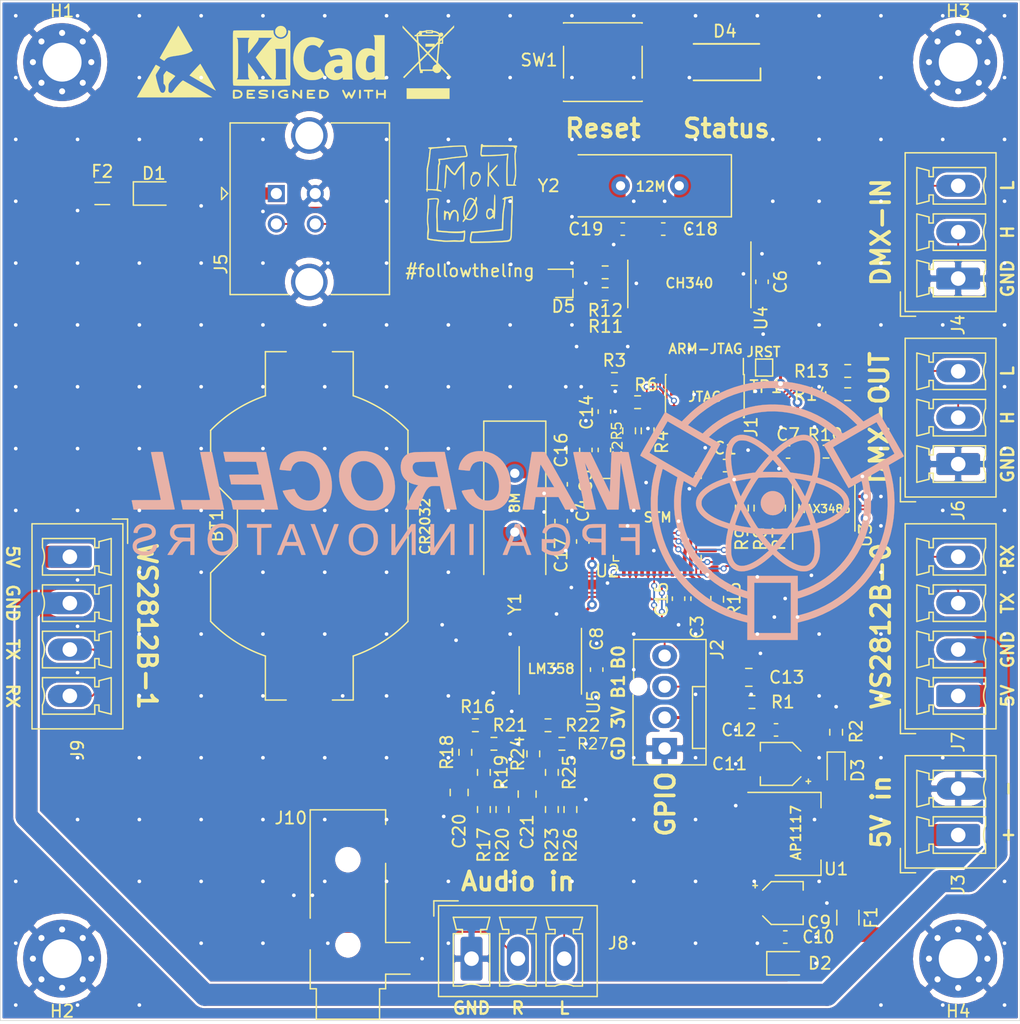
<source format=kicad_pcb>
(kicad_pcb (version 20171130) (host pcbnew 5.1.8)

  (general
    (thickness 1.6)
    (drawings 49)
    (tracks 972)
    (zones 0)
    (modules 85)
    (nets 79)
  )

  (page A4)
  (layers
    (0 F.Cu signal)
    (31 B.Cu signal)
    (32 B.Adhes user)
    (33 F.Adhes user)
    (34 B.Paste user)
    (35 F.Paste user)
    (36 B.SilkS user)
    (37 F.SilkS user)
    (38 B.Mask user)
    (39 F.Mask user)
    (40 Dwgs.User user)
    (41 Cmts.User user)
    (42 Eco1.User user)
    (43 Eco2.User user)
    (44 Edge.Cuts user)
    (45 Margin user)
    (46 B.CrtYd user)
    (47 F.CrtYd user)
    (48 B.Fab user)
    (49 F.Fab user hide)
  )

  (setup
    (last_trace_width 0.15)
    (user_trace_width 0.15)
    (user_trace_width 0.25)
    (trace_clearance 0.15)
    (zone_clearance 0.1524)
    (zone_45_only no)
    (trace_min 0.15)
    (via_size 0.5)
    (via_drill 0.3)
    (via_min_size 0.35)
    (via_min_drill 0.2)
    (user_via 0.8 0.4)
    (uvia_size 0.3)
    (uvia_drill 0.1)
    (uvias_allowed no)
    (uvia_min_size 0.2)
    (uvia_min_drill 0.1)
    (edge_width 0.05)
    (segment_width 0.2)
    (pcb_text_width 0.3)
    (pcb_text_size 1.5 1.5)
    (mod_edge_width 0.12)
    (mod_text_size 1 1)
    (mod_text_width 0.15)
    (pad_size 1.524 1.524)
    (pad_drill 0.762)
    (pad_to_mask_clearance 0)
    (aux_axis_origin 0 0)
    (visible_elements FFFFFF7F)
    (pcbplotparams
      (layerselection 0x010f0_ffffffff)
      (usegerberextensions true)
      (usegerberattributes false)
      (usegerberadvancedattributes false)
      (creategerberjobfile false)
      (excludeedgelayer true)
      (linewidth 0.100000)
      (plotframeref false)
      (viasonmask false)
      (mode 1)
      (useauxorigin false)
      (hpglpennumber 1)
      (hpglpenspeed 20)
      (hpglpendiameter 15.000000)
      (psnegative false)
      (psa4output false)
      (plotreference true)
      (plotvalue true)
      (plotinvisibletext false)
      (padsonsilk false)
      (subtractmaskfromsilk false)
      (outputformat 1)
      (mirror false)
      (drillshape 0)
      (scaleselection 1)
      (outputdirectory "gerbers/"))
  )

  (net 0 "")
  (net 1 +BATT)
  (net 2 GND)
  (net 3 +3V3)
  (net 4 VDDA)
  (net 5 +5V)
  (net 6 /cpu/RST_N)
  (net 7 /cpu/XTAL0)
  (net 8 /cpu/XTAL1)
  (net 9 "Net-(C18-Pad1)")
  (net 10 /io/AUDIO_IN_L)
  (net 11 "Net-(C19-Pad1)")
  (net 12 "Net-(C20-Pad1)")
  (net 13 /io/AUDIO_IN_R)
  (net 14 VBUS)
  (net 15 "Net-(D3-Pad1)")
  (net 16 "Net-(D5-Pad1)")
  (net 17 "Net-(D5-Pad2)")
  (net 18 VIN)
  (net 19 /cpu/JTMS)
  (net 20 /cpu/JTCK)
  (net 21 /cpu/JTDO)
  (net 22 "Net-(J1-Pad7)")
  (net 23 /cpu/JTDI)
  (net 24 "Net-(J1-Pad10)")
  (net 25 /io/DMXL)
  (net 26 /io/DMXH)
  (net 27 "Net-(J6-Pad2)")
  (net 28 /cpu/WS0_TX)
  (net 29 /cpu/WS0_RX)
  (net 30 /cpu/WS1_RX)
  (net 31 /cpu/WS1_TX)
  (net 32 "Net-(R4-Pad1)")
  (net 33 "Net-(R5-Pad1)")
  (net 34 "Net-(R7-Pad1)")
  (net 35 "Net-(R8-Pad1)")
  (net 36 "Net-(D4-Pad3)")
  (net 37 "Net-(R9-Pad1)")
  (net 38 "Net-(D4-Pad2)")
  (net 39 /io/USB_DP)
  (net 40 /io/USB_DM)
  (net 41 "Net-(R16-Pad2)")
  (net 42 /cpu/AUDIO_L)
  (net 43 "Net-(R19-Pad1)")
  (net 44 "Net-(R22-Pad2)")
  (net 45 /cpu/AUDIO_R)
  (net 46 "Net-(R25-Pad1)")
  (net 47 /cpu/JTRST_N)
  (net 48 "Net-(U2-Pad2)")
  (net 49 "Net-(U2-Pad3)")
  (net 50 "Net-(U2-Pad4)")
  (net 51 /cpu/DMX_RE)
  (net 52 /cpu/DMX_DE)
  (net 53 /cpu/DMX_DI)
  (net 54 /cpu/DMX_RO)
  (net 55 "Net-(U2-Pad20)")
  (net 56 "Net-(U2-Pad21)")
  (net 57 "Net-(U2-Pad25)")
  (net 58 "Net-(U2-Pad32)")
  (net 59 "Net-(U2-Pad41)")
  (net 60 /cpu/CONTROL_UART_OUT)
  (net 61 /cpu/CONTROL_UART_IN)
  (net 62 /cpu/CONTROL_UART_RST)
  (net 63 "Net-(U4-Pad9)")
  (net 64 "Net-(U4-Pad10)")
  (net 65 "Net-(U4-Pad11)")
  (net 66 "Net-(U4-Pad12)")
  (net 67 "Net-(U4-Pad14)")
  (net 68 "Net-(U4-Pad15)")
  (net 69 "Net-(D4-Pad1)")
  (net 70 "Net-(J6-Pad3)")
  (net 71 "Net-(C15-Pad1)")
  (net 72 "Net-(C21-Pad1)")
  (net 73 /power/VBS)
  (net 74 /cpu/PB1)
  (net 75 /cpu/PB0)
  (net 76 "Net-(U2-Pad29)")
  (net 77 "Net-(U2-Pad30)")
  (net 78 GNDPWR)

  (net_class Default "This is the default net class."
    (clearance 0.15)
    (trace_width 0.15)
    (via_dia 0.5)
    (via_drill 0.3)
    (uvia_dia 0.3)
    (uvia_drill 0.1)
    (add_net /cpu/AUDIO_L)
    (add_net /cpu/AUDIO_R)
    (add_net /cpu/CONTROL_UART_IN)
    (add_net /cpu/CONTROL_UART_OUT)
    (add_net /cpu/CONTROL_UART_RST)
    (add_net /cpu/DMX_DE)
    (add_net /cpu/DMX_DI)
    (add_net /cpu/DMX_RE)
    (add_net /cpu/DMX_RO)
    (add_net /cpu/JTCK)
    (add_net /cpu/JTDI)
    (add_net /cpu/JTDO)
    (add_net /cpu/JTMS)
    (add_net /cpu/JTRST_N)
    (add_net /cpu/PB0)
    (add_net /cpu/PB1)
    (add_net /cpu/RST_N)
    (add_net /cpu/WS0_RX)
    (add_net /cpu/WS0_TX)
    (add_net /cpu/WS1_RX)
    (add_net /cpu/WS1_TX)
    (add_net /cpu/XTAL0)
    (add_net /cpu/XTAL1)
    (add_net /io/AUDIO_IN_L)
    (add_net /io/AUDIO_IN_R)
    (add_net /io/DMXH)
    (add_net /io/DMXL)
    (add_net /io/USB_DM)
    (add_net /io/USB_DP)
    (add_net "Net-(C15-Pad1)")
    (add_net "Net-(C18-Pad1)")
    (add_net "Net-(C19-Pad1)")
    (add_net "Net-(C20-Pad1)")
    (add_net "Net-(C21-Pad1)")
    (add_net "Net-(D3-Pad1)")
    (add_net "Net-(D4-Pad1)")
    (add_net "Net-(D4-Pad2)")
    (add_net "Net-(D4-Pad3)")
    (add_net "Net-(D5-Pad1)")
    (add_net "Net-(D5-Pad2)")
    (add_net "Net-(J1-Pad10)")
    (add_net "Net-(J1-Pad7)")
    (add_net "Net-(J6-Pad2)")
    (add_net "Net-(J6-Pad3)")
    (add_net "Net-(R16-Pad2)")
    (add_net "Net-(R19-Pad1)")
    (add_net "Net-(R22-Pad2)")
    (add_net "Net-(R25-Pad1)")
    (add_net "Net-(R4-Pad1)")
    (add_net "Net-(R5-Pad1)")
    (add_net "Net-(R7-Pad1)")
    (add_net "Net-(R8-Pad1)")
    (add_net "Net-(R9-Pad1)")
    (add_net "Net-(U2-Pad2)")
    (add_net "Net-(U2-Pad20)")
    (add_net "Net-(U2-Pad21)")
    (add_net "Net-(U2-Pad25)")
    (add_net "Net-(U2-Pad29)")
    (add_net "Net-(U2-Pad3)")
    (add_net "Net-(U2-Pad30)")
    (add_net "Net-(U2-Pad32)")
    (add_net "Net-(U2-Pad4)")
    (add_net "Net-(U2-Pad41)")
    (add_net "Net-(U4-Pad10)")
    (add_net "Net-(U4-Pad11)")
    (add_net "Net-(U4-Pad12)")
    (add_net "Net-(U4-Pad14)")
    (add_net "Net-(U4-Pad15)")
    (add_net "Net-(U4-Pad9)")
  )

  (net_class "High Power" ""
    (clearance 0.2)
    (trace_width 1.8)
    (via_dia 1)
    (via_drill 0.7)
    (uvia_dia 0.3)
    (uvia_drill 0.1)
    (add_net +5V)
    (add_net /power/VBS)
    (add_net GND)
    (add_net GNDPWR)
    (add_net VBUS)
    (add_net VIN)
  )

  (net_class Power ""
    (clearance 0.15)
    (trace_width 0.25)
    (via_dia 0.8)
    (via_drill 0.4)
    (uvia_dia 0.3)
    (uvia_drill 0.1)
    (add_net +3V3)
    (add_net +BATT)
    (add_net VDDA)
  )

  (module Crystal:Crystal_SMD_HC49-SD (layer F.Cu) (tedit 5FB15640) (tstamp 5FB2CD72)
    (at 140.081 88.265 270)
    (descr "SMD Crystal HC-49-SD http://cdn-reichelt.de/documents/datenblatt/B400/xxx-HC49-SMD.pdf, 11.4x4.7mm^2 package")
    (tags "SMD SMT crystal")
    (path /5F8467A7/5F7B8331)
    (attr smd)
    (fp_text reference Y1 (at 8.314 0 270) (layer F.SilkS)
      (effects (font (size 1 1) (thickness 0.15)))
    )
    (fp_text value 8M (at 0 3.55 270) (layer F.Fab)
      (effects (font (size 1 1) (thickness 0.15)))
    )
    (fp_line (start 6.8 -2.6) (end -6.8 -2.6) (layer F.CrtYd) (width 0.05))
    (fp_line (start 6.8 2.6) (end 6.8 -2.6) (layer F.CrtYd) (width 0.05))
    (fp_line (start -6.8 2.6) (end 6.8 2.6) (layer F.CrtYd) (width 0.05))
    (fp_line (start -6.8 -2.6) (end -6.8 2.6) (layer F.CrtYd) (width 0.05))
    (fp_line (start -6.7 2.55) (end 5.9 2.55) (layer F.SilkS) (width 0.12))
    (fp_line (start -6.7 -2.55) (end -6.7 2.55) (layer F.SilkS) (width 0.12))
    (fp_line (start 5.9 -2.55) (end -6.7 -2.55) (layer F.SilkS) (width 0.12))
    (fp_line (start -3.015 2.115) (end 3.015 2.115) (layer F.Fab) (width 0.1))
    (fp_line (start -3.015 -2.115) (end 3.015 -2.115) (layer F.Fab) (width 0.1))
    (fp_line (start 5.7 -2.35) (end -5.7 -2.35) (layer F.Fab) (width 0.1))
    (fp_line (start 5.7 2.35) (end 5.7 -2.35) (layer F.Fab) (width 0.1))
    (fp_line (start -5.7 2.35) (end 5.7 2.35) (layer F.Fab) (width 0.1))
    (fp_line (start -5.7 -2.35) (end -5.7 2.35) (layer F.Fab) (width 0.1))
    (fp_text user %R (at 0 0 270) (layer F.Fab)
      (effects (font (size 1 1) (thickness 0.15)))
    )
    (fp_arc (start -3.015 0) (end -3.015 -2.115) (angle -180) (layer F.Fab) (width 0.1))
    (fp_arc (start 3.015 0) (end 3.015 -2.115) (angle 180) (layer F.Fab) (width 0.1))
    (pad 2 thru_hole circle (at 2.413 0 270) (size 1.524 1.524) (drill 0.762) (layers *.Cu *.Mask)
      (net 8 /cpu/XTAL1))
    (pad 1 thru_hole circle (at -2.413 0 270) (size 1.524 1.524) (drill 0.762) (layers *.Cu *.Mask)
      (net 7 /cpu/XTAL0))
    (pad 1 smd rect (at -4.25 0 270) (size 4.5 2) (layers F.Cu F.Paste F.Mask)
      (net 7 /cpu/XTAL0))
    (pad 2 smd rect (at 4.25 0 270) (size 4.5 2) (layers F.Cu F.Paste F.Mask)
      (net 8 /cpu/XTAL1))
    (model ${KISYS3DMOD}/Crystal.3dshapes/Crystal_SMD_HC49-SD.wrl
      (at (xyz 0 0 0))
      (scale (xyz 1 1 1))
      (rotate (xyz 0 0 0))
    )
  )

  (module Crystal:Crystal_SMD_HC49-SD (layer F.Cu) (tedit 5FB154E7) (tstamp 5F95EEC0)
    (at 151.189 62.23 180)
    (descr "SMD Crystal HC-49-SD http://cdn-reichelt.de/documents/datenblatt/B400/xxx-HC49-SMD.pdf, 11.4x4.7mm^2 package")
    (tags "SMD SMT crystal")
    (path /5F8467A7/5F7B8331)
    (attr smd)
    (fp_text reference Y2 (at 8.314 0 180) (layer F.SilkS)
      (effects (font (size 1 1) (thickness 0.15)))
    )
    (fp_text value 12M (at 0 3.55 180) (layer F.Fab)
      (effects (font (size 1 1) (thickness 0.15)))
    )
    (fp_line (start -5.7 -2.35) (end -5.7 2.35) (layer F.Fab) (width 0.1))
    (fp_line (start -5.7 2.35) (end 5.7 2.35) (layer F.Fab) (width 0.1))
    (fp_line (start 5.7 2.35) (end 5.7 -2.35) (layer F.Fab) (width 0.1))
    (fp_line (start 5.7 -2.35) (end -5.7 -2.35) (layer F.Fab) (width 0.1))
    (fp_line (start -3.015 -2.115) (end 3.015 -2.115) (layer F.Fab) (width 0.1))
    (fp_line (start -3.015 2.115) (end 3.015 2.115) (layer F.Fab) (width 0.1))
    (fp_line (start 5.9 -2.55) (end -6.7 -2.55) (layer F.SilkS) (width 0.12))
    (fp_line (start -6.7 -2.55) (end -6.7 2.55) (layer F.SilkS) (width 0.12))
    (fp_line (start -6.7 2.55) (end 5.9 2.55) (layer F.SilkS) (width 0.12))
    (fp_line (start -6.8 -2.6) (end -6.8 2.6) (layer F.CrtYd) (width 0.05))
    (fp_line (start -6.8 2.6) (end 6.8 2.6) (layer F.CrtYd) (width 0.05))
    (fp_line (start 6.8 2.6) (end 6.8 -2.6) (layer F.CrtYd) (width 0.05))
    (fp_line (start 6.8 -2.6) (end -6.8 -2.6) (layer F.CrtYd) (width 0.05))
    (fp_arc (start 3.015 0) (end 3.015 -2.115) (angle 180) (layer F.Fab) (width 0.1))
    (fp_arc (start -3.015 0) (end -3.015 -2.115) (angle -180) (layer F.Fab) (width 0.1))
    (fp_text user %R (at 0 0 180) (layer F.Fab)
      (effects (font (size 1 1) (thickness 0.15)))
    )
    (pad 2 smd rect (at 4.25 0 180) (size 4.5 2) (layers F.Cu F.Paste F.Mask)
      (net 11 "Net-(C19-Pad1)"))
    (pad 1 smd rect (at -4.25 0 180) (size 4.5 2) (layers F.Cu F.Paste F.Mask)
      (net 9 "Net-(C18-Pad1)"))
    (pad 1 thru_hole circle (at -2.413 0 180) (size 1.524 1.524) (drill 0.762) (layers *.Cu *.Mask)
      (net 9 "Net-(C18-Pad1)"))
    (pad 2 thru_hole circle (at 2.413 0 180) (size 1.524 1.524) (drill 0.762) (layers *.Cu *.Mask)
      (net 11 "Net-(C19-Pad1)"))
    (model ${KISYS3DMOD}/Crystal.3dshapes/Crystal_SMD_HC49-SD.wrl
      (at (xyz 0 0 0))
      (scale (xyz 1 1 1))
      (rotate (xyz 0 0 0))
    )
  )

  (module Local:lib_mokmod (layer F.Cu) (tedit 0) (tstamp 5F9C9F1B)
    (at 136.525 62.865)
    (fp_text reference G*** (at 0 0) (layer F.SilkS) hide
      (effects (font (size 1.524 1.524) (thickness 0.3)))
    )
    (fp_text value LOGO (at 0.75 0) (layer F.SilkS) hide
      (effects (font (size 1.524 1.524) (thickness 0.3)))
    )
    (fp_poly (pts (xy 3.335488 0.217118) (xy 3.390515 0.219364) (xy 3.392954 0.558031) (xy 3.393295 0.648329)
      (xy 3.393115 0.747088) (xy 3.392455 0.852171) (xy 3.391353 0.961441) (xy 3.389851 1.072763)
      (xy 3.387987 1.183999) (xy 3.385802 1.293014) (xy 3.383335 1.397671) (xy 3.380626 1.495833)
      (xy 3.377716 1.585366) (xy 3.374643 1.664131) (xy 3.371449 1.729993) (xy 3.37091 1.739516)
      (xy 3.3656 1.8328) (xy 3.361066 1.916615) (xy 3.357193 1.993969) (xy 3.353864 2.067865)
      (xy 3.350963 2.141308) (xy 3.348373 2.217305) (xy 3.345978 2.298861) (xy 3.343662 2.38898)
      (xy 3.341308 2.490669) (xy 3.340645 2.520758) (xy 3.337407 2.667333) (xy 3.334396 2.799432)
      (xy 3.331568 2.917968) (xy 3.328883 3.023856) (xy 3.326295 3.118012) (xy 3.323764 3.201348)
      (xy 3.321245 3.274781) (xy 3.318696 3.339224) (xy 3.316074 3.395593) (xy 3.313336 3.444801)
      (xy 3.31044 3.487764) (xy 3.307342 3.525396) (xy 3.304 3.558611) (xy 3.300371 3.588325)
      (xy 3.296412 3.615452) (xy 3.29208 3.640906) (xy 3.287333 3.665602) (xy 3.286927 3.667607)
      (xy 3.269294 3.739103) (xy 3.247683 3.797251) (xy 3.221002 3.843823) (xy 3.188165 3.880592)
      (xy 3.148081 3.909328) (xy 3.133589 3.917095) (xy 3.103233 3.931578) (xy 3.076144 3.942386)
      (xy 3.048256 3.950597) (xy 3.015506 3.95729) (xy 2.973827 3.963543) (xy 2.944091 3.967378)
      (xy 2.864868 3.976185) (xy 2.770725 3.984739) (xy 2.662136 3.993022) (xy 2.539573 4.001017)
      (xy 2.403509 4.008706) (xy 2.254417 4.016072) (xy 2.092769 4.023098) (xy 1.919037 4.029766)
      (xy 1.733696 4.036058) (xy 1.537217 4.041957) (xy 1.330074 4.047446) (xy 1.112739 4.052507)
      (xy 0.885684 4.057123) (xy 0.649383 4.061277) (xy 0.404308 4.06495) (xy 0.242454 4.067049)
      (xy -0.050031 4.070616) (xy -0.079057 4.033178) (xy -0.102957 3.997871) (xy -0.119384 3.961519)
      (xy -0.129819 3.91963) (xy -0.135744 3.86771) (xy -0.136281 3.859662) (xy -0.136377 3.853671)
      (xy -0.023091 3.853671) (xy -0.023091 3.940849) (xy 0.459894 3.940755) (xy 0.556114 3.940602)
      (xy 0.656695 3.940197) (xy 0.75902 3.939566) (xy 0.860475 3.938733) (xy 0.958444 3.937726)
      (xy 1.050312 3.936569) (xy 1.133464 3.935288) (xy 1.205285 3.933909) (xy 1.239212 3.933112)
      (xy 1.4089 3.92849) (xy 1.574765 3.92338) (xy 1.735815 3.917835) (xy 1.891054 3.911902)
      (xy 2.039491 3.905634) (xy 2.18013 3.899081) (xy 2.31198 3.892292) (xy 2.434046 3.885317)
      (xy 2.545335 3.878208) (xy 2.644853 3.871014) (xy 2.731608 3.863785) (xy 2.804605 3.856573)
      (xy 2.84403 3.851939) (xy 2.92104 3.840802) (xy 2.984293 3.828349) (xy 3.035421 3.813761)
      (xy 3.076053 3.796223) (xy 3.10782 3.774919) (xy 3.132351 3.749031) (xy 3.151275 3.717744)
      (xy 3.161858 3.692742) (xy 3.174572 3.650444) (xy 3.186498 3.595304) (xy 3.197187 3.529868)
      (xy 3.206191 3.456685) (xy 3.20955 3.422158) (xy 3.212692 3.379905) (xy 3.215815 3.324442)
      (xy 3.218858 3.257952) (xy 3.221757 3.182619) (xy 3.224447 3.100626) (xy 3.226865 3.014158)
      (xy 3.228948 2.925398) (xy 3.230632 2.83653) (xy 3.231854 2.749736) (xy 3.232548 2.667201)
      (xy 3.232678 2.628516) (xy 3.233403 2.52529) (xy 3.235212 2.418893) (xy 3.237996 2.312509)
      (xy 3.241645 2.209325) (xy 3.246048 2.112525) (xy 3.251097 2.025296) (xy 3.255674 1.962728)
      (xy 3.25843 1.925334) (xy 3.261549 1.876577) (xy 3.264798 1.820473) (xy 3.267949 1.761042)
      (xy 3.270771 1.702301) (xy 3.271342 1.689485) (xy 3.272581 1.656172) (xy 3.273915 1.611293)
      (xy 3.275323 1.556188) (xy 3.276786 1.492193) (xy 3.278285 1.420648) (xy 3.2798 1.342889)
      (xy 3.28131 1.260256) (xy 3.282798 1.174086) (xy 3.284243 1.085716) (xy 3.285626 0.996486)
      (xy 3.286927 0.907733) (xy 3.288127 0.820795) (xy 3.289205 0.73701) (xy 3.290144 0.657716)
      (xy 3.290923 0.584251) (xy 3.291522 0.517954) (xy 3.291922 0.460162) (xy 3.292104 0.412213)
      (xy 3.292048 0.375445) (xy 3.291734 0.351197) (xy 3.291143 0.340806) (xy 3.291032 0.340528)
      (xy 3.282782 0.34104) (xy 3.261849 0.344516) (xy 3.230547 0.350458) (xy 3.191193 0.358366)
      (xy 3.146102 0.367741) (xy 3.09759 0.378085) (xy 3.047973 0.388898) (xy 2.999566 0.399681)
      (xy 2.954684 0.409936) (xy 2.915644 0.419164) (xy 2.884761 0.426865) (xy 2.865165 0.432289)
      (xy 2.832375 0.444851) (xy 2.811197 0.458432) (xy 2.806422 0.464062) (xy 2.800926 0.480942)
      (xy 2.796235 0.512067) (xy 2.792498 0.556303) (xy 2.791029 0.583056) (xy 2.786885 0.645974)
      (xy 2.78002 0.720476) (xy 2.770903 0.803085) (xy 2.760003 0.890325) (xy 2.74779 0.978718)
      (xy 2.734731 1.064789) (xy 2.721296 1.145061) (xy 2.707953 1.216057) (xy 2.701481 1.24691)
      (xy 2.6909 1.303583) (xy 2.680718 1.374845) (xy 2.67099 1.459894) (xy 2.661769 1.557929)
      (xy 2.653111 1.668148) (xy 2.645069 1.78975) (xy 2.637696 1.921934) (xy 2.631048 2.063898)
      (xy 2.625178 2.21484) (xy 2.62014 2.37396) (xy 2.616863 2.501516) (xy 2.614307 2.605502)
      (xy 2.611774 2.695077) (xy 2.609206 2.771223) (xy 2.606544 2.834923) (xy 2.60373 2.887159)
      (xy 2.600706 2.928913) (xy 2.597413 2.961169) (xy 2.593794 2.984908) (xy 2.589789 3.001113)
      (xy 2.586769 3.008418) (xy 2.581178 3.014976) (xy 2.570957 3.020772) (xy 2.554674 3.026039)
      (xy 2.530895 3.031007) (xy 2.498186 3.035909) (xy 2.455114 3.040977) (xy 2.400245 3.046441)
      (xy 2.332146 3.052535) (xy 2.293697 3.055805) (xy 2.190547 3.064761) (xy 2.081487 3.07481)
      (xy 1.964788 3.086126) (xy 1.838724 3.098882) (xy 1.701567 3.113249) (xy 1.551591 3.1294)
      (xy 1.485515 3.136631) (xy 1.30918 3.155636) (xy 1.146197 3.172398) (xy 0.994709 3.187074)
      (xy 0.852862 3.199823) (xy 0.718801 3.210802) (xy 0.590671 3.220168) (xy 0.466617 3.228078)
      (xy 0.344785 3.234692) (xy 0.312626 3.236247) (xy 0.254556 3.239179) (xy 0.201459 3.242229)
      (xy 0.155285 3.245258) (xy 0.117986 3.248123) (xy 0.091511 3.250683) (xy 0.077812 3.252796)
      (xy 0.07642 3.25338) (xy 0.070197 3.265417) (xy 0.061741 3.289836) (xy 0.051771 3.32391)
      (xy 0.041005 3.364913) (xy 0.030163 3.410118) (xy 0.019963 3.4568) (xy 0.011845 3.498273)
      (xy -0.010747 3.64845) (xy -0.021827 3.789742) (xy -0.023091 3.853671) (xy -0.136377 3.853671)
      (xy -0.137262 3.798995) (xy -0.133829 3.726984) (xy -0.1265 3.646868) (xy -0.115793 3.561885)
      (xy -0.102228 3.475275) (xy -0.086322 3.390274) (xy -0.068594 3.310123) (xy -0.049562 3.23806)
      (xy -0.029744 3.177323) (xy -0.025162 3.165379) (xy -0.00606 3.117273) (xy 0.118197 3.117167)
      (xy 0.203059 3.116251) (xy 0.296362 3.113608) (xy 0.398755 3.109188) (xy 0.510888 3.102942)
      (xy 0.633408 3.094818) (xy 0.766963 3.084768) (xy 0.912203 3.072741) (xy 1.069776 3.058686)
      (xy 1.240331 3.042555) (xy 1.424516 3.024297) (xy 1.622979 3.003862) (xy 1.720272 2.993608)
      (xy 1.847547 2.980052) (xy 1.960346 2.96791) (xy 2.05951 2.957073) (xy 2.145881 2.947428)
      (xy 2.220301 2.938864) (xy 2.283612 2.93127) (xy 2.336655 2.924534) (xy 2.380273 2.918545)
      (xy 2.415306 2.913191) (xy 2.442598 2.908362) (xy 2.462989 2.903946) (xy 2.477321 2.899831)
      (xy 2.486436 2.895906) (xy 2.491176 2.89206) (xy 2.491517 2.891558) (xy 2.493116 2.881411)
      (xy 2.494303 2.858504) (xy 2.495017 2.825467) (xy 2.495198 2.78493) (xy 2.494857 2.744199)
      (xy 2.494843 2.702989) (xy 2.495702 2.649359) (xy 2.497337 2.586252) (xy 2.499655 2.516612)
      (xy 2.50256 2.443381) (xy 2.505956 2.369504) (xy 2.508694 2.316788) (xy 2.512744 2.241659)
      (xy 2.516885 2.162727) (xy 2.520946 2.083412) (xy 2.524756 2.007134) (xy 2.528142 1.937313)
      (xy 2.530933 1.877368) (xy 2.532264 1.847273) (xy 2.535772 1.775526) (xy 2.540105 1.70707)
      (xy 2.545535 1.639497) (xy 2.552333 1.5704) (xy 2.560769 1.497373) (xy 2.571114 1.418009)
      (xy 2.583641 1.329901) (xy 2.59862 1.230643) (xy 2.609773 1.159169) (xy 2.628672 1.036312)
      (xy 2.644348 0.927828) (xy 2.656878 0.833054) (xy 2.666338 0.751324) (xy 2.672803 0.681977)
      (xy 2.676348 0.624347) (xy 2.677051 0.577771) (xy 2.676892 0.570874) (xy 2.674697 0.496455)
      (xy 2.615292 0.492607) (xy 2.576638 0.488468) (xy 2.552133 0.481858) (xy 2.543402 0.476245)
      (xy 2.535673 0.459324) (xy 2.542678 0.43921) (xy 2.564168 0.416233) (xy 2.599891 0.390725)
      (xy 2.615216 0.381545) (xy 2.645462 0.363063) (xy 2.673297 0.344254) (xy 2.693867 0.328447)
      (xy 2.697829 0.324854) (xy 2.721726 0.303894) (xy 2.743334 0.291842) (xy 2.767936 0.287024)
      (xy 2.800818 0.287766) (xy 2.811932 0.288715) (xy 2.843346 0.290414) (xy 2.877766 0.289642)
      (xy 2.917289 0.286122) (xy 2.964008 0.279574) (xy 3.020019 0.269723) (xy 3.087417 0.25629)
      (xy 3.138746 0.245416) (xy 3.197558 0.233206) (xy 3.244229 0.224674) (xy 3.281464 0.219431)
      (xy 3.31197 0.217088) (xy 3.335488 0.217118)) (layer F.SilkS) (width 0.01))
    (fp_poly (pts (xy -2.916316 0.389198) (xy -2.871207 0.389542) (xy -2.836353 0.390237) (xy -2.810042 0.391368)
      (xy -2.790561 0.393024) (xy -2.776196 0.395292) (xy -2.765237 0.398258) (xy -2.755968 0.40201)
      (xy -2.751667 0.404091) (xy -2.719565 0.428723) (xy -2.701637 0.454122) (xy -2.693933 0.468998)
      (xy -2.688612 0.483233) (xy -2.68524 0.500057) (xy -2.683381 0.5227) (xy -2.682601 0.554393)
      (xy -2.682463 0.596516) (xy -2.682701 0.63733) (xy -2.683746 0.669901) (xy -2.68618 0.698332)
      (xy -2.690587 0.726724) (xy -2.697552 0.759179) (xy -2.707656 0.799801) (xy -2.715856 0.831273)
      (xy -2.72964 0.884948) (xy -2.7416 0.934686) (xy -2.751849 0.981994) (xy -2.760496 1.028379)
      (xy -2.767653 1.075347) (xy -2.77343 1.124404) (xy -2.777939 1.177058) (xy -2.781289 1.234815)
      (xy -2.783593 1.299182) (xy -2.78496 1.371664) (xy -2.785502 1.45377) (xy -2.78533 1.547005)
      (xy -2.784554 1.652876) (xy -2.783535 1.751061) (xy -2.781893 1.884865) (xy -2.780033 2.015487)
      (xy -2.777983 2.141822) (xy -2.775769 2.262765) (xy -2.77342 2.377211) (xy -2.770961 2.484056)
      (xy -2.76842 2.582195) (xy -2.765823 2.670523) (xy -2.763199 2.747936) (xy -2.760573 2.813329)
      (xy -2.757973 2.865596) (xy -2.755426 2.903634) (xy -2.755291 2.905251) (xy -2.750248 2.953772)
      (xy -2.744076 2.98898) (xy -2.736076 3.012954) (xy -2.72555 3.027767) (xy -2.711801 3.035498)
      (xy -2.711463 3.035602) (xy -2.700284 3.03731) (xy -2.675473 3.040029) (xy -2.638751 3.043614)
      (xy -2.591836 3.047919) (xy -2.536447 3.052799) (xy -2.474304 3.058109) (xy -2.407127 3.063704)
      (xy -2.336633 3.069438) (xy -2.264543 3.075166) (xy -2.192576 3.080742) (xy -2.122451 3.086022)
      (xy -2.066637 3.090093) (xy -1.939099 3.098733) (xy -1.822129 3.105498) (xy -1.711039 3.110558)
      (xy -1.601137 3.11408) (xy -1.487737 3.116234) (xy -1.366146 3.117189) (xy -1.312323 3.117273)
      (xy -1.194797 3.116739) (xy -1.091404 3.11506) (xy -1.000917 3.112123) (xy -0.92211 3.107815)
      (xy -0.853756 3.102023) (xy -0.794628 3.094632) (xy -0.743499 3.08553) (xy -0.699144 3.074603)
      (xy -0.660335 3.061738) (xy -0.645032 3.055576) (xy -0.611091 3.041894) (xy -0.587212 3.034962)
      (xy -0.569698 3.034625) (xy -0.554853 3.040729) (xy -0.541142 3.051236) (xy -0.519546 3.069865)
      (xy -0.52035 3.23019) (xy -0.5219 3.315195) (xy -0.525559 3.401413) (xy -0.531099 3.486914)
      (xy -0.538294 3.56977) (xy -0.546915 3.64805) (xy -0.556736 3.719825) (xy -0.567529 3.783165)
      (xy -0.579068 3.83614) (xy -0.591125 3.87682) (xy -0.598584 3.894667) (xy -0.612756 3.920162)
      (xy -0.626179 3.935344) (xy -0.643004 3.944496) (xy -0.648882 3.946558) (xy -0.670703 3.951072)
      (xy -0.705819 3.955125) (xy -0.752138 3.958657) (xy -0.807566 3.961608) (xy -0.87001 3.963921)
      (xy -0.937377 3.965535) (xy -1.007574 3.966392) (xy -1.078508 3.966433) (xy -1.148086 3.965599)
      (xy -1.214214 3.96383) (xy -1.234007 3.96307) (xy -1.334163 3.959979) (xy -1.438101 3.958986)
      (xy -1.549619 3.960094) (xy -1.672518 3.963303) (xy -1.674883 3.963381) (xy -1.757755 3.965822)
      (xy -1.841349 3.96773) (xy -1.923526 3.969094) (xy -2.002144 3.969903) (xy -2.075064 3.970147)
      (xy -2.140146 3.969815) (xy -2.195249 3.968896) (xy -2.238233 3.967378) (xy -2.255212 3.966339)
      (xy -2.323738 3.960698) (xy -2.404951 3.953202) (xy -2.496293 3.944143) (xy -2.595209 3.933809)
      (xy -2.699141 3.92249) (xy -2.805532 3.910477) (xy -2.911824 3.898059) (xy -3.015462 3.885527)
      (xy -3.113889 3.873169) (xy -3.204546 3.861277) (xy -3.284878 3.85014) (xy -3.302 3.847661)
      (xy -3.388908 3.83437) (xy -3.461219 3.821996) (xy -3.519692 3.810367) (xy -3.565084 3.799311)
      (xy -3.598155 3.788656) (xy -3.619662 3.77823) (xy -3.624814 3.774419) (xy -3.632029 3.767771)
      (xy -3.637277 3.760495) (xy -3.640934 3.750138) (xy -3.643371 3.734245) (xy -3.644963 3.710363)
      (xy -3.646082 3.676038) (xy -3.647103 3.628819) (xy -3.647122 3.627882) (xy -3.647536 3.580823)
      (xy -3.647149 3.525487) (xy -3.646059 3.464318) (xy -3.644362 3.399758) (xy -3.642155 3.33425)
      (xy -3.639536 3.270239) (xy -3.636602 3.210166) (xy -3.63345 3.156475) (xy -3.630178 3.11161)
      (xy -3.626881 3.078014) (xy -3.624649 3.06271) (xy -3.615884 3.013818) (xy -3.610156 2.974929)
      (xy -3.607154 2.94102) (xy -3.606568 2.907067) (xy -3.608086 2.868048) (xy -3.610413 2.832523)
      (xy -3.613716 2.793127) (xy -3.618703 2.742536) (xy -3.624932 2.684797) (xy -3.631961 2.623961)
      (xy -3.639349 2.564077) (xy -3.641465 2.547697) (xy -3.653878 2.442352) (xy -3.662925 2.340388)
      (xy -3.668605 2.239325) (xy -3.670307 2.163687) (xy -3.57622 2.163687) (xy -3.575245 2.209535)
      (xy -3.573013 2.254567) (xy -3.569545 2.300394) (xy -3.564861 2.348628) (xy -3.558981 2.400882)
      (xy -3.551928 2.458768) (xy -3.548012 2.48997) (xy -3.533957 2.604232) (xy -3.522429 2.705442)
      (xy -3.513403 2.79573) (xy -3.506852 2.877225) (xy -3.502751 2.952056) (xy -3.501074 3.022352)
      (xy -3.501795 3.090243) (xy -3.504889 3.157858) (xy -3.510329 3.227326) (xy -3.518091 3.300776)
      (xy -3.528147 3.380338) (xy -3.536501 3.440546) (xy -3.54167 3.483831) (xy -3.545673 3.530686)
      (xy -3.547902 3.573387) (xy -3.548162 3.588413) (xy -3.547803 3.621725) (xy -3.546036 3.643464)
      (xy -3.542085 3.657437) (xy -3.535173 3.667453) (xy -3.531235 3.671363) (xy -3.511691 3.684382)
      (xy -3.481106 3.696983) (xy -3.438793 3.709313) (xy -3.384069 3.721519) (xy -3.31625 3.733747)
      (xy -3.234651 3.746144) (xy -3.138587 3.758857) (xy -3.101879 3.763353) (xy -3.074383 3.766506)
      (xy -3.033494 3.770982) (xy -2.98114 3.776584) (xy -2.919248 3.783115) (xy -2.849743 3.790376)
      (xy -2.774553 3.798172) (xy -2.695603 3.806304) (xy -2.614822 3.814574) (xy -2.534134 3.822785)
      (xy -2.455468 3.830741) (xy -2.380749 3.838242) (xy -2.311904 3.845092) (xy -2.25086 3.851094)
      (xy -2.199543 3.856049) (xy -2.174394 3.858422) (xy -2.124641 3.861393) (xy -2.06212 3.862415)
      (xy -1.989327 3.861545) (xy -1.908756 3.85884) (xy -1.822903 3.854355) (xy -1.739515 3.84856)
      (xy -1.621961 3.840771) (xy -1.507906 3.835889) (xy -1.39973 3.833928) (xy -1.299814 3.834905)
      (xy -1.210537 3.838835) (xy -1.143 3.84471) (xy -1.07322 3.851742) (xy -1.016469 3.855402)
      (xy -0.970749 3.855652) (xy -0.934062 3.852453) (xy -0.904407 3.845766) (xy -0.888632 3.839833)
      (xy -0.868947 3.832036) (xy -0.850522 3.827701) (xy -0.828601 3.826344) (xy -0.798423 3.827482)
      (xy -0.779676 3.828768) (xy -0.707681 3.834053) (xy -0.693208 3.80086) (xy -0.685397 3.778127)
      (xy -0.676896 3.745761) (xy -0.66912 3.709378) (xy -0.666447 3.694474) (xy -0.660075 3.652653)
      (xy -0.653762 3.604184) (xy -0.647672 3.551149) (xy -0.641969 3.495626) (xy -0.636817 3.439696)
      (xy -0.63238 3.385437) (xy -0.628821 3.33493) (xy -0.626305 3.290254) (xy -0.624996 3.253489)
      (xy -0.625058 3.226714) (xy -0.626654 3.21201) (xy -0.628239 3.20982) (xy -0.639468 3.211627)
      (xy -0.659154 3.215904) (xy -0.665788 3.217483) (xy -0.709546 3.225893) (xy -0.766667 3.233384)
      (xy -0.835143 3.239882) (xy -0.912964 3.245313) (xy -0.998124 3.249603) (xy -1.088615 3.252679)
      (xy -1.182427 3.254467) (xy -1.277553 3.254892) (xy -1.371985 3.253881) (xy -1.463715 3.25136)
      (xy -1.520152 3.248916) (xy -1.580007 3.24557) (xy -1.650306 3.241085) (xy -1.726171 3.235805)
      (xy -1.802725 3.230078) (xy -1.875089 3.224248) (xy -1.908849 3.221344) (xy -1.99962 3.213363)
      (xy -2.078451 3.206516) (xy -2.148729 3.200528) (xy -2.213844 3.195125) (xy -2.277182 3.190031)
      (xy -2.342134 3.184971) (xy -2.412086 3.17967) (xy -2.490428 3.173853) (xy -2.528455 3.171058)
      (xy -2.617099 3.164305) (xy -2.691193 3.158092) (xy -2.751569 3.152327) (xy -2.799057 3.146913)
      (xy -2.834489 3.141758) (xy -2.858694 3.136766) (xy -2.872222 3.131997) (xy -2.877937 3.126561)
      (xy -2.882356 3.116139) (xy -2.885536 3.099312) (xy -2.887534 3.074662) (xy -2.88841 3.04077)
      (xy -2.888221 2.996218) (xy -2.887025 2.939586) (xy -2.884881 2.869455) (xy -2.884007 2.844031)
      (xy -2.881891 2.761442) (xy -2.880805 2.667108) (xy -2.880702 2.56464) (xy -2.881536 2.457648)
      (xy -2.88326 2.349743) (xy -2.885827 2.244536) (xy -2.88919 2.145639) (xy -2.893303 2.056661)
      (xy -2.894474 2.035849) (xy -2.896964 1.979357) (xy -2.898667 1.910223) (xy -2.89961 1.831178)
      (xy -2.89982 1.744952) (xy -2.899324 1.654275) (xy -2.898149 1.561878) (xy -2.896322 1.470492)
      (xy -2.89387 1.382846) (xy -2.89082 1.301672) (xy -2.887199 1.2297) (xy -2.886376 1.216122)
      (xy -2.87978 1.124644) (xy -2.871921 1.044189) (xy -2.862159 0.970396) (xy -2.849856 0.898906)
      (xy -2.834373 0.825361) (xy -2.820778 0.768201) (xy -2.80924 0.719778) (xy -2.798778 0.672626)
      (xy -2.790122 0.630297) (xy -2.784007 0.596345) (xy -2.781377 0.576995) (xy -2.779228 0.549386)
      (xy -2.779921 0.532467) (xy -2.784548 0.521631) (xy -2.794203 0.512274) (xy -2.797335 0.50978)
      (xy -2.825868 0.49483) (xy -2.867943 0.483557) (xy -2.922119 0.476103) (xy -2.986956 0.472611)
      (xy -3.061013 0.473223) (xy -3.128818 0.476977) (xy -3.161311 0.479818) (xy -3.201578 0.483966)
      (xy -3.247141 0.489098) (xy -3.295522 0.494892) (xy -3.344242 0.501028) (xy -3.390824 0.507181)
      (xy -3.432787 0.513032) (xy -3.467655 0.518257) (xy -3.492949 0.522534) (xy -3.50619 0.525542)
      (xy -3.507461 0.526168) (xy -3.507602 0.533998) (xy -3.507096 0.555114) (xy -3.506016 0.587426)
      (xy -3.504437 0.628842) (xy -3.502434 0.677273) (xy -3.500616 0.718754) (xy -3.497926 0.791863)
      (xy -3.496558 0.86426) (xy -3.496589 0.937825) (xy -3.498098 1.014439) (xy -3.501163 1.095982)
      (xy -3.505863 1.184334) (xy -3.512275 1.281375) (xy -3.52048 1.388985) (xy -3.530554 1.509044)
      (xy -3.53629 1.574031) (xy -3.546114 1.684452) (xy -3.554516 1.781159) (xy -3.561517 1.865764)
      (xy -3.567136 1.93988) (xy -3.571396 2.005117) (xy -3.574316 2.06309) (xy -3.575917 2.115409)
      (xy -3.57622 2.163687) (xy -3.670307 2.163687) (xy -3.670915 2.136682) (xy -3.669853 2.029978)
      (xy -3.665418 1.916732) (xy -3.657609 1.794463) (xy -3.646422 1.660691) (xy -3.640764 1.60097)
      (xy -3.631232 1.493852) (xy -3.623625 1.386507) (xy -3.61785 1.276375) (xy -3.613815 1.160896)
      (xy -3.61143 1.037509) (xy -3.610602 0.903653) (xy -3.611113 0.772243) (xy -3.613728 0.439971)
      (xy -3.544455 0.427237) (xy -3.488926 0.417269) (xy -3.440151 0.409218) (xy -3.395427 0.402877)
      (xy -3.352051 0.398041) (xy -3.307321 0.394504) (xy -3.258535 0.392063) (xy -3.202991 0.39051)
      (xy -3.137985 0.389641) (xy -3.060815 0.38925) (xy -3.044152 0.389212) (xy -2.973394 0.389117)
      (xy -2.916316 0.389198)) (layer F.SilkS) (width 0.01))
    (fp_poly (pts (xy 0.405022 0.289728) (xy 0.426331 0.302757) (xy 0.442329 0.325387) (xy 0.442948 0.326826)
      (xy 0.453825 0.371438) (xy 0.453078 0.425524) (xy 0.440683 0.489232) (xy 0.416617 0.56271)
      (xy 0.398737 0.606556) (xy 0.381322 0.649856) (xy 0.370442 0.68667) (xy 0.366165 0.720695)
      (xy 0.368562 0.755627) (xy 0.3777 0.795161) (xy 0.393649 0.842994) (xy 0.403657 0.869758)
      (xy 0.428101 0.93665) (xy 0.446891 0.995877) (xy 0.46081 1.051555) (xy 0.47064 1.107799)
      (xy 0.477163 1.168725) (xy 0.481161 1.238447) (xy 0.482652 1.285394) (xy 0.483872 1.342849)
      (xy 0.484175 1.388485) (xy 0.483389 1.42586) (xy 0.481344 1.458532) (xy 0.477866 1.490059)
      (xy 0.472783 1.523999) (xy 0.470427 1.538078) (xy 0.450349 1.634125) (xy 0.423959 1.719609)
      (xy 0.38967 1.797508) (xy 0.345894 1.870804) (xy 0.291045 1.942478) (xy 0.223535 2.01551)
      (xy 0.207905 2.031001) (xy 0.144998 2.087636) (xy 0.085307 2.130837) (xy 0.026981 2.161703)
      (xy -0.031832 2.181336) (xy -0.052366 2.185666) (xy -0.092531 2.188922) (xy -0.143665 2.18688)
      (xy -0.202499 2.180093) (xy -0.265765 2.169115) (xy -0.330194 2.1545) (xy -0.392517 2.136804)
      (xy -0.441681 2.119643) (xy -0.47927 2.105122) (xy -0.497313 2.128213) (xy -0.508811 2.143247)
      (xy -0.527009 2.167406) (xy -0.549462 2.197433) (xy -0.573727 2.230069) (xy -0.575178 2.232026)
      (xy -0.61216 2.279092) (xy -0.644501 2.314403) (xy -0.671533 2.337321) (xy -0.692589 2.347211)
      (xy -0.696521 2.347576) (xy -0.708404 2.342349) (xy -0.718474 2.3335) (xy -0.729843 2.310696)
      (xy -0.728967 2.280642) (xy -0.715724 2.243029) (xy -0.689991 2.197547) (xy -0.651648 2.143884)
      (xy -0.636235 2.124364) (xy -0.609027 2.089661) (xy -0.590577 2.061895) (xy -0.580458 2.03746)
      (xy -0.578245 2.012749) (xy -0.580884 1.998411) (xy -0.404755 1.998411) (xy -0.394858 2.005788)
      (xy -0.381169 2.004416) (xy -0.366335 2.003301) (xy -0.361758 2.007525) (xy -0.35523 2.021755)
      (xy -0.339761 2.034082) (xy -0.321526 2.039681) (xy -0.320589 2.039697) (xy -0.304732 2.045233)
      (xy -0.286973 2.058929) (xy -0.283348 2.062788) (xy -0.27127 2.075138) (xy -0.259118 2.082056)
      (xy -0.242008 2.085081) (xy -0.215054 2.085752) (xy -0.210437 2.085746) (xy -0.172697 2.083848)
      (xy -0.131434 2.079106) (xy -0.10665 2.074773) (xy -0.060339 2.062315) (xy -0.018982 2.044653)
      (xy 0.022335 2.019289) (xy 0.062131 1.988963) (xy 0.115325 1.94043) (xy 0.169541 1.881462)
      (xy 0.221273 1.816335) (xy 0.267013 1.749327) (xy 0.288407 1.713106) (xy 0.321114 1.6424)
      (xy 0.345508 1.562701) (xy 0.361835 1.472784) (xy 0.37034 1.37142) (xy 0.371787 1.29694)
      (xy 0.370494 1.22843) (xy 0.366548 1.171325) (xy 0.359233 1.121758) (xy 0.347836 1.075863)
      (xy 0.331641 1.029773) (xy 0.315336 0.99146) (xy 0.300626 0.957305) (xy 0.287449 0.92407)
      (xy 0.277886 0.897106) (xy 0.275415 0.888813) (xy 0.268875 0.868436) (xy 0.262808 0.856075)
      (xy 0.260616 0.854364) (xy 0.250096 0.860982) (xy 0.233137 0.880073) (xy 0.21048 0.910495)
      (xy 0.182863 0.951101) (xy 0.151028 1.000751) (xy 0.115715 1.058298) (xy 0.077664 1.1226)
      (xy 0.037616 1.192513) (xy 0.011533 1.239213) (xy -0.016141 1.288597) (xy -0.044803 1.338605)
      (xy -0.072459 1.385835) (xy -0.097113 1.426889) (xy -0.116771 1.458366) (xy -0.11941 1.462425)
      (xy -0.144649 1.502196) (xy -0.172687 1.548554) (xy -0.202605 1.599769) (xy -0.233482 1.654115)
      (xy -0.2644 1.709865) (xy -0.294439 1.765292) (xy -0.32268 1.818668) (xy -0.348202 1.868266)
      (xy -0.370087 1.912358) (xy -0.387414 1.949219) (xy -0.399265 1.97712) (xy -0.40472 1.994333)
      (xy -0.404755 1.998411) (xy -0.580884 1.998411) (xy -0.583509 1.984155) (xy -0.595825 1.948072)
      (xy -0.61091 1.91031) (xy -0.633254 1.852324) (xy -0.64976 1.800391) (xy -0.661374 1.749853)
      (xy -0.669041 1.696051) (xy -0.673706 1.634329) (xy -0.67543 1.592389) (xy -0.67493 1.523462)
      (xy -0.561102 1.523462) (xy -0.560031 1.601195) (xy -0.556367 1.667559) (xy -0.549928 1.724483)
      (xy -0.54053 1.773898) (xy -0.527993 1.817734) (xy -0.521838 1.834712) (xy -0.513681 1.856559)
      (xy -0.507228 1.872717) (xy -0.501307 1.882241) (xy -0.494746 1.884182) (xy -0.486375 1.877593)
      (xy -0.47502 1.861528) (xy -0.459511 1.835038) (xy -0.438674 1.797178) (xy -0.411339 1.746999)
      (xy -0.409773 1.744136) (xy -0.387314 1.702292) (xy -0.366313 1.661717) (xy -0.348445 1.62575)
      (xy -0.335385 1.597734) (xy -0.330342 1.585576) (xy -0.319274 1.561222) (xy -0.301976 1.529091)
      (xy -0.28112 1.493967) (xy -0.265811 1.470122) (xy -0.245755 1.438659) (xy -0.22085 1.397532)
      (xy -0.193419 1.350696) (xy -0.165788 1.302108) (xy -0.145926 1.266152) (xy -0.104665 1.190687)
      (xy -0.068822 1.126077) (xy -0.036737 1.069507) (xy -0.006749 1.018162) (xy 0.022802 0.969227)
      (xy 0.053576 0.919887) (xy 0.087233 0.867328) (xy 0.10939 0.833247) (xy 0.143389 0.780589)
      (xy 0.169248 0.738716) (xy 0.187664 0.705803) (xy 0.19933 0.680029) (xy 0.20494 0.65957)
      (xy 0.205188 0.642601) (xy 0.200769 0.627301) (xy 0.193184 0.613139) (xy 0.157429 0.568962)
      (xy 0.110043 0.531084) (xy 0.05402 0.501011) (xy -0.007643 0.480248) (xy -0.07195 0.470302)
      (xy -0.092364 0.46965) (xy -0.143915 0.472713) (xy -0.185472 0.48272) (xy -0.221268 0.500725)
      (xy -0.223922 0.502483) (xy -0.257142 0.531378) (xy -0.292307 0.573968) (xy -0.328659 0.628792)
      (xy -0.365441 0.69439) (xy -0.401895 0.7693) (xy -0.437263 0.852064) (xy -0.470788 0.941219)
      (xy -0.501711 1.035306) (xy -0.503676 1.041762) (xy -0.520126 1.098749) (xy -0.532918 1.150182)
      (xy -0.542571 1.199684) (xy -0.549606 1.250875) (xy -0.554543 1.307377) (xy -0.557901 1.37281)
      (xy -0.55976 1.432427) (xy -0.561102 1.523462) (xy -0.67493 1.523462) (xy -0.67443 1.45462)
      (xy -0.662368 1.314522) (xy -0.63894 1.169636) (xy -0.604344 1.019425) (xy -0.566509 0.89023)
      (xy -0.524096 0.774432) (xy -0.477254 0.67225) (xy -0.426132 0.5839) (xy -0.370877 0.509599)
      (xy -0.311638 0.449565) (xy -0.248563 0.404014) (xy -0.181802 0.373163) (xy -0.157519 0.36586)
      (xy -0.089611 0.354667) (xy -0.023314 0.35726) (xy 0.042379 0.373942) (xy 0.108475 0.405015)
      (xy 0.175981 0.450784) (xy 0.205711 0.475073) (xy 0.232506 0.497546) (xy 0.255246 0.51572)
      (xy 0.271304 0.52755) (xy 0.277765 0.531091) (xy 0.289314 0.523509) (xy 0.300966 0.501208)
      (xy 0.312457 0.464863) (xy 0.323522 0.415144) (xy 0.323603 0.41472) (xy 0.330841 0.379063)
      (xy 0.3381 0.347034) (xy 0.344359 0.322967) (xy 0.347443 0.313554) (xy 0.361757 0.294595)
      (xy 0.382224 0.28683) (xy 0.405022 0.289728)) (layer F.SilkS) (width 0.01))
    (fp_poly (pts (xy -1.349578 1.351127) (xy -1.321549 1.352127) (xy -1.30152 1.3546) (xy -1.285794 1.359158)
      (xy -1.270676 1.366416) (xy -1.260235 1.372394) (xy -1.221215 1.402412) (xy -1.183955 1.445834)
      (xy -1.14786 1.503429) (xy -1.126795 1.544525) (xy -1.103044 1.598056) (xy -1.085449 1.648373)
      (xy -1.072994 1.699871) (xy -1.064666 1.756944) (xy -1.059449 1.823986) (xy -1.058661 1.839576)
      (xy -1.057353 1.886067) (xy -1.057292 1.939077) (xy -1.058341 1.995698) (xy -1.060359 2.053021)
      (xy -1.06321 2.108137) (xy -1.066753 2.158138) (xy -1.07085 2.200115) (xy -1.075361 2.23116)
      (xy -1.077889 2.242243) (xy -1.092541 2.275664) (xy -1.113353 2.295005) (xy -1.140252 2.300227)
      (xy -1.168287 2.293357) (xy -1.185878 2.286295) (xy -1.183681 2.010981) (xy -1.183127 1.938547)
      (xy -1.182795 1.879723) (xy -1.182772 1.832727) (xy -1.183144 1.795776) (xy -1.183999 1.767086)
      (xy -1.185423 1.744876) (xy -1.187502 1.727362) (xy -1.190324 1.712761) (xy -1.193975 1.69929)
      (xy -1.198541 1.685168) (xy -1.19968 1.681788) (xy -1.228345 1.608495) (xy -1.259782 1.550072)
      (xy -1.29392 1.506581) (xy -1.330689 1.47808) (xy -1.370017 1.464628) (xy -1.411836 1.466285)
      (xy -1.44396 1.477098) (xy -1.485522 1.503703) (xy -1.525994 1.544843) (xy -1.564931 1.599672)
      (xy -1.60189 1.667346) (xy -1.636427 1.747018) (xy -1.668099 1.837845) (xy -1.696461 1.938979)
      (xy -1.704973 1.974273) (xy -1.720211 2.037053) (xy -1.733878 2.086115) (xy -1.746721 2.122962)
      (xy -1.759486 2.149095) (xy -1.772919 2.166016) (xy -1.787767 2.175225) (xy -1.804776 2.178226)
      (xy -1.806352 2.178243) (xy -1.826869 2.17133) (xy -1.845297 2.153435) (xy -1.857426 2.128822)
      (xy -1.858246 2.125674) (xy -1.860128 2.111654) (xy -1.862442 2.085078) (xy -1.864991 2.048768)
      (xy -1.867575 2.005551) (xy -1.869966 1.958879) (xy -1.874403 1.882734) (xy -1.880098 1.819854)
      (xy -1.887416 1.768136) (xy -1.896725 1.725479) (xy -1.908391 1.689779) (xy -1.921952 1.660462)
      (xy -1.943997 1.627408) (xy -1.967671 1.608808) (xy -1.994656 1.603723) (xy -2.016378 1.607689)
      (xy -2.038719 1.617028) (xy -2.056044 1.628698) (xy -2.057624 1.630304) (xy -2.071853 1.653249)
      (xy -2.085973 1.689428) (xy -2.099514 1.736686) (xy -2.112002 1.792868) (xy -2.122966 1.855817)
      (xy -2.131936 1.923378) (xy -2.138438 1.993396) (xy -2.139078 2.00258) (xy -2.142112 2.043373)
      (xy -2.145368 2.079611) (xy -2.148512 2.108048) (xy -2.151212 2.125439) (xy -2.151954 2.128214)
      (xy -2.165863 2.152561) (xy -2.185806 2.170577) (xy -2.207071 2.178099) (xy -2.208448 2.178125)
      (xy -2.223177 2.177156) (xy -2.234993 2.173431) (xy -2.244215 2.165433) (xy -2.251159 2.151645)
      (xy -2.256141 2.13055) (xy -2.259479 2.100633) (xy -2.261489 2.060374) (xy -2.262489 2.008259)
      (xy -2.262795 1.942769) (xy -2.262798 1.917969) (xy -2.262361 1.842562) (xy -2.261189 1.768124)
      (xy -2.259367 1.696475) (xy -2.256981 1.629437) (xy -2.254116 1.568831) (xy -2.250856 1.51648)
      (xy -2.247287 1.474204) (xy -2.243494 1.443826) (xy -2.239882 1.427955) (xy -2.227147 1.409646)
      (xy -2.213349 1.399663) (xy -2.190371 1.396337) (xy -2.169942 1.407032) (xy -2.153803 1.430392)
      (xy -2.146455 1.45166) (xy -2.138964 1.473453) (xy -2.130182 1.488195) (xy -2.126399 1.491125)
      (xy -2.113806 1.491456) (xy -2.091067 1.488319) (xy -2.062864 1.482381) (xy -2.059878 1.481648)
      (xy -2.007616 1.472683) (xy -1.96289 1.474619) (xy -1.921934 1.487904) (xy -1.898619 1.500861)
      (xy -1.870021 1.522616) (xy -1.844613 1.550581) (xy -1.820182 1.587659) (xy -1.794512 1.636751)
      (xy -1.793831 1.638166) (xy -1.78093 1.663938) (xy -1.770256 1.683277) (xy -1.76368 1.692853)
      (xy -1.76286 1.693334) (xy -1.758272 1.686661) (xy -1.750121 1.668969) (xy -1.739983 1.643751)
      (xy -1.737517 1.637202) (xy -1.713129 1.582844) (xy -1.681293 1.52868) (xy -1.644305 1.477555)
      (xy -1.604462 1.432315) (xy -1.564058 1.395803) (xy -1.525392 1.370864) (xy -1.520778 1.368694)
      (xy -1.501327 1.360914) (xy -1.48174 1.355783) (xy -1.458078 1.352771) (xy -1.426399 1.351347)
      (xy -1.389303 1.350987) (xy -1.349578 1.351127)) (layer F.SilkS) (width 0.01))
    (fp_poly (pts (xy 1.906292 0.083636) (xy 1.919276 0.100994) (xy 1.93144 0.127954) (xy 1.941464 0.161675)
      (xy 1.947335 0.193704) (xy 1.951079 0.232268) (xy 1.954125 0.284837) (xy 1.956493 0.350042)
      (xy 1.958201 0.426509) (xy 1.959268 0.51287) (xy 1.959714 0.607751) (xy 1.959557 0.709781)
      (xy 1.958816 0.81759) (xy 1.95751 0.929807) (xy 1.955658 1.045059) (xy 1.953278 1.161976)
      (xy 1.950391 1.279187) (xy 1.947015 1.395319) (xy 1.943168 1.509003) (xy 1.93887 1.618866)
      (xy 1.934139 1.723538) (xy 1.928995 1.821647) (xy 1.923654 1.908849) (xy 1.919604 1.963354)
      (xy 1.915341 2.0046) (xy 1.910373 2.034721) (xy 1.904206 2.055848) (xy 1.896349 2.070114)
      (xy 1.886309 2.079652) (xy 1.883833 2.081281) (xy 1.866423 2.084527) (xy 1.849175 2.074465)
      (xy 1.833477 2.053134) (xy 1.82072 2.022572) (xy 1.812293 1.984817) (xy 1.811025 1.974481)
      (xy 1.806747 1.9486) (xy 1.800815 1.934112) (xy 1.797224 1.93194) (xy 1.787871 1.936542)
      (xy 1.769359 1.949073) (xy 1.744368 1.967618) (xy 1.715575 1.990266) (xy 1.715558 1.99028)
      (xy 1.648131 2.040153) (xy 1.586416 2.076146) (xy 1.529913 2.098461) (xy 1.478121 2.1073)
      (xy 1.435485 2.103978) (xy 1.397504 2.095109) (xy 1.37015 2.08563) (xy 1.348754 2.073217)
      (xy 1.328645 2.05554) (xy 1.319786 2.046337) (xy 1.288896 2.006122) (xy 1.259956 1.955137)
      (xy 1.235148 1.898006) (xy 1.216655 1.839352) (xy 1.211647 1.817175) (xy 1.204493 1.764081)
      (xy 1.201553 1.702369) (xy 1.201614 1.698692) (xy 1.31175 1.698692) (xy 1.314554 1.754465)
      (xy 1.321754 1.803943) (xy 1.330186 1.834446) (xy 1.349062 1.87574) (xy 1.373434 1.913842)
      (xy 1.400993 1.946235) (xy 1.429426 1.970405) (xy 1.456423 1.983839) (xy 1.469255 1.985746)
      (xy 1.486596 1.981964) (xy 1.510991 1.972233) (xy 1.531697 1.961646) (xy 1.560108 1.9421)
      (xy 1.594429 1.913291) (xy 1.631512 1.878403) (xy 1.668207 1.840619) (xy 1.701366 1.803122)
      (xy 1.727842 1.769097) (xy 1.738993 1.752039) (xy 1.754299 1.722938) (xy 1.759003 1.702655)
      (xy 1.752316 1.688145) (xy 1.733443 1.676361) (xy 1.717649 1.669962) (xy 1.69241 1.659617)
      (xy 1.678397 1.649348) (xy 1.674092 1.635329) (xy 1.67798 1.613731) (xy 1.685681 1.589289)
      (xy 1.698064 1.539092) (xy 1.698585 1.495401) (xy 1.6869 1.454507) (xy 1.67035 1.424109)
      (xy 1.641984 1.385897) (xy 1.613025 1.360702) (xy 1.580218 1.346375) (xy 1.544242 1.340972)
      (xy 1.516015 1.340319) (xy 1.495054 1.343617) (xy 1.474071 1.35273) (xy 1.455158 1.363757)
      (xy 1.414815 1.396217) (xy 1.378385 1.440821) (xy 1.348095 1.494411) (xy 1.32978 1.541624)
      (xy 1.319356 1.587469) (xy 1.313348 1.641426) (xy 1.31175 1.698692) (xy 1.201614 1.698692)
      (xy 1.202643 1.63713) (xy 1.20758 1.573455) (xy 1.216181 1.516437) (xy 1.223567 1.485641)
      (xy 1.251286 1.408626) (xy 1.285941 1.345285) (xy 1.327741 1.295448) (xy 1.376894 1.258944)
      (xy 1.43361 1.235601) (xy 1.498098 1.225248) (xy 1.541318 1.225237) (xy 1.607528 1.234772)
      (xy 1.664999 1.255559) (xy 1.712705 1.286988) (xy 1.749622 1.328448) (xy 1.767008 1.359732)
      (xy 1.780626 1.387501) (xy 1.790807 1.401316) (xy 1.798783 1.401892) (xy 1.805781 1.389946)
      (xy 1.808012 1.383602) (xy 1.813078 1.36464) (xy 1.817561 1.340042) (xy 1.82154 1.30861)
      (xy 1.82509 1.269149) (xy 1.828288 1.220462) (xy 1.831211 1.161353) (xy 1.833936 1.090627)
      (xy 1.83654 1.007088) (xy 1.839098 0.909538) (xy 1.839502 0.892849) (xy 1.842712 0.761739)
      (xy 1.845745 0.645194) (xy 1.848657 0.542384) (xy 1.851502 0.452482) (xy 1.854336 0.37466)
      (xy 1.857215 0.30809) (xy 1.860193 0.251944) (xy 1.863325 0.205393) (xy 1.866668 0.167609)
      (xy 1.870275 0.137765) (xy 1.874203 0.115032) (xy 1.878507 0.098582) (xy 1.883241 0.087587)
      (xy 1.888462 0.081219) (xy 1.893813 0.078721) (xy 1.906292 0.083636)) (layer F.SilkS) (width 0.01))
    (fp_poly (pts (xy -0.729889 -3.947481) (xy -0.669195 -3.946669) (xy -0.613521 -3.945692) (xy -0.564712 -3.9446)
      (xy -0.524608 -3.943444) (xy -0.495054 -3.942275) (xy -0.477891 -3.941143) (xy -0.474272 -3.940473)
      (xy -0.471884 -3.931547) (xy -0.468671 -3.910655) (xy -0.465098 -3.881168) (xy -0.462429 -3.855069)
      (xy -0.457323 -3.807765) (xy -0.45094 -3.762589) (xy -0.442628 -3.716289) (xy -0.431732 -3.665616)
      (xy -0.417598 -3.607317) (xy -0.399574 -3.538143) (xy -0.396115 -3.525212) (xy -0.374884 -3.444274)
      (xy -0.358049 -3.37576) (xy -0.345157 -3.31748) (xy -0.335755 -3.267248) (xy -0.329391 -3.222875)
      (xy -0.325856 -3.185721) (xy -0.323939 -3.151808) (xy -0.324473 -3.127764) (xy -0.328203 -3.108159)
      (xy -0.335868 -3.087562) (xy -0.340771 -3.076587) (xy -0.359651 -3.043821) (xy -0.38286 -3.022648)
      (xy -0.414952 -3.009269) (xy -0.42442 -3.00681) (xy -0.43597 -3.005145) (xy -0.461278 -3.00224)
      (xy -0.49877 -2.998254) (xy -0.546876 -2.993344) (xy -0.604021 -2.987668) (xy -0.668634 -2.981384)
      (xy -0.739142 -2.97465) (xy -0.813973 -2.967625) (xy -0.820814 -2.966988) (xy -0.962724 -2.953627)
      (xy -1.091436 -2.941108) (xy -1.209109 -2.929166) (xy -1.3179 -2.917535) (xy -1.419966 -2.905951)
      (xy -1.517465 -2.894148) (xy -1.612553 -2.88186) (xy -1.707388 -2.868823) (xy -1.804128 -2.854771)
      (xy -1.904929 -2.839438) (xy -2.011949 -2.82256) (xy -2.066637 -2.813754) (xy -2.158036 -2.799365)
      (xy -2.243846 -2.786663) (xy -2.322462 -2.775851) (xy -2.392279 -2.76713) (xy -2.451693 -2.7607)
      (xy -2.4991 -2.756763) (xy -2.531307 -2.755515) (xy -2.5638 -2.753874) (xy -2.587991 -2.74939)
      (xy -2.597296 -2.745237) (xy -2.604933 -2.738597) (xy -2.607433 -2.73066) (xy -2.604756 -2.717039)
      (xy -2.596864 -2.693344) (xy -2.596843 -2.693282) (xy -2.590678 -2.672309) (xy -2.586463 -2.648772)
      (xy -2.583879 -2.619319) (xy -2.582612 -2.580597) (xy -2.582334 -2.539504) (xy -2.582334 -2.427403)
      (xy -2.611794 -2.371165) (xy -2.622072 -2.351248) (xy -2.630917 -2.332765) (xy -2.638454 -2.314412)
      (xy -2.644809 -2.294885) (xy -2.650109 -2.272879) (xy -2.654479 -2.247092) (xy -2.658045 -2.216218)
      (xy -2.660934 -2.178953) (xy -2.66327 -2.133995) (xy -2.66518 -2.080037) (xy -2.66679 -2.015777)
      (xy -2.668226 -1.939911) (xy -2.669613 -1.851134) (xy -2.67093 -1.758757) (xy -2.672466 -1.65184)
      (xy -2.673954 -1.558289) (xy -2.675512 -1.476077) (xy -2.677256 -1.403177) (xy -2.679307 -1.337561)
      (xy -2.681781 -1.277202) (xy -2.684797 -1.220073) (xy -2.688473 -1.164148) (xy -2.692928 -1.107398)
      (xy -2.698278 -1.047797) (xy -2.704643 -0.983318) (xy -2.71214 -0.911933) (xy -2.720887 -0.831615)
      (xy -2.72945 -0.754303) (xy -2.739863 -0.657394) (xy -2.747917 -0.574879) (xy -2.753645 -0.505944)
      (xy -2.757083 -0.449774) (xy -2.758264 -0.405557) (xy -2.757224 -0.372479) (xy -2.753996 -0.349726)
      (xy -2.748615 -0.336484) (xy -2.747204 -0.334825) (xy -2.734764 -0.327801) (xy -2.711206 -0.318865)
      (xy -2.680448 -0.309404) (xy -2.660174 -0.304053) (xy -2.594569 -0.285253) (xy -2.540578 -0.26441)
      (xy -2.499053 -0.242022) (xy -2.470844 -0.218589) (xy -2.456804 -0.19461) (xy -2.455334 -0.184043)
      (xy -2.457074 -0.168605) (xy -2.465481 -0.162632) (xy -2.480349 -0.16182) (xy -2.504996 -0.163837)
      (xy -2.532578 -0.16854) (xy -2.536152 -0.169357) (xy -2.555121 -0.172876) (xy -2.585579 -0.177378)
      (xy -2.623698 -0.182342) (xy -2.665647 -0.187247) (xy -2.676375 -0.188413) (xy -2.734639 -0.195908)
      (xy -2.787798 -0.205166) (xy -2.831533 -0.215391) (xy -2.844832 -0.219382) (xy -2.877813 -0.228465)
      (xy -2.918933 -0.236678) (xy -2.969266 -0.244131) (xy -3.029887 -0.250931) (xy -3.101869 -0.257189)
      (xy -3.186287 -0.263014) (xy -3.284216 -0.268515) (xy -3.367424 -0.272505) (xy -3.438297 -0.275531)
      (xy -3.494936 -0.27755) (xy -3.538468 -0.278569) (xy -3.57002 -0.278596) (xy -3.590718 -0.277639)
      (xy -3.60169 -0.275708) (xy -3.603988 -0.274231) (xy -3.608032 -0.26105) (xy -3.610285 -0.24062)
      (xy -3.610353 -0.238606) (xy -3.61461 -0.203304) (xy -3.624377 -0.171595) (xy -3.637957 -0.148153)
      (xy -3.645875 -0.140838) (xy -3.659402 -0.13409) (xy -3.67011 -0.137831) (xy -3.677955 -0.145045)
      (xy -3.690367 -0.167017) (xy -3.697895 -0.202866) (xy -3.698166 -0.205261) (xy -3.702488 -0.241215)
      (xy -3.706868 -0.265446) (xy -3.71248 -0.281585) (xy -3.720496 -0.293263) (xy -3.729332 -0.30175)
      (xy -3.748316 -0.318257) (xy -3.728742 -0.351656) (xy -3.720499 -0.371109) (xy -3.594485 -0.371109)
      (xy -3.461712 -0.366331) (xy -3.412318 -0.36456) (xy -3.35235 -0.362419) (xy -3.286617 -0.36008)
      (xy -3.219931 -0.357714) (xy -3.157102 -0.355492) (xy -3.148061 -0.355173) (xy -3.095032 -0.353295)
      (xy -3.045577 -0.351529) (xy -3.002303 -0.349969) (xy -2.967815 -0.348709) (xy -2.944719 -0.347845)
      (xy -2.937969 -0.347578) (xy -2.911245 -0.35069) (xy -2.89101 -0.364108) (xy -2.883336 -0.375085)
      (xy -2.876152 -0.392914) (xy -2.869199 -0.418961) (xy -2.862216 -0.454596) (xy -2.854943 -0.501184)
      (xy -2.847119 -0.560093) (xy -2.838483 -0.63269) (xy -2.836475 -0.650393) (xy -2.826198 -0.747135)
      (xy -2.816946 -0.846211) (xy -2.808642 -0.949072) (xy -2.801209 -1.057169) (xy -2.794571 -1.171951)
      (xy -2.788652 -1.294869) (xy -2.783374 -1.427373) (xy -2.778661 -1.570914) (xy -2.774436 -1.726941)
      (xy -2.770624 -1.896904) (xy -2.770616 -1.897303) (xy -2.768704 -1.987056) (xy -2.766826 -2.06316)
      (xy -2.764803 -2.127361) (xy -2.762454 -2.181403) (xy -2.7596 -2.227028) (xy -2.756062 -2.265983)
      (xy -2.751658 -2.300011) (xy -2.746211 -2.330856) (xy -2.73954 -2.360262) (xy -2.731466 -2.389975)
      (xy -2.721808 -2.421738) (xy -2.714121 -2.445782) (xy -2.702962 -2.482429) (xy -2.693938 -2.516118)
      (xy -2.688059 -2.542807) (xy -2.686288 -2.557175) (xy -2.68831 -2.574788) (xy -2.693747 -2.602982)
      (xy -2.701719 -2.637554) (xy -2.709334 -2.667) (xy -2.724051 -2.728502) (xy -2.73116 -2.776682)
      (xy -2.730665 -2.811593) (xy -2.722569 -2.833294) (xy -2.720632 -2.835481) (xy -2.714209 -2.840827)
      (xy -2.705552 -2.845152) (xy -2.692763 -2.848695) (xy -2.673946 -2.851699) (xy -2.647203 -2.854406)
      (xy -2.610636 -2.857057) (xy -2.562349 -2.859894) (xy -2.505364 -2.862906) (xy -2.446731 -2.86619)
      (xy -2.392889 -2.869881) (xy -2.341168 -2.874293) (xy -2.288901 -2.87974) (xy -2.233419 -2.886536)
      (xy -2.172054 -2.894997) (xy -2.102137 -2.905436) (xy -2.021001 -2.918168) (xy -1.978121 -2.925052)
      (xy -1.848514 -2.945009) (xy -1.706347 -2.965157) (xy -1.554447 -2.985166) (xy -1.395638 -3.004706)
      (xy -1.232747 -3.023446) (xy -1.0686 -3.041057) (xy -0.906021 -3.057208) (xy -0.747837 -3.07157)
      (xy -0.66352 -3.078603) (xy -0.608981 -3.083332) (xy -0.559255 -3.088281) (xy -0.51664 -3.093174)
      (xy -0.483435 -3.097733) (xy -0.461941 -3.101682) (xy -0.455701 -3.103605) (xy -0.442045 -3.112818)
      (xy -0.435156 -3.126955) (xy -0.432376 -3.148118) (xy -0.431756 -3.161679) (xy -0.432057 -3.17625)
      (xy -0.433576 -3.19327) (xy -0.436612 -3.214177) (xy -0.441465 -3.240412) (xy -0.448431 -3.273414)
      (xy -0.457811 -3.314622) (xy -0.469902 -3.365475) (xy -0.485004 -3.427414) (xy -0.503414 -3.501876)
      (xy -0.517562 -3.558739) (xy -0.535734 -3.63148) (xy -0.550684 -3.690704) (xy -0.562857 -3.737843)
      (xy -0.572697 -3.77433) (xy -0.580648 -3.8016) (xy -0.587154 -3.821084) (xy -0.592659 -3.834217)
      (xy -0.597607 -3.842431) (xy -0.602442 -3.847161) (xy -0.607609 -3.849838) (xy -0.607779 -3.849904)
      (xy -0.622823 -3.852525) (xy -0.651312 -3.854507) (xy -0.691309 -3.855852) (xy -0.740876 -3.856566)
      (xy -0.798078 -3.856655) (xy -0.860978 -3.856122) (xy -0.92764 -3.854974) (xy -0.996127 -3.853214)
      (xy -1.064504 -3.850849) (xy -1.116061 -3.848608) (xy -1.285044 -3.840195) (xy -1.444984 -3.831492)
      (xy -1.599034 -3.822272) (xy -1.750347 -3.812311) (xy -1.902076 -3.801387) (xy -2.057374 -3.789274)
      (xy -2.219394 -3.775748) (xy -2.391288 -3.760585) (xy -2.520758 -3.74873) (xy -2.602945 -3.741147)
      (xy -2.684137 -3.733733) (xy -2.762346 -3.726664) (xy -2.835583 -3.720117) (xy -2.901859 -3.714268)
      (xy -2.959186 -3.709294) (xy -3.005575 -3.705371) (xy -3.039036 -3.702676) (xy -3.044152 -3.702288)
      (xy -3.117711 -3.696147) (xy -3.177551 -3.689286) (xy -3.225345 -3.680956) (xy -3.262768 -3.670408)
      (xy -3.291494 -3.656893) (xy -3.313198 -3.639662) (xy -3.329554 -3.617966) (xy -3.342236 -3.591055)
      (xy -3.350936 -3.565014) (xy -3.355202 -3.544809) (xy -3.360027 -3.512283) (xy -3.365052 -3.470481)
      (xy -3.369916 -3.422449) (xy -3.374262 -3.371231) (xy -3.375024 -3.361044) (xy -3.386964 -3.209672)
      (xy -3.399935 -3.070062) (xy -3.414437 -2.938595) (xy -3.430968 -2.811649) (xy -3.450025 -2.685602)
      (xy -3.472107 -2.556833) (xy -3.497712 -2.421722) (xy -3.518055 -2.321155) (xy -3.529674 -2.263592)
      (xy -3.540947 -2.205208) (xy -3.551221 -2.149583) (xy -3.559841 -2.1003) (xy -3.566153 -2.060938)
      (xy -3.568 -2.047912) (xy -3.57235 -2.006296) (xy -3.57634 -1.94979) (xy -3.57996 -1.878894)
      (xy -3.583197 -1.79411) (xy -3.586041 -1.695937) (xy -3.58848 -1.584877) (xy -3.590503 -1.461428)
      (xy -3.592099 -1.326093) (xy -3.593256 -1.179371) (xy -3.593963 -1.021762) (xy -3.5942 -0.884054)
      (xy -3.594485 -0.371109) (xy -3.720499 -0.371109) (xy -3.713255 -0.388201) (xy -3.702385 -0.435802)
      (xy -3.701095 -0.444604) (xy -3.699689 -0.462676) (xy -3.698321 -0.495472) (xy -3.696999 -0.542318)
      (xy -3.695735 -0.602545) (xy -3.694536 -0.67548) (xy -3.693412 -0.760453) (xy -3.692373 -0.856792)
      (xy -3.691428 -0.963825) (xy -3.690587 -1.080882) (xy -3.689858 -1.207291) (xy -3.689556 -1.27)
      (xy -3.68609 -2.035848) (xy -3.628835 -2.324484) (xy -3.602833 -2.457351) (xy -3.580093 -2.577699)
      (xy -3.560236 -2.687968) (xy -3.542883 -2.790598) (xy -3.527657 -2.888028) (xy -3.514177 -2.982696)
      (xy -3.502066 -3.077043) (xy -3.490944 -3.173507) (xy -3.480433 -3.274527) (xy -3.478863 -3.290454)
      (xy -3.470265 -3.374337) (xy -3.461866 -3.448626) (xy -3.453816 -3.512213) (xy -3.446269 -3.56399)
      (xy -3.439376 -3.602851) (xy -3.433289 -3.627687) (xy -3.432138 -3.630989) (xy -3.427356 -3.651708)
      (xy -3.433336 -3.665527) (xy -3.451965 -3.675182) (xy -3.465164 -3.678946) (xy -3.507668 -3.692096)
      (xy -3.53612 -3.707309) (xy -3.551843 -3.725798) (xy -3.556155 -3.748776) (xy -3.554664 -3.761226)
      (xy -3.55196 -3.769461) (xy -3.546366 -3.776281) (xy -3.536454 -3.781877) (xy -3.520797 -3.786437)
      (xy -3.497967 -3.790153) (xy -3.466536 -3.793213) (xy -3.425077 -3.795808) (xy -3.372163 -3.798126)
      (xy -3.306365 -3.800359) (xy -3.247086 -3.802108) (xy -3.182487 -3.804023) (xy -3.12084 -3.805999)
      (xy -3.064335 -3.807957) (xy -3.015162 -3.809813) (xy -2.975512 -3.811488) (xy -2.947573 -3.812898)
      (xy -2.936394 -3.813664) (xy -2.911399 -3.815726) (xy -2.875452 -3.818528) (xy -2.83296 -3.821735)
      (xy -2.788328 -3.825009) (xy -2.778606 -3.825709) (xy -2.741474 -3.828558) (xy -2.6922 -3.832617)
      (xy -2.633965 -3.837608) (xy -2.569948 -3.843254) (xy -2.503329 -3.849278) (xy -2.43729 -3.855403)
      (xy -2.428394 -3.856241) (xy -2.160197 -3.880397) (xy -1.906563 -3.900837) (xy -1.667121 -3.917581)
      (xy -1.441501 -3.93065) (xy -1.229332 -3.940062) (xy -1.030244 -3.945839) (xy -0.843865 -3.948)
      (xy -0.729889 -3.947481)) (layer F.SilkS) (width 0.01))
    (fp_poly (pts (xy -0.580267 -1.754184) (xy -0.581514 -1.572055) (xy -0.582896 -1.400845) (xy -0.584407 -1.240926)
      (xy -0.58604 -1.092672) (xy -0.58779 -0.956454) (xy -0.589649 -0.832644) (xy -0.59161 -0.721617)
      (xy -0.593668 -0.623743) (xy -0.595815 -0.539395) (xy -0.598046 -0.468946) (xy -0.600352 -0.412768)
      (xy -0.602729 -0.371233) (xy -0.605169 -0.344715) (xy -0.605205 -0.344439) (xy -0.611495 -0.318896)
      (xy -0.622278 -0.307882) (xy -0.638504 -0.310944) (xy -0.65377 -0.321348) (xy -0.666463 -0.33756)
      (xy -0.676701 -0.360506) (xy -0.678157 -0.365606) (xy -0.679751 -0.379017) (xy -0.681489 -0.406286)
      (xy -0.68332 -0.445876) (xy -0.685195 -0.496253) (xy -0.687064 -0.55588) (xy -0.688876 -0.623222)
      (xy -0.690582 -0.696743) (xy -0.692131 -0.774909) (xy -0.692841 -0.815878) (xy -0.694976 -0.942155)
      (xy -0.697256 -1.071436) (xy -0.699648 -1.202064) (xy -0.702118 -1.332381) (xy -0.704631 -1.460727)
      (xy -0.707154 -1.585444) (xy -0.709652 -1.704875) (xy -0.712091 -1.81736) (xy -0.714436 -1.921241)
      (xy -0.716655 -2.01486) (xy -0.718712 -2.096558) (xy -0.720573 -2.164677) (xy -0.720736 -2.170281)
      (xy -0.725778 -2.343198) (xy -0.787635 -2.278038) (xy -0.85769 -2.201347) (xy -0.92405 -2.122409)
      (xy -0.988271 -2.039052) (xy -1.051915 -1.949103) (xy -1.11654 -1.85039) (xy -1.183705 -1.740742)
      (xy -1.229482 -1.662545) (xy -1.25917 -1.612033) (xy -1.283367 -1.573673) (xy -1.303541 -1.545881)
      (xy -1.321157 -1.527078) (xy -1.337683 -1.515682) (xy -1.354586 -1.510112) (xy -1.372107 -1.508775)
      (xy -1.401416 -1.511977) (xy -1.43166 -1.522152) (xy -1.465493 -1.540616) (xy -1.505568 -1.568685)
      (xy -1.527849 -1.585994) (xy -1.610326 -1.656326) (xy -1.68711 -1.732117) (xy -1.761511 -1.816821)
      (xy -1.818741 -1.889606) (xy -1.86937 -1.956323) (xy -1.911755 -2.011152) (xy -1.946541 -2.054769)
      (xy -1.974373 -2.087855) (xy -1.995896 -2.111087) (xy -2.011756 -2.125143) (xy -2.022597 -2.130703)
      (xy -2.029064 -2.128445) (xy -2.031803 -2.119048) (xy -2.032 -2.113935) (xy -2.032587 -2.099423)
      (xy -2.034185 -2.073264) (xy -2.036551 -2.039158) (xy -2.039441 -2.0008) (xy -2.039472 -2.000405)
      (xy -2.041578 -1.97078) (xy -2.044306 -1.928176) (xy -2.047517 -1.87499) (xy -2.051072 -1.813618)
      (xy -2.054832 -1.746457) (xy -2.05866 -1.675902) (xy -2.062415 -1.604351) (xy -2.062589 -1.600969)
      (xy -2.071137 -1.438556) (xy -2.079338 -1.290907) (xy -2.087268 -1.157397) (xy -2.095006 -1.037404)
      (xy -2.10263 -0.930303) (xy -2.110219 -0.83547) (xy -2.117849 -0.752281) (xy -2.1256 -0.680113)
      (xy -2.13355 -0.61834) (xy -2.141776 -0.56634) (xy -2.150357 -0.523488) (xy -2.15937 -0.48916)
      (xy -2.168894 -0.462732) (xy -2.179007 -0.44358) (xy -2.189787 -0.431081) (xy -2.201312 -0.42461)
      (xy -2.209953 -0.423333) (xy -2.22453 -0.429504) (xy -2.231851 -0.438221) (xy -2.236333 -0.455446)
      (xy -2.23883 -0.484145) (xy -2.239328 -0.520524) (xy -2.237817 -0.560791) (xy -2.234284 -0.601152)
      (xy -2.232404 -0.615757) (xy -2.229425 -0.641661) (xy -2.22577 -0.681784) (xy -2.221514 -0.734968)
      (xy -2.216734 -0.800057) (xy -2.211505 -0.875894) (xy -2.205902 -0.961322) (xy -2.200002 -1.055184)
      (xy -2.19388 -1.156324) (xy -2.187612 -1.263584) (xy -2.181273 -1.375807) (xy -2.174939 -1.491836)
      (xy -2.174247 -1.504757) (xy -2.16647 -1.647082) (xy -2.159144 -1.774466) (xy -2.152238 -1.887353)
      (xy -2.145722 -1.986187) (xy -2.139566 -2.071414) (xy -2.133738 -2.143478) (xy -2.128209 -2.202824)
      (xy -2.123402 -2.246224) (xy -2.114045 -2.297521) (xy -2.100307 -2.33416) (xy -2.082157 -2.356138)
      (xy -2.059561 -2.363452) (xy -2.032487 -2.356097) (xy -2.000902 -2.334071) (xy -1.964773 -2.297369)
      (xy -1.924068 -2.245988) (xy -1.907479 -2.222736) (xy -1.824434 -2.106332) (xy -1.745678 -2.002055)
      (xy -1.669538 -1.907839) (xy -1.594343 -1.821619) (xy -1.518421 -1.741327) (xy -1.51615 -1.739023)
      (xy -1.486276 -1.709613) (xy -1.458721 -1.684038) (xy -1.43591 -1.664436) (xy -1.420269 -1.652948)
      (xy -1.416419 -1.651055) (xy -1.403623 -1.650244) (xy -1.390201 -1.656926) (xy -1.374953 -1.672507)
      (xy -1.35668 -1.698394) (xy -1.334182 -1.735992) (xy -1.315882 -1.768923) (xy -1.254418 -1.87785)
      (xy -1.194653 -1.975345) (xy -1.134218 -2.06482) (xy -1.070744 -2.149691) (xy -1.001861 -2.23337)
      (xy -0.962442 -2.278303) (xy -0.927698 -2.317605) (xy -0.887578 -2.363724) (xy -0.84647 -2.411576)
      (xy -0.80876 -2.456075) (xy -0.799712 -2.466878) (xy -0.7621 -2.511209) (xy -0.73176 -2.544831)
      (xy -0.706674 -2.569312) (xy -0.684826 -2.58622) (xy -0.664198 -2.59712) (xy -0.642771 -2.60358)
      (xy -0.619162 -2.607103) (xy -0.574887 -2.611672) (xy -0.580267 -1.754184)) (layer F.SilkS) (width 0.01))
    (fp_poly (pts (xy 1.416074 -2.573229) (xy 1.430249 -2.555754) (xy 1.440093 -2.526748) (xy 1.441464 -2.513429)
      (xy 1.442747 -2.486324) (xy 1.443917 -2.44704) (xy 1.444946 -2.397186) (xy 1.445806 -2.338369)
      (xy 1.446471 -2.272197) (xy 1.446913 -2.200278) (xy 1.447104 -2.124219) (xy 1.44711 -2.112818)
      (xy 1.447256 -2.037054) (xy 1.447646 -1.965819) (xy 1.448252 -1.900624) (xy 1.44905 -1.842981)
      (xy 1.450013 -1.794399) (xy 1.451115 -1.756391) (xy 1.452331 -1.730466) (xy 1.453634 -1.718136)
      (xy 1.453891 -1.717453) (xy 1.464894 -1.711164) (xy 1.471901 -1.713604) (xy 1.479514 -1.720569)
      (xy 1.496374 -1.737572) (xy 1.521278 -1.763348) (xy 1.553022 -1.796635) (xy 1.590403 -1.836167)
      (xy 1.632214 -1.880681) (xy 1.677254 -1.928913) (xy 1.687233 -1.939636) (xy 1.754307 -2.011336)
      (xy 1.818013 -2.078619) (xy 1.877559 -2.140693) (xy 1.932152 -2.196765) (xy 1.980999 -2.246042)
      (xy 2.023307 -2.287731) (xy 2.058285 -2.321039) (xy 2.085139 -2.345174) (xy 2.103076 -2.359343)
      (xy 2.110501 -2.362969) (xy 2.127452 -2.356319) (xy 2.137154 -2.336276) (xy 2.139757 -2.308428)
      (xy 2.138725 -2.292678) (xy 2.135104 -2.276399) (xy 2.12811 -2.258591) (xy 2.116956 -2.238256)
      (xy 2.100857 -2.214395) (xy 2.079029 -2.186009) (xy 2.050685 -2.152099) (xy 2.01504 -2.111667)
      (xy 1.97131 -2.063714) (xy 1.918707 -2.00724) (xy 1.856448 -1.941247) (xy 1.824804 -1.907898)
      (xy 1.757315 -1.836253) (xy 1.699862 -1.773962) (xy 1.652673 -1.721285) (xy 1.615976 -1.678479)
      (xy 1.589997 -1.645803) (xy 1.576134 -1.625549) (xy 1.56922 -1.612182) (xy 1.567761 -1.600587)
      (xy 1.572226 -1.585354) (xy 1.58143 -1.564645) (xy 1.604607 -1.520841) (xy 1.638159 -1.46681)
      (xy 1.681584 -1.403218) (xy 1.734381 -1.330733) (xy 1.796047 -1.250021) (xy 1.866082 -1.16175)
      (xy 1.943984 -1.066586) (xy 2.029251 -0.965196) (xy 2.054891 -0.935181) (xy 2.110331 -0.869728)
      (xy 2.155741 -0.814354) (xy 2.191833 -0.768114) (xy 2.219321 -0.73006) (xy 2.238918 -0.699249)
      (xy 2.251337 -0.674734) (xy 2.251357 -0.674688) (xy 2.26133 -0.639246) (xy 2.261412 -0.607143)
      (xy 2.25175 -0.582238) (xy 2.247628 -0.577386) (xy 2.234612 -0.568613) (xy 2.220168 -0.568582)
      (xy 2.202755 -0.578279) (xy 2.180833 -0.598691) (xy 2.152862 -0.630804) (xy 2.140632 -0.645898)
      (xy 2.118675 -0.672801) (xy 2.089172 -0.70814) (xy 2.054757 -0.748805) (xy 2.018063 -0.791684)
      (xy 1.981725 -0.833665) (xy 1.980456 -0.835121) (xy 1.865008 -0.971084) (xy 1.754299 -1.108968)
      (xy 1.644578 -1.253533) (xy 1.572843 -1.352174) (xy 1.533619 -1.406302) (xy 1.502352 -1.448041)
      (xy 1.479143 -1.477267) (xy 1.464091 -1.493858) (xy 1.457295 -1.497688) (xy 1.456904 -1.496698)
      (xy 1.455985 -1.483631) (xy 1.454554 -1.457132) (xy 1.452692 -1.419154) (xy 1.450483 -1.371647)
      (xy 1.448009 -1.316563) (xy 1.445353 -1.255853) (xy 1.442598 -1.191468) (xy 1.439826 -1.125359)
      (xy 1.437121 -1.059478) (xy 1.434566 -0.995777) (xy 1.432242 -0.936205) (xy 1.430234 -0.882715)
      (xy 1.428623 -0.837258) (xy 1.427683 -0.808181) (xy 1.425295 -0.73704) (xy 1.422581 -0.680003)
      (xy 1.419074 -0.635785) (xy 1.414308 -0.603096) (xy 1.407814 -0.580649) (xy 1.399126 -0.567157)
      (xy 1.387777 -0.561331) (xy 1.373299 -0.561883) (xy 1.355225 -0.567527) (xy 1.342328 -0.572878)
      (xy 1.32218 -0.587282) (xy 1.313598 -0.60751) (xy 1.312718 -0.620787) (xy 1.312426 -0.647174)
      (xy 1.312659 -0.684405) (xy 1.313355 -0.73021) (xy 1.314454 -0.78232) (xy 1.315894 -0.838467)
      (xy 1.317614 -0.896382) (xy 1.319552 -0.953796) (xy 1.321647 -1.008441) (xy 1.323837 -1.058048)
      (xy 1.326062 -1.100348) (xy 1.327562 -1.123757) (xy 1.330061 -1.165367) (xy 1.332685 -1.220905)
      (xy 1.335392 -1.28891) (xy 1.338141 -1.367917) (xy 1.34089 -1.456462) (xy 1.343597 -1.553082)
      (xy 1.346221 -1.656314) (xy 1.348719 -1.764693) (xy 1.351052 -1.876756) (xy 1.353176 -1.991039)
      (xy 1.354499 -2.070484) (xy 1.356166 -2.171146) (xy 1.357798 -2.25751) (xy 1.359491 -2.330672)
      (xy 1.361337 -2.391728) (xy 1.363429 -2.441772) (xy 1.365862 -2.481902) (xy 1.368728 -2.513211)
      (xy 1.372121 -2.536797) (xy 1.376134 -2.553755) (xy 1.380861 -2.56518) (xy 1.386395 -2.572168)
      (xy 1.392829 -2.575815) (xy 1.397673 -2.576932) (xy 1.416074 -2.573229)) (layer F.SilkS) (width 0.01))
    (fp_poly (pts (xy 0.413839 -1.778171) (xy 0.487472 -1.76212) (xy 0.552827 -1.733891) (xy 0.610616 -1.693201)
      (xy 0.661555 -1.639769) (xy 0.692947 -1.595534) (xy 0.728063 -1.525928) (xy 0.749524 -1.449748)
      (xy 0.757294 -1.367599) (xy 0.751337 -1.280085) (xy 0.731616 -1.187811) (xy 0.719845 -1.149644)
      (xy 0.679778 -1.046656) (xy 0.630809 -0.949135) (xy 0.574189 -0.858661) (xy 0.511166 -0.776816)
      (xy 0.442992 -0.705178) (xy 0.370915 -0.645328) (xy 0.296185 -0.598846) (xy 0.276609 -0.589207)
      (xy 0.229472 -0.574371) (xy 0.177682 -0.569812) (xy 0.127353 -0.575725) (xy 0.102113 -0.583671)
      (xy 0.062884 -0.606703) (xy 0.024317 -0.642488) (xy -0.011571 -0.688444) (xy -0.04276 -0.74199)
      (xy -0.067062 -0.800039) (xy -0.073472 -0.820456) (xy -0.078089 -0.840336) (xy -0.081205 -0.862769)
      (xy -0.08311 -0.890842) (xy -0.084093 -0.927643) (xy -0.084445 -0.976259) (xy -0.084462 -0.985212)
      (xy -0.083487 -1.05788) (xy 0.016518 -1.05788) (xy 0.018467 -0.989939) (xy 0.022947 -0.926482)
      (xy 0.029926 -0.871194) (xy 0.038403 -0.831167) (xy 0.051078 -0.798647) (xy 0.070429 -0.763815)
      (xy 0.093123 -0.731757) (xy 0.115825 -0.707559) (xy 0.123151 -0.701891) (xy 0.152511 -0.689175)
      (xy 0.187591 -0.687778) (xy 0.229873 -0.697839) (xy 0.273879 -0.716122) (xy 0.334098 -0.752854)
      (xy 0.392535 -0.804598) (xy 0.448925 -0.87105) (xy 0.503007 -0.951902) (xy 0.549789 -1.037325)
      (xy 0.590963 -1.126097) (xy 0.621283 -1.206263) (xy 0.640579 -1.277284) (xy 0.648679 -1.338622)
      (xy 0.648942 -1.350818) (xy 0.641794 -1.421635) (xy 0.620651 -1.486091) (xy 0.585681 -1.543838)
      (xy 0.537053 -1.594525) (xy 0.527967 -1.601996) (xy 0.49674 -1.624584) (xy 0.473047 -1.635825)
      (xy 0.454683 -1.636294) (xy 0.439441 -1.626566) (xy 0.438292 -1.625366) (xy 0.428336 -1.616769)
      (xy 0.415049 -1.610434) (xy 0.39542 -1.605624) (xy 0.366441 -1.601604) (xy 0.325104 -1.597637)
      (xy 0.324905 -1.59762) (xy 0.265315 -1.584985) (xy 0.209117 -1.55853) (xy 0.157727 -1.519701)
      (xy 0.112559 -1.469946) (xy 0.075028 -1.410711) (xy 0.046548 -1.343443) (xy 0.034613 -1.300787)
      (xy 0.026146 -1.251759) (xy 0.020327 -1.192475) (xy 0.017128 -1.12662) (xy 0.016518 -1.05788)
      (xy -0.083487 -1.05788) (xy -0.083015 -1.093007) (xy -0.07811 -1.187172) (xy -0.06939 -1.269155)
      (xy -0.056497 -1.340402) (xy -0.039077 -1.402362) (xy -0.016772 -1.456483) (xy 0.010773 -1.504212)
      (xy 0.043916 -1.546997) (xy 0.05743 -1.561617) (xy 0.079396 -1.585522) (xy 0.096504 -1.606331)
      (xy 0.10633 -1.620986) (xy 0.107757 -1.625161) (xy 0.102547 -1.637308) (xy 0.089535 -1.653746)
      (xy 0.084326 -1.659023) (xy 0.066985 -1.682189) (xy 0.064652 -1.703714) (xy 0.077006 -1.723356)
      (xy 0.103725 -1.740875) (xy 0.144488 -1.75603) (xy 0.198972 -1.76858) (xy 0.238888 -1.774863)
      (xy 0.331216 -1.782325) (xy 0.413839 -1.778171)) (layer F.SilkS) (width 0.01))
    (fp_poly (pts (xy 0.882644 -4.062544) (xy 0.891811 -4.059054) (xy 0.916301 -4.046474) (xy 0.930145 -4.031899)
      (xy 0.935572 -4.019506) (xy 0.943411 -3.999666) (xy 0.953654 -3.986888) (xy 0.97003 -3.978818)
      (xy 0.996269 -3.973106) (xy 1.01317 -3.970552) (xy 1.027303 -3.969605) (xy 1.056192 -3.968628)
      (xy 1.099198 -3.967629) (xy 1.155684 -3.966613) (xy 1.225012 -3.965587) (xy 1.306543 -3.964557)
      (xy 1.399639 -3.96353) (xy 1.503662 -3.962513) (xy 1.617975 -3.961511) (xy 1.741939 -3.960532)
      (xy 1.874915 -3.959582) (xy 2.016266 -3.958668) (xy 2.165354 -3.957795) (xy 2.321541 -3.95697)
      (xy 2.370666 -3.956729) (xy 2.541404 -3.955885) (xy 2.697385 -3.955074) (xy 2.839246 -3.954287)
      (xy 2.967622 -3.953517) (xy 3.083152 -3.952755) (xy 3.186471 -3.951993) (xy 3.278217 -3.951223)
      (xy 3.359025 -3.950437) (xy 3.429534 -3.949627) (xy 3.490378 -3.948786) (xy 3.542196 -3.947904)
      (xy 3.585624 -3.946974) (xy 3.621298 -3.945989) (xy 3.649856 -3.944939) (xy 3.671933 -3.943817)
      (xy 3.688167 -3.942614) (xy 3.699195 -3.941324) (xy 3.705652 -3.939937) (xy 3.705877 -3.939861)
      (xy 3.734617 -3.923702) (xy 3.750326 -3.900782) (xy 3.752684 -3.873022) (xy 3.741372 -3.842344)
      (xy 3.725671 -3.820754) (xy 3.712765 -3.80399) (xy 3.703006 -3.785372) (xy 3.695794 -3.762247)
      (xy 3.690528 -3.731963) (xy 3.686607 -3.691868) (xy 3.68343 -3.639309) (xy 3.683115 -3.632969)
      (xy 3.674635 -3.517752) (xy 3.660952 -3.407897) (xy 3.642638 -3.307886) (xy 3.640136 -3.296668)
      (xy 3.631236 -3.250908) (xy 3.62492 -3.201896) (xy 3.621156 -3.147687) (xy 3.619911 -3.086336)
      (xy 3.62115 -3.015898) (xy 3.624842 -2.934429) (xy 3.630951 -2.839983) (xy 3.632059 -2.824787)
      (xy 3.640968 -2.694518) (xy 3.6487 -2.561913) (xy 3.655245 -2.428324) (xy 3.66059 -2.295106)
      (xy 3.664725 -2.163609) (xy 3.667638 -2.035186) (xy 3.669317 -1.911191) (xy 3.669752 -1.792976)
      (xy 3.668931 -1.681893) (xy 3.666842 -1.579295) (xy 3.663474 -1.486535) (xy 3.658816 -1.404964)
      (xy 3.652857 -1.335937) (xy 3.645585 -1.280804) (xy 3.64506 -1.277696) (xy 3.639765 -1.248605)
      (xy 3.632015 -1.208332) (xy 3.622577 -1.160748) (xy 3.612217 -1.109726) (xy 3.60315 -1.06603)
      (xy 3.58713 -0.986511) (xy 3.574408 -0.91663) (xy 3.565112 -0.857352) (xy 3.559371 -0.809645)
      (xy 3.557312 -0.774474) (xy 3.559065 -0.752807) (xy 3.560919 -0.748046) (xy 3.572111 -0.739079)
      (xy 3.593362 -0.728473) (xy 3.617657 -0.719357) (xy 3.652679 -0.705626) (xy 3.672925 -0.691538)
      (xy 3.679013 -0.676498) (xy 3.674675 -0.664259) (xy 3.661589 -0.652446) (xy 3.643926 -0.643858)
      (xy 3.632345 -0.642498) (xy 3.60727 -0.641167) (xy 3.570602 -0.639885) (xy 3.524243 -0.638671)
      (xy 3.470092 -0.637544) (xy 3.410049 -0.636524) (xy 3.346017 -0.635629) (xy 3.279894 -0.634881)
      (xy 3.213583 -0.634297) (xy 3.148982 -0.633897) (xy 3.087994 -0.633701) (xy 3.032518 -0.633729)
      (xy 2.984456 -0.633998) (xy 2.945707 -0.634529) (xy 2.918172 -0.635342) (xy 2.904621 -0.636319)
      (xy 2.88808 -0.640755) (xy 2.879737 -0.651268) (xy 2.875741 -0.668129) (xy 2.872518 -0.695426)
      (xy 2.869548 -0.736927) (xy 2.866851 -0.791445) (xy 2.864446 -0.857789) (xy 2.862353 -0.934774)
      (xy 2.86059 -1.02121) (xy 2.859178 -1.11591) (xy 2.858136 -1.217685) (xy 2.857483 -1.325348)
      (xy 2.857239 -1.43771) (xy 2.857423 -1.553583) (xy 2.858054 -1.671779) (xy 2.858478 -1.724121)
      (xy 2.86013 -1.890006) (xy 2.862003 -2.041374) (xy 2.86413 -2.1791) (xy 2.866547 -2.304059)
      (xy 2.869289 -2.417126) (xy 2.872389 -2.519178) (xy 2.875882 -2.61109) (xy 2.879804 -2.693736)
      (xy 2.884187 -2.767992) (xy 2.889067 -2.834734) (xy 2.894479 -2.894836) (xy 2.900456 -2.949175)
      (xy 2.907034 -2.998626) (xy 2.909356 -3.014108) (xy 2.91517 -3.053202) (xy 2.919985 -3.088291)
      (xy 2.923333 -3.115775) (xy 2.924749 -3.13205) (xy 2.924767 -3.132982) (xy 2.924848 -3.152541)
      (xy 2.761615 -3.135282) (xy 2.698919 -3.128956) (xy 2.633231 -3.122957) (xy 2.563218 -3.117202)
      (xy 2.487544 -3.111607) (xy 2.404875 -3.106089) (xy 2.313878 -3.100563) (xy 2.213218 -3.094946)
      (xy 2.10156 -3.089154) (xy 1.977571 -3.083103) (xy 1.839915 -3.076711) (xy 1.797242 -3.074781)
      (xy 1.772207 -3.07374) (xy 1.733538 -3.072245) (xy 1.682988 -3.070359) (xy 1.622308 -3.068146)
      (xy 1.553252 -3.065668) (xy 1.47757 -3.062989) (xy 1.397014 -3.060171) (xy 1.313337 -3.057278)
      (xy 1.258786 -3.05541) (xy 0.812694 -3.040195) (xy 0.794932 -3.061415) (xy 0.76363 -3.105415)
      (xy 0.742689 -3.149234) (xy 0.735083 -3.178848) (xy 0.734188 -3.195589) (xy 0.734205 -3.225313)
      (xy 0.735065 -3.26564) (xy 0.735733 -3.285465) (xy 0.823576 -3.285465) (xy 0.828032 -3.241919)
      (xy 0.841901 -3.209577) (xy 0.865935 -3.186914) (xy 0.874583 -3.182099) (xy 0.883088 -3.178327)
      (xy 0.892983 -3.175227) (xy 0.905838 -3.172716) (xy 0.92322 -3.170713) (xy 0.946696 -3.169135)
      (xy 0.977835 -3.167899) (xy 1.018204 -3.166925) (xy 1.069371 -3.166129) (xy 1.132904 -3.165429)
      (xy 1.204576 -3.164791) (xy 1.490003 -3.165601) (xy 1.776652 -3.172662) (xy 2.061314 -3.185795)
      (xy 2.340782 -3.20482) (xy 2.611848 -3.229561) (xy 2.840182 -3.255828) (xy 2.891314 -3.262298)
      (xy 2.937329 -3.268068) (xy 2.976038 -3.272866) (xy 3.005248 -3.276424) (xy 3.022771 -3.27847)
      (xy 3.026833 -3.278861) (xy 3.029918 -3.274161) (xy 3.031462 -3.259568) (xy 3.031419 -3.234444)
      (xy 3.029741 -3.198145) (xy 3.026381 -3.150032) (xy 3.021294 -3.089464) (xy 3.014431 -3.015799)
      (xy 3.005745 -2.928396) (xy 2.995191 -2.826615) (xy 2.990512 -2.782454) (xy 2.987639 -2.749642)
      (xy 2.984543 -2.703979) (xy 2.981351 -2.648004) (xy 2.978189 -2.584258) (xy 2.975184 -2.515278)
      (xy 2.972461 -2.443605) (xy 2.970227 -2.374515) (xy 2.968197 -2.293637) (xy 2.966616 -2.205797)
      (xy 2.965466 -2.112157) (xy 2.964729 -2.013879) (xy 2.964387 -1.912126) (xy 2.964421 -1.808061)
      (xy 2.964815 -1.702847) (xy 2.965549 -1.597647) (xy 2.966606 -1.493622) (xy 2.967969 -1.391937)
      (xy 2.969618 -1.293754) (xy 2.971536 -1.200235) (xy 2.973706 -1.112543) (xy 2.976108 -1.031842)
      (xy 2.978726 -0.959293) (xy 2.981541 -0.89606) (xy 2.984535 -0.843306) (xy 2.987691 -0.802192)
      (xy 2.990989 -0.773883) (xy 2.994413 -0.75954) (xy 2.995207 -0.758348) (xy 3.00344 -0.757177)
      (xy 3.024992 -0.755516) (xy 3.057802 -0.753485) (xy 3.099805 -0.751203) (xy 3.14894 -0.748789)
      (xy 3.198297 -0.746572) (xy 3.252441 -0.744152) (xy 3.30161 -0.741782) (xy 3.343679 -0.739577)
      (xy 3.376525 -0.737655) (xy 3.398023 -0.736132) (xy 3.405909 -0.735199) (xy 3.417346 -0.732791)
      (xy 3.424593 -0.738147) (xy 3.43073 -0.754407) (xy 3.433084 -0.762875) (xy 3.441432 -0.796955)
      (xy 3.451759 -0.844104) (xy 3.463669 -0.902182) (xy 3.476763 -0.96905) (xy 3.490644 -1.042566)
      (xy 3.504913 -1.120593) (xy 3.519173 -1.200988) (xy 3.533026 -1.281613) (xy 3.546075 -1.360327)
      (xy 3.557402 -1.431636) (xy 3.565246 -1.495353) (xy 3.570829 -1.570937) (xy 3.574146 -1.658837)
      (xy 3.575197 -1.759504) (xy 3.573978 -1.873384) (xy 3.570486 -2.000928) (xy 3.56472 -2.142585)
      (xy 3.556677 -2.298803) (xy 3.552051 -2.378363) (xy 3.545127 -2.498841) (xy 3.539626 -2.607034)
      (xy 3.535437 -2.705975) (xy 3.532453 -2.798699) (xy 3.530565 -2.888238) (xy 3.529665 -2.977625)
      (xy 3.529569 -3.005666) (xy 3.52906 -3.267363) (xy 3.554921 -3.417454) (xy 3.563456 -3.469541)
      (xy 3.571265 -3.521944) (xy 3.577811 -3.570694) (xy 3.582558 -3.611824) (xy 3.584841 -3.638893)
      (xy 3.586066 -3.679477) (xy 3.583379 -3.707451) (xy 3.575387 -3.725393) (xy 3.560697 -3.735879)
      (xy 3.537916 -3.741486) (xy 3.528745 -3.742664) (xy 3.505039 -3.747122) (xy 3.486746 -3.753658)
      (xy 3.482883 -3.756117) (xy 3.472444 -3.773337) (xy 3.473638 -3.793322) (xy 3.485788 -3.809592)
      (xy 3.488651 -3.811388) (xy 3.498049 -3.817406) (xy 3.497156 -3.821146) (xy 3.484009 -3.824301)
      (xy 3.471333 -3.826326) (xy 3.444873 -3.829157) (xy 3.404059 -3.831835) (xy 3.349928 -3.834345)
      (xy 3.283519 -3.836673) (xy 3.205871 -3.838805) (xy 3.118022 -3.840726) (xy 3.021011 -3.842421)
      (xy 2.915876 -3.843877) (xy 2.803656 -3.84508) (xy 2.685389 -3.846013) (xy 2.562114 -3.846665)
      (xy 2.434869 -3.847019) (xy 2.304693 -3.847061) (xy 2.172624 -3.846778) (xy 2.039701 -3.846154)
      (xy 2.039697 -3.846154) (xy 1.91475 -3.845288) (xy 1.792699 -3.844215) (xy 1.674484 -3.842957)
      (xy 1.561043 -3.841532) (xy 1.453315 -3.839961) (xy 1.352241 -3.838264) (xy 1.258758 -3.83646)
      (xy 1.173806 -3.83457) (xy 1.098323 -3.832613) (xy 1.03325 -3.830609) (xy 0.979525 -3.828578)
      (xy 0.938088 -3.826539) (xy 0.909876 -3.824514) (xy 0.89583 -3.822521) (xy 0.894503 -3.821917)
      (xy 0.892426 -3.813444) (xy 0.888759 -3.791827) (xy 0.883786 -3.759202) (xy 0.877789 -3.717703)
      (xy 0.871049 -3.669468) (xy 0.86385 -3.61663) (xy 0.856474 -3.561326) (xy 0.849203 -3.505691)
      (xy 0.842319 -3.451861) (xy 0.836105 -3.401972) (xy 0.830843 -3.358159) (xy 0.826816 -3.322557)
      (xy 0.824306 -3.297303) (xy 0.823576 -3.285465) (xy 0.735733 -3.285465) (xy 0.736703 -3.31419)
      (xy 0.739049 -3.368584) (xy 0.742038 -3.426441) (xy 0.742181 -3.429) (xy 0.745919 -3.496753)
      (xy 0.749834 -3.57007) (xy 0.753692 -3.644404) (xy 0.75726 -3.715209) (xy 0.760303 -3.777939)
      (xy 0.761789 -3.81) (xy 0.764448 -3.860827) (xy 0.767596 -3.908115) (xy 0.770997 -3.949098)
      (xy 0.774413 -3.981012) (xy 0.777607 -4.00109) (xy 0.778441 -4.004251) (xy 0.795116 -4.039913)
      (xy 0.817967 -4.06148) (xy 0.847106 -4.069005) (xy 0.882644 -4.062544)) (layer F.SilkS) (width 0.01))
  )

  (module Local:lib_macrocell (layer B.Cu) (tedit 0) (tstamp 5F9C8C91)
    (at 140.335 88.9 180)
    (fp_text reference G*** (at 0 0) (layer B.SilkS) hide
      (effects (font (size 1.524 1.524) (thickness 0.3)) (justify mirror))
    )
    (fp_text value LOGO (at 0.75 0) (layer B.SilkS) hide
      (effects (font (size 1.524 1.524) (thickness 0.3)) (justify mirror))
    )
    (fp_poly (pts (xy -20.449407 10.61442) (xy -19.931724 10.57813) (xy -19.685 10.550355) (xy -19.042234 10.447202)
      (xy -18.410313 10.303703) (xy -17.791034 10.120585) (xy -17.186193 9.898574) (xy -16.597587 9.638395)
      (xy -16.027013 9.340774) (xy -15.476267 9.006437) (xy -14.947266 8.6362) (xy -14.715062 8.458243)
      (xy -14.504011 8.287463) (xy -14.303355 8.114477) (xy -14.102335 7.929905) (xy -13.890191 7.724364)
      (xy -13.810725 7.645137) (xy -13.471534 7.304821) (xy -12.794725 7.695079) (xy -12.640628 7.783562)
      (xy -12.498007 7.864743) (xy -12.371015 7.93631) (xy -12.263808 7.995954) (xy -12.180538 8.041364)
      (xy -12.12536 8.070231) (xy -12.102428 8.080243) (xy -12.10221 8.08021) (xy -12.089629 8.061542)
      (xy -12.057393 8.008689) (xy -12.006967 7.924155) (xy -11.939813 7.810443) (xy -11.857395 7.670059)
      (xy -11.761176 7.505507) (xy -11.65262 7.319291) (xy -11.533189 7.113915) (xy -11.404348 6.891885)
      (xy -11.267559 6.655703) (xy -11.124285 6.407875) (xy -11.060316 6.297083) (xy -10.889326 6.0007)
      (xy -10.738412 5.738785) (xy -10.606397 5.50919) (xy -10.492104 5.309772) (xy -10.394357 5.138384)
      (xy -10.31198 4.99288) (xy -10.243798 4.871115) (xy -10.188632 4.770943) (xy -10.145308 4.690218)
      (xy -10.112649 4.626795) (xy -10.089479 4.578529) (xy -10.074622 4.543273) (xy -10.0669 4.518882)
      (xy -10.065139 4.50321) (xy -10.068162 4.494112) (xy -10.070606 4.491711) (xy -10.097008 4.475009)
      (xy -10.155658 4.439838) (xy -10.242095 4.388812) (xy -10.351858 4.324543) (xy -10.480485 4.249647)
      (xy -10.623514 4.166735) (xy -10.752667 4.092149) (xy -10.90266 4.005649) (xy -11.040569 3.926066)
      (xy -11.162215 3.855815) (xy -11.263422 3.797311) (xy -11.340012 3.752968) (xy -11.38781 3.725201)
      (xy -11.402747 3.716386) (xy -11.398906 3.696008) (xy -11.384996 3.643749) (xy -11.36338 3.568195)
      (xy -11.343747 3.502115) (xy -11.20448 2.997259) (xy -11.094698 2.50155) (xy -11.013238 2.006273)
      (xy -10.958937 1.502712) (xy -10.93063 0.982153) (xy -10.927153 0.435879) (xy -10.92796 0.388262)
      (xy -10.940552 -0.002885) (xy -10.964048 -0.364656) (xy -10.999979 -0.708956) (xy -11.049874 -1.047692)
      (xy -11.115266 -1.392771) (xy -11.197683 -1.756097) (xy -11.210152 -1.807012) (xy -11.385119 -2.42835)
      (xy -11.599027 -3.034742) (xy -11.850642 -3.624439) (xy -12.13873 -4.195695) (xy -12.462055 -4.746764)
      (xy -12.819384 -5.275899) (xy -13.209482 -5.781354) (xy -13.631114 -6.261381) (xy -14.083046 -6.714234)
      (xy -14.564042 -7.138166) (xy -15.07287 -7.531432) (xy -15.4305 -7.778051) (xy -15.965193 -8.105566)
      (xy -16.523106 -8.400813) (xy -17.098994 -8.661489) (xy -17.687611 -8.88529) (xy -18.283709 -9.069914)
      (xy -18.504959 -9.127796) (xy -18.8595 -9.215918) (xy -18.8595 -10.646834) (xy -23.008167 -10.646834)
      (xy -23.008167 -9.215833) (xy -23.214542 -9.167327) (xy -23.834558 -9.000355) (xy -24.442649 -8.794191)
      (xy -25.036122 -8.550218) (xy -25.612283 -8.269817) (xy -26.168441 -7.954372) (xy -26.701901 -7.605265)
      (xy -27.20997 -7.223878) (xy -27.537834 -6.948337) (xy -27.672487 -6.826301) (xy -27.822998 -6.683757)
      (xy -27.981965 -6.528204) (xy -28.141986 -6.367138) (xy -28.295657 -6.208057) (xy -28.435575 -6.058458)
      (xy -28.554339 -5.925838) (xy -28.598864 -5.87375) (xy -29.004175 -5.358202) (xy -29.373079 -4.822264)
      (xy -29.705018 -4.267521) (xy -29.999436 -3.695555) (xy -30.255775 -3.10795) (xy -30.473477 -2.506289)
      (xy -30.651986 -1.892156) (xy -30.790745 -1.267135) (xy -30.889196 -0.632808) (xy -30.946782 0.00924)
      (xy -30.955583 0.362189) (xy -30.390579 0.362189) (xy -30.373526 -0.065073) (xy -30.336639 -0.479813)
      (xy -30.278902 -0.894973) (xy -30.235092 -1.143) (xy -30.096954 -1.760476) (xy -29.920319 -2.361924)
      (xy -29.706411 -2.945947) (xy -29.456455 -3.511147) (xy -29.171675 -4.056126) (xy -28.853295 -4.579487)
      (xy -28.50254 -5.079832) (xy -28.120635 -5.555764) (xy -27.708804 -6.005885) (xy -27.26827 -6.428797)
      (xy -26.800259 -6.823103) (xy -26.305996 -7.187406) (xy -25.786703 -7.520307) (xy -25.243607 -7.82041)
      (xy -24.67793 -8.086316) (xy -24.090898 -8.316629) (xy -23.889991 -8.385478) (xy -23.76633 -8.425564)
      (xy -23.645572 -8.462854) (xy -23.518915 -8.499852) (xy -23.377555 -8.539059) (xy -23.212687 -8.582979)
      (xy -23.01551 -8.634114) (xy -23.013459 -8.634641) (xy -23.012192 -8.614631) (xy -23.011034 -8.557211)
      (xy -23.010022 -8.467303) (xy -23.009194 -8.349832) (xy -23.008587 -8.20972) (xy -23.008238 -8.05189)
      (xy -23.008167 -7.938316) (xy -23.008167 -7.240632) (xy -23.098125 -7.217939) (xy -23.185749 -7.19314)
      (xy -23.303519 -7.15596) (xy -23.442238 -7.109641) (xy -23.592708 -7.057424) (xy -23.74573 -7.00255)
      (xy -23.892106 -6.948262) (xy -24.022638 -6.897801) (xy -24.121001 -6.857468) (xy -24.645643 -6.610468)
      (xy -25.148622 -6.328087) (xy -25.628354 -6.012029) (xy -26.083255 -5.663994) (xy -26.51174 -5.285685)
      (xy -26.912227 -4.878805) (xy -27.283129 -4.445056) (xy -27.622865 -3.98614) (xy -27.929848 -3.50376)
      (xy -28.202496 -2.999617) (xy -28.439223 -2.475414) (xy -28.601736 -2.042584) (xy -28.750613 -1.562544)
      (xy -28.869891 -1.075259) (xy -28.962065 -0.569725) (xy -29.002699 -0.275167) (xy -29.011739 -0.174641)
      (xy -29.018984 -0.03946) (xy -29.024433 0.122734) (xy -29.028087 0.3043) (xy -29.029467 0.447831)
      (xy -28.467283 0.447831) (xy -28.464624 0.242897) (xy -28.457846 0.060304) (xy -28.448906 -0.068012)
      (xy -28.377548 -0.625388) (xy -28.266394 -1.170897) (xy -28.116714 -1.702787) (xy -27.929779 -2.219305)
      (xy -27.706862 -2.718698) (xy -27.449231 -3.199213) (xy -27.15816 -3.659096) (xy -26.834919 -4.096595)
      (xy -26.480779 -4.509956) (xy -26.097011 -4.897427) (xy -25.684887 -5.257255) (xy -25.245677 -5.587685)
      (xy -24.780653 -5.886967) (xy -24.291085 -6.153345) (xy -23.90775 -6.330834) (xy -23.824955 -6.364999)
      (xy -23.721777 -6.405443) (xy -23.605486 -6.449548) (xy -23.483349 -6.494698) (xy -23.362636 -6.538277)
      (xy -23.250614 -6.577668) (xy -23.154552 -6.610255) (xy -23.081718 -6.633421) (xy -23.039382 -6.64455)
      (xy -23.034625 -6.645136) (xy -23.026759 -6.636502) (xy -23.020505 -6.607413) (xy -23.015714 -6.554276)
      (xy -23.012234 -6.473498) (xy -23.009917 -6.361486) (xy -23.008612 -6.214645) (xy -23.00817 -6.029383)
      (xy -23.008167 -6.011334) (xy -23.008167 -5.947834) (xy -22.436667 -5.947834) (xy -22.436667 -10.075334)
      (xy -19.431 -10.075334) (xy -19.431 -7.240793) (xy -18.8595 -7.240793) (xy -18.8595 -8.632803)
      (xy -18.547292 -8.551043) (xy -18.408158 -8.513199) (xy -18.255195 -8.469302) (xy -18.106244 -8.424596)
      (xy -17.979145 -8.384326) (xy -17.9705 -8.381468) (xy -17.460033 -8.194207) (xy -16.950055 -7.972539)
      (xy -16.449725 -7.72116) (xy -15.968201 -7.444768) (xy -15.514643 -7.148058) (xy -15.38509 -7.05556)
      (xy -14.920104 -6.693331) (xy -14.474886 -6.299969) (xy -14.054031 -5.880261) (xy -13.662137 -5.438994)
      (xy -13.3038 -4.980955) (xy -13.069025 -4.643273) (xy -12.73491 -4.099197) (xy -12.439156 -3.539086)
      (xy -12.182349 -2.96448) (xy -11.965075 -2.376918) (xy -11.78792 -1.777942) (xy -11.65147 -1.169091)
      (xy -11.578918 -0.726616) (xy -11.548976 -0.497754) (xy -11.526293 -0.289417) (xy -11.510042 -0.089089)
      (xy -11.499392 0.115747) (xy -11.493516 0.337609) (xy -11.491585 0.589013) (xy -11.491583 0.59247)
      (xy -11.504041 1.124325) (xy -11.543106 1.633176) (xy -11.610131 2.129993) (xy -11.706468 2.625748)
      (xy -11.780015 2.931583) (xy -11.811847 3.055563) (xy -11.840615 3.167974) (xy -11.864418 3.261347)
      (xy -11.881349 3.328211) (xy -11.889294 3.360208) (xy -11.905057 3.397296) (xy -11.919179 3.407833)
      (xy -11.941385 3.397603) (xy -11.995678 3.368593) (xy -12.077559 3.323325) (xy -12.182532 3.264318)
      (xy -12.306099 3.194095) (xy -12.443762 3.115175) (xy -12.527102 3.067099) (xy -13.116448 2.726366)
      (xy -13.056846 2.482031) (xy -12.943253 1.92783) (xy -12.870072 1.365012) (xy -12.837075 0.796804)
      (xy -12.844031 0.226434) (xy -12.890712 -0.342872) (xy -12.976887 -0.907886) (xy -13.102327 -1.46538)
      (xy -13.266802 -2.012128) (xy -13.402857 -2.38125) (xy -13.637075 -2.914377) (xy -13.906766 -3.426158)
      (xy -14.210326 -3.91505) (xy -14.546153 -4.379509) (xy -14.912646 -4.817992) (xy -15.308201 -5.228955)
      (xy -15.731215 -5.610854) (xy -16.180087 -5.962146) (xy -16.653214 -6.281288) (xy -17.148993 -6.566736)
      (xy -17.665822 -6.816947) (xy -18.202099 -7.030376) (xy -18.245667 -7.045772) (xy -18.367661 -7.087799)
      (xy -18.489941 -7.128737) (xy -18.600342 -7.16459) (xy -18.686695 -7.19136) (xy -18.706042 -7.197007)
      (xy -18.8595 -7.240793) (xy -19.431 -7.240793) (xy -19.431 -5.947834) (xy -22.436667 -5.947834)
      (xy -23.008167 -5.947834) (xy -23.008167 -5.376334) (xy -18.8595 -5.376334) (xy -18.8595 -6.011334)
      (xy -18.859133 -6.170405) (xy -18.858094 -6.314895) (xy -18.856477 -6.439631) (xy -18.854375 -6.539438)
      (xy -18.851882 -6.609142) (xy -18.849091 -6.643571) (xy -18.84802 -6.646334) (xy -18.816209 -6.639174)
      (xy -18.752172 -6.619435) (xy -18.663197 -6.589723) (xy -18.556573 -6.552645) (xy -18.439588 -6.510809)
      (xy -18.319532 -6.46682) (xy -18.203692 -6.423287) (xy -18.099359 -6.382817) (xy -18.013819 -6.348015)
      (xy -18.012834 -6.347599) (xy -17.506582 -6.111404) (xy -17.024378 -5.841556) (xy -16.567303 -5.539906)
      (xy -16.136439 -5.208302) (xy -15.732868 -4.848595) (xy -15.357672 -4.462634) (xy -15.011932 -4.052268)
      (xy -14.696731 -3.619346) (xy -14.41315 -3.165718) (xy -14.16227 -2.693233) (xy -13.945175 -2.20374)
      (xy -13.762945 -1.69909) (xy -13.616663 -1.181131) (xy -13.507409 -0.651712) (xy -13.436267 -0.112684)
      (xy -13.404318 0.434105) (xy -13.412643 0.986805) (xy -13.451142 1.4507) (xy -13.466154 1.568365)
      (xy -13.48538 1.698236) (xy -13.507575 1.833886) (xy -13.531494 1.968894) (xy -13.555894 2.096834)
      (xy -13.579529 2.211282) (xy -13.601154 2.305814) (xy -13.619527 2.374007) (xy -13.633401 2.409435)
      (xy -13.637562 2.413) (xy -13.660799 2.40283) (xy -13.715475 2.374215) (xy -13.796438 2.329999)
      (xy -13.898536 2.273024) (xy -14.016615 2.206132) (xy -14.122306 2.145556) (xy -14.256452 2.069396)
      (xy -14.375004 2.004269) (xy -14.473534 1.952458) (xy -14.547612 1.916246) (xy -14.59281 1.897917)
      (xy -14.6048 1.896847) (xy -14.620114 1.919931) (xy -14.65434 1.976304) (xy -14.705729 2.062912)
      (xy -14.772529 2.176704) (xy -14.852988 2.314625) (xy -14.945356 2.473624) (xy -15.047882 2.650648)
      (xy -15.158815 2.842643) (xy -15.276404 3.046558) (xy -15.398897 3.259339) (xy -15.524544 3.477933)
      (xy -15.651593 3.699288) (xy -15.778294 3.920351) (xy -15.902896 4.13807) (xy -16.023647 4.349391)
      (xy -16.138796 4.551262) (xy -16.246593 4.740629) (xy -16.345286 4.914441) (xy -16.433125 5.069644)
      (xy -16.508357 5.203186) (xy -16.530017 5.241909) (xy -15.875 5.241909) (xy -15.864681 5.221029)
      (xy -15.834854 5.166488) (xy -15.787214 5.081267) (xy -15.723457 4.968344) (xy -15.645278 4.8307)
      (xy -15.554371 4.671315) (xy -15.452434 4.493168) (xy -15.34116 4.29924) (xy -15.222246 4.09251)
      (xy -15.131883 3.935738) (xy -14.388765 2.647586) (xy -14.289336 2.704918) (xy -14.256648 2.723777)
      (xy -14.190059 2.762202) (xy -14.092332 2.818599) (xy -13.96623 2.891374) (xy -13.814518 2.97893)
      (xy -13.639958 3.079675) (xy -13.445315 3.192011) (xy -13.23335 3.314346) (xy -13.006829 3.445083)
      (xy -12.768514 3.582628) (xy -12.521168 3.725387) (xy -12.502924 3.735916) (xy -12.257652 3.877757)
      (xy -12.023205 4.01388) (xy -11.802136 4.142772) (xy -11.596998 4.262919) (xy -11.410346 4.372809)
      (xy -11.244732 4.470926) (xy -11.102709 4.555759) (xy -10.986831 4.625794) (xy -10.899651 4.679516)
      (xy -10.843722 4.715413) (xy -10.821599 4.731971) (xy -10.821346 4.732665) (xy -10.83258 4.754412)
      (xy -10.863301 4.809797) (xy -10.911794 4.895817) (xy -10.976343 5.009468) (xy -11.055232 5.147749)
      (xy -11.146746 5.307655) (xy -11.249171 5.486185) (xy -11.36079 5.680333) (xy -11.479888 5.887098)
      (xy -11.566717 6.037608) (xy -12.306684 7.319469) (xy -12.4046 7.263359) (xy -12.64509 7.125382)
      (xy -12.893859 6.982338) (xy -13.148304 6.835745) (xy -13.405816 6.687121) (xy -13.663791 6.537983)
      (xy -13.919623 6.38985) (xy -14.170705 6.24424) (xy -14.414432 6.10267) (xy -14.648197 5.966659)
      (xy -14.869394 5.837724) (xy -15.075418 5.717384) (xy -15.263662 5.607157) (xy -15.43152 5.508559)
      (xy -15.576387 5.423111) (xy -15.695656 5.352328) (xy -15.786721 5.29773) (xy -15.846977 5.260834)
      (xy -15.873817 5.243158) (xy -15.875 5.241909) (xy -16.530017 5.241909) (xy -16.569233 5.312013)
      (xy -16.614001 5.393074) (xy -16.64091 5.443315) (xy -16.648404 5.459672) (xy -16.626771 5.476696)
      (xy -16.577182 5.508833) (xy -16.508561 5.55041) (xy -16.473765 5.570736) (xy -16.395937 5.615695)
      (xy -16.292753 5.675308) (xy -16.175507 5.743047) (xy -16.055498 5.812387) (xy -16.005727 5.841145)
      (xy -15.702537 6.016333) (xy -15.762311 6.079453) (xy -15.802554 6.118798) (xy -15.865883 6.177129)
      (xy -15.943076 6.246076) (xy -16.012584 6.30667) (xy -16.451859 6.657661) (xy -16.912039 6.97272)
      (xy -17.391 7.251319) (xy -17.886617 7.492934) (xy -18.396767 7.697037) (xy -18.919325 7.863103)
      (xy -19.452166 7.990605) (xy -19.993167 8.079017) (xy -20.540203 8.127813) (xy -21.09115 8.136466)
      (xy -21.643884 8.104451) (xy -22.19628 8.03124) (xy -22.626073 7.945078) (xy -23.162605 7.800444)
      (xy -23.687164 7.617593) (xy -24.195524 7.39835) (xy -24.683459 7.144543) (xy -25.146745 6.857997)
      (xy -25.155933 6.851808) (xy -25.276177 6.768144) (xy -25.402831 6.675554) (xy -25.531811 6.577474)
      (xy -25.65903 6.477341) (xy -25.780406 6.37859) (xy -25.891853 6.28466) (xy -25.989288 6.198986)
      (xy -26.068626 6.125005) (xy -26.125782 6.066154) (xy -26.156672 6.025869) (xy -26.158512 6.008242)
      (xy -26.133303 5.99314) (xy -26.076462 5.959832) (xy -25.993033 5.91125) (xy -25.88806 5.850325)
      (xy -25.766591 5.77999) (xy -25.633668 5.703177) (xy -25.627137 5.699407) (xy -25.465482 5.605229)
      (xy -25.338841 5.529427) (xy -25.244871 5.470468) (xy -25.181225 5.426819) (xy -25.145559 5.396947)
      (xy -25.135528 5.379319) (xy -25.135826 5.378219) (xy -25.147881 5.355818) (xy -25.179311 5.299927)
      (xy -25.228338 5.21363) (xy -25.293186 5.100008) (xy -25.37208 4.962143) (xy -25.463243 4.803119)
      (xy -25.564898 4.626017) (xy -25.67527 4.433919) (xy -25.792583 4.229908) (xy -25.915059 4.017066)
      (xy -26.040924 3.798475) (xy -26.1684 3.577218) (xy -26.295711 3.356376) (xy -26.421082 3.139032)
      (xy -26.542735 2.928269) (xy -26.658895 2.727168) (xy -26.767786 2.538812) (xy -26.867631 2.366282)
      (xy -26.956654 2.212662) (xy -27.033079 2.081034) (xy -27.09513 1.974479) (xy -27.14103 1.896081)
      (xy -27.169003 1.84892) (xy -27.177223 1.835816) (xy -27.198457 1.841826) (xy -27.25147 1.8668)
      (xy -27.331555 1.908231) (xy -27.434006 1.96361) (xy -27.554118 2.03043) (xy -27.687186 2.106182)
      (xy -27.719201 2.124647) (xy -27.874654 2.214128) (xy -27.997528 2.28378) (xy -28.091592 2.335472)
      (xy -28.160616 2.371075) (xy -28.208369 2.392457) (xy -28.23862 2.401489) (xy -28.25514 2.400041)
      (xy -28.260762 2.393267) (xy -28.274906 2.344394) (xy -28.294031 2.26183) (xy -28.31656 2.153706)
      (xy -28.340915 2.028154) (xy -28.365517 1.893306) (xy -28.388789 1.757292) (xy -28.408914 1.629833)
      (xy -28.426403 1.484638) (xy -28.441078 1.306418) (xy -28.452721 1.104399) (xy -28.461114 0.887809)
      (xy -28.466041 0.665878) (xy -28.467283 0.447831) (xy -29.029467 0.447831) (xy -29.029946 0.497598)
      (xy -29.030009 0.694987) (xy -29.028278 0.888825) (xy -29.02475 1.071472) (xy -29.019428 1.235287)
      (xy -29.01231 1.372629) (xy -29.003397 1.475857) (xy -29.002699 1.481666) (xy -28.977927 1.663576)
      (xy -28.946826 1.862406) (xy -28.911709 2.065135) (xy -28.874889 2.25874) (xy -28.838679 2.430199)
      (xy -28.820376 2.50825) (xy -28.800063 2.597632) (xy -28.786392 2.671262) (xy -28.780909 2.719849)
      (xy -28.782828 2.734043) (xy -28.804073 2.747702) (xy -28.857538 2.7798) (xy -28.938726 2.827704)
      (xy -29.043142 2.888779) (xy -29.16629 2.96039) (xy -29.303673 3.039905) (xy -29.382774 3.085534)
      (xy -29.968297 3.4229) (xy -30.033365 3.198408) (xy -30.165913 2.686551) (xy -30.266785 2.172124)
      (xy -30.337253 1.646617) (xy -30.378583 1.101517) (xy -30.388813 0.814916) (xy -30.390579 0.362189)
      (xy -30.955583 0.362189) (xy -30.962945 0.657427) (xy -30.960066 0.836083) (xy -30.924875 1.481227)
      (xy -30.851662 2.10978) (xy -30.739971 2.724665) (xy -30.589347 3.328807) (xy -30.551707 3.458001)
      (xy -30.524376 3.555097) (xy -30.504406 3.637309) (xy -30.493584 3.696357) (xy -30.493698 3.723958)
      (xy -30.494185 3.724519) (xy -30.516191 3.738378) (xy -30.570496 3.770634) (xy -30.652635 3.81869)
      (xy -30.758144 3.879952) (xy -30.88256 3.951826) (xy -31.021419 4.031715) (xy -31.115 4.085392)
      (xy -31.260643 4.168964) (xy -31.394625 4.246102) (xy -31.512494 4.314221) (xy -31.609797 4.370737)
      (xy -31.682081 4.413067) (xy -31.724893 4.438627) (xy -31.734755 4.444978) (xy -31.726732 4.464747)
      (xy -31.699121 4.518037) (xy -31.653672 4.601809) (xy -31.623308 4.656685) (xy -30.953106 4.656685)
      (xy -30.953056 4.655838) (xy -30.930358 4.640806) (xy -30.874323 4.606759) (xy -30.78801 4.555461)
      (xy -30.674479 4.48867) (xy -30.53679 4.40815) (xy -30.378004 4.31566) (xy -30.201181 4.212962)
      (xy -30.009381 4.101817) (xy -29.805664 3.983986) (xy -29.59309 3.861231) (xy -29.374719 3.735312)
      (xy -29.153613 3.607991) (xy -28.93283 3.481029) (xy -28.715432 3.356186) (xy -28.504477 3.235225)
      (xy -28.303027 3.119906) (xy -28.114142 3.01199) (xy -27.940882 2.913238) (xy -27.786306 2.825413)
      (xy -27.653476 2.750273) (xy -27.545451 2.689582) (xy -27.465291 2.6451) (xy -27.416058 2.618588)
      (xy -27.400785 2.611503) (xy -27.387021 2.630344) (xy -27.353927 2.682931) (xy -27.303253 2.7663)
      (xy -27.236752 2.877485) (xy -27.156174 3.013523) (xy -27.063271 3.171449) (xy -26.959796 3.348299)
      (xy -26.847498 3.541107) (xy -26.728129 3.74691) (xy -26.643244 3.893752) (xy -26.520439 4.106931)
      (xy -26.404231 4.309536) (xy -26.296308 4.498569) (xy -26.198357 4.671032) (xy -26.112066 4.823927)
      (xy -26.039123 4.954258) (xy -25.981215 5.059025) (xy -25.94003 5.135231) (xy -25.917255 5.179878)
      (xy -25.913151 5.190701) (xy -25.93235 5.20499) (xy -25.985126 5.238311) (xy -26.068438 5.288915)
      (xy -26.179243 5.355051) (xy -26.3145 5.43497) (xy -26.471168 5.526923) (xy -26.646204 5.62916)
      (xy -26.836566 5.739931) (xy -27.039214 5.857487) (xy -27.251106 5.980078) (xy -27.469199 6.105955)
      (xy -27.690452 6.233368) (xy -27.911823 6.360568) (xy -28.130271 6.485805) (xy -28.342754 6.607329)
      (xy -28.54623 6.72339) (xy -28.737657 6.832241) (xy -28.913994 6.932129) (xy -29.059192 7.013975)
      (xy -27.903539 7.013975) (xy -27.311104 6.671404) (xy -27.167163 6.588442) (xy -27.034888 6.512721)
      (xy -26.918735 6.446753) (xy -26.823163 6.393049) (xy -26.752628 6.35412) (xy -26.71159 6.332477)
      (xy -26.70301 6.328833) (xy -26.682483 6.342349) (xy -26.637043 6.379419) (xy -26.57283 6.434825)
      (xy -26.495987 6.50335) (xy -26.472301 6.524854) (xy -26.179918 6.782927) (xy -25.900385 7.011483)
      (xy -25.62475 7.217294) (xy -25.34406 7.40713) (xy -25.130277 7.53984) (xy -24.613757 7.825291)
      (xy -24.081569 8.07196) (xy -23.535485 8.279255) (xy -22.977279 8.446582) (xy -22.408723 8.573349)
      (xy -21.831591 8.658961) (xy -21.764432 8.666174) (xy -21.575349 8.681362) (xy -21.355611 8.691846)
      (xy -21.116636 8.697616) (xy -20.869844 8.698659) (xy -20.626651 8.694964) (xy -20.398476 8.686519)
      (xy -20.196737 8.673313) (xy -20.137093 8.667826) (xy -19.57576 8.591172) (xy -19.02096 8.475161)
      (xy -18.475703 8.32116) (xy -17.942996 8.130536) (xy -17.425849 7.904657) (xy -16.927269 7.64489)
      (xy -16.450264 7.352602) (xy -15.997845 7.02916) (xy -15.573018 6.675932) (xy -15.39875 6.514437)
      (xy -15.187084 6.311688) (xy -15.123584 6.349671) (xy -15.088398 6.370296) (xy -15.022136 6.408744)
      (xy -14.930439 6.461758) (xy -14.818942 6.526083) (xy -14.693283 6.598462) (xy -14.57325 6.667506)
      (xy -14.440695 6.7438) (xy -14.31818 6.814494) (xy -14.211132 6.876443) (xy -14.124978 6.926502)
      (xy -14.065145 6.961526) (xy -14.038054 6.977734) (xy -13.989692 7.008109) (xy -14.118146 7.152644)
      (xy -14.205691 7.245579) (xy -14.319768 7.358215) (xy -14.453484 7.484276) (xy -14.599945 7.617483)
      (xy -14.75226 7.751559) (xy -14.903535 7.880226) (xy -15.035961 7.988506) (xy -15.544485 8.368112)
      (xy -16.073125 8.71065) (xy -16.620802 9.015694) (xy -17.186438 9.282822) (xy -17.768953 9.511608)
      (xy -18.367269 9.70163) (xy -18.980307 9.852463) (xy -19.606988 9.963682) (xy -20.243257 10.03463)
      (xy -20.39491 10.043361) (xy -20.578773 10.048638) (xy -20.785565 10.050631) (xy -21.006008 10.049509)
      (xy -21.230821 10.045442) (xy -21.450724 10.0386) (xy -21.656438 10.02915) (xy -21.838683 10.017264)
      (xy -21.98818 10.003111) (xy -21.991709 10.002695) (xy -22.631571 9.90623) (xy -23.255548 9.770685)
      (xy -23.86295 9.59639) (xy -24.453087 9.383673) (xy -25.025269 9.132866) (xy -25.578807 8.844297)
      (xy -26.11301 8.518296) (xy -26.627189 8.155193) (xy -27.120653 7.755317) (xy -27.577811 7.333654)
      (xy -27.903539 7.013975) (xy -29.059192 7.013975) (xy -29.0722 7.021307) (xy -29.209231 7.098025)
      (xy -29.322047 7.160532) (xy -29.407607 7.20708) (xy -29.462867 7.235919) (xy -29.484787 7.245299)
      (xy -29.484982 7.245198) (xy -29.50417 7.216728) (xy -29.54129 7.15607) (xy -29.594304 7.066817)
      (xy -29.661174 6.952564) (xy -29.739865 6.816903) (xy -29.828337 6.663428) (xy -29.924553 6.495733)
      (xy -30.026477 6.31741) (xy -30.13207 6.132054) (xy -30.239296 5.943259) (xy -30.346117 5.754617)
      (xy -30.450495 5.569722) (xy -30.550394 5.392168) (xy -30.643775 5.225548) (xy -30.728602 5.073456)
      (xy -30.802836 4.939485) (xy -30.864441 4.827229) (xy -30.91138 4.740282) (xy -30.941614 4.682236)
      (xy -30.953106 4.656685) (xy -31.623308 4.656685) (xy -31.592135 4.713022) (xy -31.516262 4.848635)
      (xy -31.427801 5.005609) (xy -31.328503 5.180902) (xy -31.220119 5.371475) (xy -31.104398 5.574287)
      (xy -30.983091 5.786297) (xy -30.857948 6.004466) (xy -30.730719 6.225753) (xy -30.603155 6.447117)
      (xy -30.477004 6.665518) (xy -30.354019 6.877916) (xy -30.235949 7.08127) (xy -30.124544 7.272539)
      (xy -30.021554 7.448685) (xy -29.92873 7.606665) (xy -29.847822 7.74344) (xy -29.78058 7.85597)
      (xy -29.728754 7.941213) (xy -29.694095 7.99613) (xy -29.678352 8.017679) (xy -29.678021 8.017854)
      (xy -29.654933 8.009404) (xy -29.599706 7.981946) (xy -29.516727 7.937877) (xy -29.410382 7.879593)
      (xy -29.285055 7.809492) (xy -29.145132 7.729969) (xy -29.030403 7.66394) (xy -28.405584 7.302426)
      (xy -28.108377 7.60744) (xy -27.647006 8.050981) (xy -27.15828 8.463463) (xy -26.644497 8.84369)
      (xy -26.107954 9.190464) (xy -25.55095 9.502588) (xy -24.97578 9.778864) (xy -24.384743 10.018094)
      (xy -23.780135 10.219082) (xy -23.164254 10.38063) (xy -22.563667 10.497639) (xy -22.05141 10.565708)
      (xy -21.520669 10.608) (xy -20.982861 10.624307) (xy -20.449407 10.61442)) (layer B.SilkS) (width 0.01))
    (fp_poly (pts (xy -2.848168 -1.094201) (xy -2.658467 -1.1343) (xy -2.486622 -1.197834) (xy -2.340357 -1.282104)
      (xy -2.250709 -1.358718) (xy -2.186091 -1.43791) (xy -2.122068 -1.53711) (xy -2.066878 -1.641587)
      (xy -2.028759 -1.736611) (xy -2.019362 -1.7724) (xy -2.01445 -1.806202) (xy -2.021939 -1.828175)
      (xy -2.050029 -1.844836) (xy -2.106921 -1.862703) (xy -2.146657 -1.873565) (xy -2.217718 -1.891347)
      (xy -2.270861 -1.901918) (xy -2.29486 -1.903055) (xy -2.295001 -1.902932) (xy -2.307875 -1.88142)
      (xy -2.334884 -1.831503) (xy -2.371005 -1.762531) (xy -2.384846 -1.735667) (xy -2.468489 -1.603798)
      (xy -2.569571 -1.506384) (xy -2.696346 -1.436552) (xy -2.778772 -1.407781) (xy -2.935421 -1.378256)
      (xy -3.101444 -1.376646) (xy -3.268011 -1.400641) (xy -3.426289 -1.44793) (xy -3.567449 -1.5162)
      (xy -3.682659 -1.603142) (xy -3.730912 -1.65696) (xy -3.828558 -1.817294) (xy -3.898498 -2.000445)
      (xy -3.940436 -2.198179) (xy -3.95408 -2.402262) (xy -3.939135 -2.60446) (xy -3.89531 -2.796539)
      (xy -3.82231 -2.970266) (xy -3.780189 -3.03978) (xy -3.673956 -3.159474) (xy -3.530056 -3.260411)
      (xy -3.388896 -3.327128) (xy -3.326172 -3.348971) (xy -3.262486 -3.363018) (xy -3.18588 -3.370823)
      (xy -3.084399 -3.373944) (xy -3.026834 -3.374234) (xy -2.914398 -3.373113) (xy -2.83137 -3.368415)
      (xy -2.764857 -3.358228) (xy -2.701967 -3.340646) (xy -2.636659 -3.316468) (xy -2.547968 -3.278401)
      (xy -2.460718 -3.235876) (xy -2.398572 -3.200945) (xy -2.307243 -3.14325) (xy -2.307167 -2.667)
      (xy -3.048 -2.667) (xy -3.048 -2.370667) (xy -2.638355 -2.370667) (xy -2.5006 -2.369951)
      (xy -2.367972 -2.367961) (xy -2.249944 -2.364937) (xy -2.155987 -2.361117) (xy -2.098605 -2.357068)
      (xy -1.9685 -2.34347) (xy -1.9685 -3.301589) (xy -2.069042 -3.376367) (xy -2.173577 -3.444714)
      (xy -2.301461 -3.514359) (xy -2.437096 -3.5778) (xy -2.564887 -3.627535) (xy -2.63525 -3.648684)
      (xy -2.761524 -3.672572) (xy -2.907447 -3.687871) (xy -3.055743 -3.693621) (xy -3.189137 -3.688865)
      (xy -3.24366 -3.682435) (xy -3.477469 -3.627082) (xy -3.684684 -3.539365) (xy -3.864006 -3.420861)
      (xy -4.014134 -3.273152) (xy -4.13377 -3.097818) (xy -4.221615 -2.896438) (xy -4.276367 -2.670592)
      (xy -4.296729 -2.421861) (xy -4.296834 -2.401943) (xy -4.279175 -2.143623) (xy -4.226482 -1.906932)
      (xy -4.139179 -1.693082) (xy -4.017692 -1.503287) (xy -3.957318 -1.431851) (xy -3.823325 -1.314228)
      (xy -3.65856 -1.217288) (xy -3.470701 -1.144002) (xy -3.267424 -1.097336) (xy -3.056406 -1.080261)
      (xy -3.048 -1.080235) (xy -2.848168 -1.094201)) (layer B.SilkS) (width 0.01))
    (fp_poly (pts (xy 12.891203 -1.095799) (xy 13.095102 -1.138848) (xy 13.282006 -1.212775) (xy 13.299487 -1.221913)
      (xy 13.408014 -1.294346) (xy 13.521059 -1.393877) (xy 13.627028 -1.508455) (xy 13.714329 -1.626033)
      (xy 13.753089 -1.693334) (xy 13.828866 -1.871751) (xy 13.8773 -2.054046) (xy 13.900605 -2.251548)
      (xy 13.901861 -2.453549) (xy 13.895659 -2.581569) (xy 13.886052 -2.680821) (xy 13.870947 -2.764848)
      (xy 13.848249 -2.847196) (xy 13.834612 -2.888443) (xy 13.741771 -3.101384) (xy 13.62061 -3.283044)
      (xy 13.472144 -3.432666) (xy 13.297388 -3.54949) (xy 13.097357 -3.632758) (xy 12.873066 -3.681713)
      (xy 12.758416 -3.69272) (xy 12.676205 -3.696016) (xy 12.60628 -3.695917) (xy 12.56332 -3.692457)
      (xy 12.562416 -3.69226) (xy 12.518208 -3.682698) (xy 12.450642 -3.668647) (xy 12.403666 -3.659079)
      (xy 12.2322 -3.60524) (xy 12.063355 -3.516917) (xy 11.907255 -3.401288) (xy 11.774022 -3.265531)
      (xy 11.697149 -3.158058) (xy 11.653231 -3.076372) (xy 11.606689 -2.975046) (xy 11.567076 -2.874985)
      (xy 11.564569 -2.86788) (xy 11.540485 -2.795282) (xy 11.523987 -2.732468) (xy 11.513672 -2.668341)
      (xy 11.508139 -2.591805) (xy 11.505985 -2.491764) (xy 11.505735 -2.402417) (xy 11.505781 -2.399246)
      (xy 11.855312 -2.399246) (xy 11.855665 -2.53294) (xy 11.863106 -2.64838) (xy 11.872343 -2.709406)
      (xy 11.930138 -2.894143) (xy 12.020318 -3.056445) (xy 12.139448 -3.192471) (xy 12.284095 -3.298382)
      (xy 12.450825 -3.370336) (xy 12.467863 -3.375315) (xy 12.601112 -3.397447) (xy 12.752388 -3.39813)
      (xy 12.903813 -3.378345) (xy 13.02272 -3.344884) (xy 13.142006 -3.282913) (xy 13.259335 -3.192293)
      (xy 13.361036 -3.085056) (xy 13.423986 -2.991683) (xy 13.484466 -2.861933) (xy 13.524779 -2.728629)
      (xy 13.547583 -2.579657) (xy 13.555537 -2.4029) (xy 13.555597 -2.391834) (xy 13.546565 -2.191629)
      (xy 13.516317 -2.020461) (xy 13.462547 -1.869488) (xy 13.382946 -1.72987) (xy 13.382696 -1.729504)
      (xy 13.298637 -1.620611) (xy 13.208963 -1.538486) (xy 13.098422 -1.470218) (xy 13.04581 -1.444302)
      (xy 12.983923 -1.417462) (xy 12.928229 -1.400413) (xy 12.86585 -1.391) (xy 12.783904 -1.387068)
      (xy 12.7 -1.386417) (xy 12.594134 -1.387638) (xy 12.517758 -1.392716) (xy 12.458061 -1.403767)
      (xy 12.402235 -1.422911) (xy 12.356543 -1.443224) (xy 12.198088 -1.533367) (xy 12.074443 -1.64138)
      (xy 11.979658 -1.773698) (xy 11.91244 -1.923518) (xy 11.890609 -2.009434) (xy 11.8734 -2.125413)
      (xy 11.861428 -2.259377) (xy 11.855312 -2.399246) (xy 11.505781 -2.399246) (xy 11.507954 -2.25249)
      (xy 11.514932 -2.135045) (xy 11.527519 -2.04041) (xy 11.543861 -1.9685) (xy 11.618061 -1.767286)
      (xy 11.72326 -1.581791) (xy 11.854261 -1.419023) (xy 12.005863 -1.285991) (xy 12.090946 -1.230987)
      (xy 12.270181 -1.151222) (xy 12.469479 -1.102056) (xy 12.679574 -1.083558) (xy 12.891203 -1.095799)) (layer B.SilkS) (width 0.01))
    (fp_poly (pts (xy 24.527 -1.102059) (xy 24.730464 -1.1568) (xy 24.919518 -1.243732) (xy 25.087621 -1.36201)
      (xy 25.137186 -1.407584) (xy 25.273875 -1.57135) (xy 25.380117 -1.762423) (xy 25.454661 -1.977455)
      (xy 25.496255 -2.213098) (xy 25.505098 -2.391834) (xy 25.487828 -2.640026) (xy 25.436775 -2.869205)
      (xy 25.353073 -3.076294) (xy 25.237856 -3.258213) (xy 25.148623 -3.35949) (xy 24.989317 -3.489722)
      (xy 24.805119 -3.58992) (xy 24.602813 -3.658137) (xy 24.389183 -3.692424) (xy 24.171012 -3.690833)
      (xy 24.052761 -3.674193) (xy 23.847928 -3.614399) (xy 23.660151 -3.518133) (xy 23.493034 -3.389062)
      (xy 23.350179 -3.230854) (xy 23.235188 -3.047174) (xy 23.151665 -2.84169) (xy 23.121653 -2.72645)
      (xy 23.104731 -2.604635) (xy 23.097847 -2.456777) (xy 23.098081 -2.443033) (xy 23.446905 -2.443033)
      (xy 23.452258 -2.57628) (xy 23.464614 -2.688926) (xy 23.472803 -2.7305) (xy 23.53661 -2.914871)
      (xy 23.630889 -3.073774) (xy 23.751502 -3.204657) (xy 23.894306 -3.304964) (xy 24.055163 -3.372141)
      (xy 24.229932 -3.403636) (xy 24.414472 -3.396894) (xy 24.51905 -3.375854) (xy 24.695028 -3.310422)
      (xy 24.843123 -3.213437) (xy 24.962899 -3.085577) (xy 25.053918 -2.927521) (xy 25.115744 -2.739946)
      (xy 25.147941 -2.523529) (xy 25.152863 -2.391834) (xy 25.137778 -2.158885) (xy 25.091418 -1.954393)
      (xy 25.013801 -1.778394) (xy 24.904949 -1.630927) (xy 24.764881 -1.512028) (xy 24.642615 -1.443145)
      (xy 24.581581 -1.416785) (xy 24.525977 -1.400053) (xy 24.463001 -1.390835) (xy 24.379848 -1.387014)
      (xy 24.299333 -1.386417) (xy 24.195709 -1.387412) (xy 24.121264 -1.392008) (xy 24.062862 -1.402619)
      (xy 24.007364 -1.421662) (xy 23.941634 -1.451553) (xy 23.9395 -1.452578) (xy 23.780527 -1.546544)
      (xy 23.655919 -1.660884) (xy 23.562305 -1.800014) (xy 23.496313 -1.968352) (xy 23.472848 -2.06375)
      (xy 23.457201 -2.172361) (xy 23.448552 -2.303591) (xy 23.446905 -2.443033) (xy 23.098081 -2.443033)
      (xy 23.10056 -2.297844) (xy 23.112428 -2.142809) (xy 23.133009 -2.006642) (xy 23.144347 -1.957917)
      (xy 23.211642 -1.772515) (xy 23.30922 -1.596797) (xy 23.430788 -1.439104) (xy 23.57005 -1.307774)
      (xy 23.699845 -1.221913) (xy 23.895547 -1.139437) (xy 24.103 -1.092533) (xy 24.315665 -1.080356)
      (xy 24.527 -1.102059)) (layer B.SilkS) (width 0.01))
    (fp_poly (pts (xy 30.865829 -1.096124) (xy 31.058598 -1.142813) (xy 31.225482 -1.218834) (xy 31.364322 -1.322719)
      (xy 31.472962 -1.453001) (xy 31.549242 -1.60821) (xy 31.578497 -1.712297) (xy 31.590843 -1.775885)
      (xy 31.597196 -1.819659) (xy 31.59698 -1.831884) (xy 31.574721 -1.836245) (xy 31.520965 -1.842931)
      (xy 31.446391 -1.850644) (xy 31.429453 -1.852238) (xy 31.267656 -1.86722) (xy 31.253246 -1.781926)
      (xy 31.211044 -1.654388) (xy 31.132804 -1.545863) (xy 31.022482 -1.461487) (xy 30.995398 -1.447213)
      (xy 30.934796 -1.41933) (xy 30.881718 -1.401568) (xy 30.823493 -1.391718) (xy 30.747448 -1.387571)
      (xy 30.649333 -1.386897) (xy 30.542588 -1.388434) (xy 30.46536 -1.393887) (xy 30.404872 -1.405339)
      (xy 30.348347 -1.424872) (xy 30.30875 -1.442389) (xy 30.19836 -1.509946) (xy 30.125647 -1.59389)
      (xy 30.088008 -1.697573) (xy 30.083163 -1.733079) (xy 30.082851 -1.809171) (xy 30.102916 -1.869875)
      (xy 30.124391 -1.905) (xy 30.162633 -1.952225) (xy 30.211462 -1.992903) (xy 30.276748 -2.029686)
      (xy 30.364363 -2.065221) (xy 30.480179 -2.102159) (xy 30.630067 -2.14315) (xy 30.681385 -2.156336)
      (xy 30.857926 -2.202137) (xy 30.999288 -2.241238) (xy 31.111679 -2.275834) (xy 31.201308 -2.308114)
      (xy 31.274384 -2.340273) (xy 31.337116 -2.374502) (xy 31.382785 -2.403997) (xy 31.509185 -2.512938)
      (xy 31.597871 -2.640952) (xy 31.649388 -2.78907) (xy 31.664404 -2.936081) (xy 31.645772 -3.104323)
      (xy 31.588939 -3.257411) (xy 31.496207 -3.392505) (xy 31.369876 -3.506769) (xy 31.212247 -3.597363)
      (xy 31.091098 -3.643151) (xy 30.958804 -3.672964) (xy 30.802588 -3.690288) (xy 30.639291 -3.694059)
      (xy 30.48575 -3.683215) (xy 30.476193 -3.681936) (xy 30.273575 -3.636451) (xy 30.094657 -3.560881)
      (xy 29.942333 -3.457829) (xy 29.819493 -3.329898) (xy 29.72903 -3.179694) (xy 29.673837 -3.009819)
      (xy 29.663955 -2.950651) (xy 29.649893 -2.842719) (xy 29.7504 -2.828943) (xy 29.849458 -2.817135)
      (xy 29.914761 -2.815183) (xy 29.954051 -2.824562) (xy 29.975068 -2.846746) (xy 29.983648 -2.873375)
      (xy 30.025698 -3.015682) (xy 30.087528 -3.127953) (xy 30.175833 -3.22041) (xy 30.243371 -3.27001)
      (xy 30.359791 -3.326573) (xy 30.50295 -3.364929) (xy 30.66076 -3.383745) (xy 30.821135 -3.381692)
      (xy 30.971991 -3.357438) (xy 30.991082 -3.352358) (xy 31.119724 -3.299664) (xy 31.221371 -3.224474)
      (xy 31.293198 -3.13227) (xy 31.332381 -3.028536) (xy 31.336095 -2.918752) (xy 31.301515 -2.808403)
      (xy 31.285867 -2.780237) (xy 31.23034 -2.720734) (xy 31.136815 -2.662908) (xy 31.004134 -2.606242)
      (xy 30.83114 -2.550221) (xy 30.676003 -2.508758) (xy 30.501101 -2.463575) (xy 30.360664 -2.423131)
      (xy 30.247464 -2.384812) (xy 30.154276 -2.346001) (xy 30.073874 -2.304083) (xy 30.022314 -2.272138)
      (xy 29.904872 -2.17764) (xy 29.82437 -2.070181) (xy 29.777433 -1.943302) (xy 29.760683 -1.790543)
      (xy 29.76054 -1.771331) (xy 29.780011 -1.609696) (xy 29.836205 -1.465695) (xy 29.926481 -1.341379)
      (xy 30.048198 -1.238802) (xy 30.198717 -1.160016) (xy 30.375397 -1.107075) (xy 30.575598 -1.082031)
      (xy 30.649333 -1.080235) (xy 30.865829 -1.096124)) (layer B.SilkS) (width 0.01))
    (fp_poly (pts (xy -8.297334 -1.41758) (xy -9.662584 -1.42875) (xy -9.668352 -1.814711) (xy -9.67412 -2.200673)
      (xy -8.47725 -2.211917) (xy -8.470999 -2.354461) (xy -8.464748 -2.497004) (xy -9.662584 -2.50825)
      (xy -9.673848 -3.661834) (xy -9.82873 -3.661834) (xy -9.906071 -3.66003) (xy -9.965965 -3.655274)
      (xy -9.99663 -3.64855) (xy -9.997723 -3.647722) (xy -10.000268 -3.624573) (xy -10.002665 -3.562825)
      (xy -10.004874 -3.466213) (xy -10.006852 -3.338469) (xy -10.008558 -3.18333) (xy -10.00995 -3.004528)
      (xy -10.010988 -2.805799) (xy -10.011629 -2.590876) (xy -10.011834 -2.377722) (xy -10.011834 -1.121834)
      (xy -8.297334 -1.121834) (xy -8.297334 -1.41758)) (layer B.SilkS) (width 0.01))
    (fp_poly (pts (xy -6.630459 -1.121993) (xy -6.413185 -1.122988) (xy -6.233263 -1.126133) (xy -6.085748 -1.131862)
      (xy -5.965694 -1.14061) (xy -5.868155 -1.152811) (xy -5.788184 -1.168899) (xy -5.720836 -1.18931)
      (xy -5.680787 -1.205409) (xy -5.55747 -1.280711) (xy -5.448298 -1.387205) (xy -5.364468 -1.513851)
      (xy -5.361108 -1.520585) (xy -5.333995 -1.579954) (xy -5.31672 -1.63308) (xy -5.307118 -1.692553)
      (xy -5.303021 -1.770964) (xy -5.30225 -1.862667) (xy -5.303373 -1.967479) (xy -5.308165 -2.04252)
      (xy -5.318761 -2.100325) (xy -5.337297 -2.153429) (xy -5.360209 -2.202847) (xy -5.407075 -2.283704)
      (xy -5.464122 -2.362632) (xy -5.497792 -2.400713) (xy -5.569162 -2.464604) (xy -5.645986 -2.515641)
      (xy -5.733762 -2.555112) (xy -5.837986 -2.584308) (xy -5.964154 -2.60452) (xy -6.117764 -2.617036)
      (xy -6.304313 -2.623146) (xy -6.450542 -2.624299) (xy -6.879167 -2.624667) (xy -6.879167 -3.661834)
      (xy -7.217834 -3.661834) (xy -7.217834 -2.333132) (xy -6.879167 -2.333132) (xy -6.439959 -2.323165)
      (xy -6.261119 -2.317686) (xy -6.116823 -2.310227) (xy -6.009384 -2.300957) (xy -5.941115 -2.290043)
      (xy -5.926667 -2.285779) (xy -5.805698 -2.222956) (xy -5.71815 -2.135096) (xy -5.661662 -2.019356)
      (xy -5.643372 -1.944983) (xy -5.640978 -1.832487) (xy -5.667892 -1.713759) (xy -5.719163 -1.607437)
      (xy -5.740848 -1.57793) (xy -5.779388 -1.534421) (xy -5.818543 -1.500498) (xy -5.864161 -1.474822)
      (xy -5.922092 -1.456054) (xy -5.998187 -1.442855) (xy -6.098294 -1.433885) (xy -6.228264 -1.427805)
      (xy -6.393945 -1.423276) (xy -6.418792 -1.422723) (xy -6.879167 -1.412641) (xy -6.879167 -2.333132)
      (xy -7.217834 -2.333132) (xy -7.217834 -1.121834) (xy -6.630459 -1.121993)) (layer B.SilkS) (width 0.01))
    (fp_poly (pts (xy 0.22225 -1.122383) (xy 0.724606 -2.355067) (xy 0.813054 -2.572172) (xy 0.896952 -2.778251)
      (xy 0.974904 -2.969861) (xy 1.045511 -3.143561) (xy 1.107376 -3.295907) (xy 1.159101 -3.423458)
      (xy 1.199288 -3.522771) (xy 1.22654 -3.590402) (xy 1.239458 -3.622911) (xy 1.240162 -3.624792)
      (xy 1.242644 -3.64238) (xy 1.229934 -3.65334) (xy 1.194691 -3.659208) (xy 1.129573 -3.661515)
      (xy 1.062799 -3.661834) (xy 0.872236 -3.661834) (xy 0.788367 -3.444875) (xy 0.745519 -3.333478)
      (xy 0.700383 -3.21523) (xy 0.659972 -3.108541) (xy 0.643291 -3.064105) (xy 0.582083 -2.900292)
      (xy -0.480995 -2.899834) (xy -0.754481 -3.65125) (xy -0.927574 -3.657398) (xy -1.022395 -3.658474)
      (xy -1.078787 -3.65327) (xy -1.100243 -3.641411) (xy -1.100667 -3.638782) (xy -1.093266 -3.615108)
      (xy -1.071935 -3.55541) (xy -1.03798 -3.463159) (xy -0.992707 -3.341828) (xy -0.937424 -3.194888)
      (xy -0.873436 -3.025811) (xy -0.80205 -2.838069) (xy -0.724573 -2.635133) (xy -0.712451 -2.6035)
      (xy -0.376438 -2.6035) (xy 0.464601 -2.6035) (xy 0.4036 -2.439459) (xy 0.375026 -2.362603)
      (xy 0.335812 -2.257104) (xy 0.290059 -2.134002) (xy 0.241872 -2.004336) (xy 0.213546 -1.928107)
      (xy 0.169335 -1.807797) (xy 0.128774 -1.694964) (xy 0.094893 -1.598224) (xy 0.070722 -1.526193)
      (xy 0.060957 -1.49419) (xy 0.037422 -1.407584) (xy -0.022929 -1.61925) (xy -0.050671 -1.709525)
      (xy -0.090004 -1.828001) (xy -0.137049 -1.963474) (xy -0.18793 -2.104739) (xy -0.229859 -2.217209)
      (xy -0.376438 -2.6035) (xy -0.712451 -2.6035) (xy -0.642312 -2.420477) (xy -0.636357 -2.404968)
      (xy -0.553464 -2.189118) (xy -0.474853 -1.984413) (xy -0.401874 -1.794374) (xy -0.33588 -1.622522)
      (xy -0.278223 -1.47238) (xy -0.230256 -1.347468) (xy -0.193331 -1.251308) (xy -0.168801 -1.187422)
      (xy -0.158016 -1.15933) (xy -0.157842 -1.158875) (xy -0.144739 -1.1406) (xy -0.116862 -1.129449)
      (xy -0.065629 -1.123822) (xy 0.017548 -1.122119) (xy 0.039306 -1.122108) (xy 0.22225 -1.122383)) (layer B.SilkS) (width 0.01))
    (fp_poly (pts (xy 3.979333 -3.661834) (xy 3.824111 -3.661834) (xy 3.746683 -3.660033) (xy 3.686694 -3.655287)
      (xy 3.655912 -3.648575) (xy 3.654777 -3.647722) (xy 3.652232 -3.624573) (xy 3.649835 -3.562825)
      (xy 3.647626 -3.466213) (xy 3.645648 -3.338469) (xy 3.643942 -3.18333) (xy 3.64255 -3.004528)
      (xy 3.641512 -2.805799) (xy 3.640871 -2.590876) (xy 3.640666 -2.377722) (xy 3.640666 -1.121834)
      (xy 3.979333 -1.121834) (xy 3.979333 -3.661834)) (layer B.SilkS) (width 0.01))
    (fp_poly (pts (xy 7.196666 -3.661834) (xy 6.858226 -3.661834) (xy 6.196655 -2.672292) (xy 5.535083 -1.68275)
      (xy 5.524081 -3.661834) (xy 5.207 -3.661834) (xy 5.207 -1.121834) (xy 5.55625 -1.123802)
      (xy 6.212416 -2.104794) (xy 6.868583 -3.085786) (xy 6.879585 -1.121834) (xy 7.196666 -1.121834)
      (xy 7.196666 -3.661834)) (layer B.SilkS) (width 0.01))
    (fp_poly (pts (xy 8.752416 -1.132417) (xy 10.06475 -3.095441) (xy 10.07025 -2.108637) (xy 10.075751 -1.121834)
      (xy 10.392833 -1.121834) (xy 10.392833 -3.661834) (xy 10.055757 -3.661834) (xy 9.393503 -2.676284)
      (xy 8.73125 -1.690734) (xy 8.720248 -3.661834) (xy 8.403166 -3.661834) (xy 8.403166 -1.120121)
      (xy 8.752416 -1.132417)) (layer B.SilkS) (width 0.01))
    (fp_poly (pts (xy 16.996602 -1.232959) (xy 16.981254 -1.272863) (xy 16.951975 -1.348273) (xy 16.910292 -1.455285)
      (xy 16.857728 -1.589992) (xy 16.795809 -1.748491) (xy 16.726062 -1.926877) (xy 16.650011 -2.121243)
      (xy 16.56918 -2.327686) (xy 16.502589 -2.497667) (xy 16.050545 -3.65125) (xy 15.877908 -3.657401)
      (xy 15.792297 -3.659667) (xy 15.739449 -3.65757) (xy 15.709854 -3.649005) (xy 15.694001 -3.63187)
      (xy 15.686534 -3.615068) (xy 15.675661 -3.587009) (xy 15.650872 -3.523081) (xy 15.613562 -3.426879)
      (xy 15.565126 -3.302003) (xy 15.50696 -3.152047) (xy 15.440458 -2.980611) (xy 15.367017 -2.791291)
      (xy 15.288031 -2.587684) (xy 15.207946 -2.38125) (xy 15.125167 -2.167714) (xy 15.046828 -1.965317)
      (xy 14.974294 -1.777609) (xy 14.908933 -1.608143) (xy 14.852111 -1.46047) (xy 14.805193 -1.338139)
      (xy 14.769547 -1.244702) (xy 14.746539 -1.183711) (xy 14.737579 -1.158875) (xy 14.736559 -1.14087)
      (xy 14.751089 -1.129833) (xy 14.788775 -1.124104) (xy 14.857224 -1.122024) (xy 14.907377 -1.121834)
      (xy 14.994889 -1.122395) (xy 15.049436 -1.125884) (xy 15.080388 -1.135012) (xy 15.097113 -1.152489)
      (xy 15.108627 -1.180042) (xy 15.223666 -1.500245) (xy 15.331138 -1.800097) (xy 15.430345 -2.077617)
      (xy 15.520586 -2.330827) (xy 15.601161 -2.557748) (xy 15.671371 -2.756401) (xy 15.730517 -2.924807)
      (xy 15.777898 -3.060987) (xy 15.812814 -3.162962) (xy 15.834566 -3.228753) (xy 15.842102 -3.254375)
      (xy 15.856438 -3.300979) (xy 15.871277 -3.32292) (xy 15.872641 -3.323167) (xy 15.886945 -3.304754)
      (xy 15.907544 -3.257294) (xy 15.923182 -3.212042) (xy 15.937432 -3.170288) (xy 15.964829 -3.093193)
      (xy 16.00379 -2.985105) (xy 16.05273 -2.850371) (xy 16.110065 -2.693338) (xy 16.174212 -2.518353)
      (xy 16.243588 -2.329763) (xy 16.316607 -2.131915) (xy 16.324097 -2.111658) (xy 16.689916 -1.122398)
      (xy 17.038572 -1.121834) (xy 16.996602 -1.232959)) (layer B.SilkS) (width 0.01))
    (fp_poly (pts (xy 19.284438 -2.36973) (xy 19.373104 -2.586811) (xy 19.456832 -2.792648) (xy 19.534263 -2.983843)
      (xy 19.604036 -3.157) (xy 19.664793 -3.30872) (xy 19.715174 -3.435606) (xy 19.753819 -3.534261)
      (xy 19.77937 -3.601288) (xy 19.790466 -3.633289) (xy 19.790833 -3.635262) (xy 19.781002 -3.649172)
      (xy 19.747168 -3.65682) (xy 19.682815 -3.658988) (xy 19.606872 -3.657366) (xy 19.42291 -3.65125)
      (xy 19.377027 -3.534834) (xy 19.351284 -3.469083) (xy 19.315141 -3.37619) (xy 19.2734 -3.268523)
      (xy 19.230985 -3.158766) (xy 19.130828 -2.899115) (xy 18.599871 -2.904766) (xy 18.068915 -2.910417)
      (xy 17.932121 -3.286125) (xy 17.795328 -3.661834) (xy 17.616904 -3.661834) (xy 17.530149 -3.661)
      (xy 17.478137 -3.657376) (xy 17.453289 -3.649276) (xy 17.448028 -3.635012) (xy 17.450456 -3.624792)
      (xy 17.459996 -3.598922) (xy 17.483397 -3.537032) (xy 17.519322 -3.442613) (xy 17.566438 -3.319157)
      (xy 17.623409 -3.170154) (xy 17.688899 -2.999098) (xy 17.761575 -2.809479) (xy 17.8401 -2.604788)
      (xy 17.850753 -2.577042) (xy 18.187623 -2.577042) (xy 18.193101 -2.586493) (xy 18.220502 -2.593552)
      (xy 18.274116 -2.598499) (xy 18.35823 -2.601614) (xy 18.477136 -2.603178) (xy 18.592652 -2.6035)
      (xy 18.719979 -2.602867) (xy 18.831499 -2.6011) (xy 18.920814 -2.598403) (xy 18.981522 -2.594976)
      (xy 19.007225 -2.591022) (xy 19.007666 -2.590417) (xy 19.000601 -2.567729) (xy 18.980755 -2.51098)
      (xy 18.95015 -2.42577) (xy 18.910809 -2.3177) (xy 18.864753 -2.19237) (xy 18.829945 -2.098292)
      (xy 18.778442 -1.958724) (xy 18.730486 -1.827371) (xy 18.688537 -1.71108) (xy 18.655054 -1.616698)
      (xy 18.632497 -1.551075) (xy 18.625307 -1.528612) (xy 18.606653 -1.478233) (xy 18.59006 -1.453892)
      (xy 18.584361 -1.454529) (xy 18.572072 -1.482195) (xy 18.55353 -1.538527) (xy 18.533486 -1.608667)
      (xy 18.512632 -1.677624) (xy 18.477777 -1.781928) (xy 18.430374 -1.917516) (xy 18.371874 -2.080323)
      (xy 18.303729 -2.266283) (xy 18.227391 -2.471332) (xy 18.187623 -2.577042) (xy 17.850753 -2.577042)
      (xy 17.923139 -2.388519) (xy 17.934063 -2.360084) (xy 18.405693 -1.132417) (xy 18.778043 -1.132417)
      (xy 19.284438 -2.36973)) (layer B.SilkS) (width 0.01))
    (fp_poly (pts (xy 22.267333 -1.418167) (xy 21.442207 -1.418167) (xy 21.436728 -2.534709) (xy 21.43125 -3.65125)
      (xy 21.267395 -3.657429) (xy 21.103541 -3.663607) (xy 21.098062 -2.546179) (xy 21.092583 -1.42875)
      (xy 20.674541 -1.423011) (xy 20.2565 -1.417272) (xy 20.2565 -1.121834) (xy 22.267333 -1.121834)
      (xy 22.267333 -1.418167)) (layer B.SilkS) (width 0.01))
    (fp_poly (pts (xy 27.320875 -1.126914) (xy 27.539773 -1.129657) (xy 27.720905 -1.13297) (xy 27.868838 -1.137709)
      (xy 27.98814 -1.14473) (xy 28.083376 -1.154887) (xy 28.159114 -1.169037) (xy 28.219919 -1.188036)
      (xy 28.27036 -1.212738) (xy 28.315003 -1.243999) (xy 28.358414 -1.282675) (xy 28.40516 -1.329621)
      (xy 28.405666 -1.330142) (xy 28.496327 -1.438338) (xy 28.555167 -1.548523) (xy 28.586908 -1.672885)
      (xy 28.596271 -1.822244) (xy 28.593312 -1.916814) (xy 28.58162 -1.98911) (xy 28.556751 -2.058975)
      (xy 28.531166 -2.112981) (xy 28.441583 -2.248576) (xy 28.322021 -2.355742) (xy 28.171227 -2.435389)
      (xy 28.023851 -2.480696) (xy 27.919412 -2.504804) (xy 28.021516 -2.573565) (xy 28.093895 -2.6302)
      (xy 28.169834 -2.701599) (xy 28.21119 -2.746918) (xy 28.241219 -2.786415) (xy 28.287627 -2.851908)
      (xy 28.346556 -2.937546) (xy 28.414147 -3.037478) (xy 28.486542 -3.145855) (xy 28.559883 -3.256825)
      (xy 28.630313 -3.364538) (xy 28.693972 -3.463144) (xy 28.747003 -3.546791) (xy 28.785547 -3.60963)
      (xy 28.805747 -3.64581) (xy 28.807833 -3.65167) (xy 28.788163 -3.655943) (xy 28.735139 -3.659331)
      (xy 28.657737 -3.6614) (xy 28.596911 -3.661834) (xy 28.500093 -3.661179) (xy 28.436889 -3.658042)
      (xy 28.398586 -3.650667) (xy 28.37647 -3.637296) (xy 28.361829 -3.616171) (xy 28.36078 -3.614209)
      (xy 28.33483 -3.569958) (xy 28.289688 -3.497827) (xy 28.230035 -3.404893) (xy 28.160549 -3.298237)
      (xy 28.085911 -3.184938) (xy 28.0108 -3.072076) (xy 27.939897 -2.96673) (xy 27.87788 -2.87598)
      (xy 27.82943 -2.806904) (xy 27.806878 -2.776262) (xy 27.737171 -2.699306) (xy 27.65637 -2.630428)
      (xy 27.613197 -2.601836) (xy 27.568517 -2.577239) (xy 27.529074 -2.560265) (xy 27.485702 -2.549495)
      (xy 27.429239 -2.54351) (xy 27.350519 -2.540893) (xy 27.240378 -2.540223) (xy 27.215041 -2.540199)
      (xy 26.924 -2.54) (xy 26.924 -3.661834) (xy 26.585333 -3.661834) (xy 26.585333 -2.248653)
      (xy 26.924 -2.248653) (xy 27.405541 -2.237901) (xy 27.604924 -2.232051) (xy 27.762989 -2.224337)
      (xy 27.879446 -2.21478) (xy 27.954004 -2.203399) (xy 27.970653 -2.198819) (xy 28.084167 -2.139442)
      (xy 28.171689 -2.050926) (xy 28.228888 -1.940504) (xy 28.251435 -1.815406) (xy 28.246735 -1.737661)
      (xy 28.214383 -1.646751) (xy 28.150987 -1.559267) (xy 28.067079 -1.486615) (xy 27.973188 -1.440202)
      (xy 27.97168 -1.439741) (xy 27.922439 -1.430966) (xy 27.836982 -1.422537) (xy 27.721425 -1.414853)
      (xy 27.581887 -1.408313) (xy 27.424483 -1.403314) (xy 27.405541 -1.402857) (xy 26.924 -1.391606)
      (xy 26.924 -2.248653) (xy 26.585333 -2.248653) (xy 26.585333 -1.118483) (xy 27.320875 -1.126914)) (layer B.SilkS) (width 0.01))
    (fp_poly (pts (xy 3.271209 4.872484) (xy 3.554483 4.833587) (xy 3.822846 4.759538) (xy 3.900316 4.730108)
      (xy 4.108231 4.623606) (xy 4.301129 4.48148) (xy 4.473936 4.309253) (xy 4.62158 4.112448)
      (xy 4.738988 3.89659) (xy 4.793876 3.757083) (xy 4.813794 3.690475) (xy 4.834367 3.609355)
      (xy 4.853419 3.524255) (xy 4.868776 3.445709) (xy 4.878263 3.38425) (xy 4.879704 3.350412)
      (xy 4.878469 3.347414) (xy 4.855677 3.342672) (xy 4.798448 3.334965) (xy 4.714513 3.325075)
      (xy 4.611602 3.313788) (xy 4.497446 3.301886) (xy 4.379776 3.290154) (xy 4.266322 3.279376)
      (xy 4.164815 3.270335) (xy 4.082984 3.263815) (xy 4.028561 3.2606) (xy 4.020376 3.260406)
      (xy 3.976385 3.26224) (xy 3.950586 3.27563) (xy 3.933475 3.310753) (xy 3.917289 3.370791)
      (xy 3.877198 3.49215) (xy 3.819698 3.615132) (xy 3.751919 3.727079) (xy 3.68099 3.815331)
      (xy 3.651558 3.84263) (xy 3.502281 3.938593) (xy 3.334173 4.000977) (xy 3.152664 4.030896)
      (xy 2.96318 4.029466) (xy 2.77115 3.997802) (xy 2.582001 3.937018) (xy 2.401161 3.848229)
      (xy 2.234058 3.73255) (xy 2.086119 3.591096) (xy 2.018118 3.507115) (xy 1.89689 3.318138)
      (xy 1.78677 3.098461) (xy 1.692274 2.859201) (xy 1.617916 2.611476) (xy 1.577057 2.420997)
      (xy 1.558916 2.279167) (xy 1.54891 2.117551) (xy 1.547038 1.949885) (xy 1.553299 1.789906)
      (xy 1.56769 1.651351) (xy 1.577147 1.598083) (xy 1.638765 1.392767) (xy 1.729947 1.214594)
      (xy 1.84822 1.065702) (xy 1.991111 0.948225) (xy 2.156145 0.8643) (xy 2.340849 0.816063)
      (xy 2.496216 0.804584) (xy 2.674315 0.817111) (xy 2.835703 0.85717) (xy 2.998794 0.929391)
      (xy 3.004099 0.932206) (xy 3.179713 1.048752) (xy 3.337302 1.199219) (xy 3.471188 1.377032)
      (xy 3.575692 1.575618) (xy 3.589806 1.610153) (xy 3.62849 1.696871) (xy 3.661487 1.746281)
      (xy 3.681052 1.757391) (xy 3.711172 1.754547) (xy 3.776579 1.746274) (xy 3.870702 1.733475)
      (xy 3.98697 1.717052) (xy 4.118814 1.697905) (xy 4.175181 1.689576) (xy 4.330116 1.667327)
      (xy 4.447345 1.650048) (xy 4.530584 1.633971) (xy 4.583548 1.615325) (xy 4.609953 1.59034)
      (xy 4.613513 1.555247) (xy 4.597945 1.506277) (xy 4.566964 1.439658) (xy 4.524285 1.351622)
      (xy 4.519108 1.340622) (xy 4.362585 1.050207) (xy 4.180828 0.792404) (xy 3.97495 0.568104)
      (xy 3.746061 0.378198) (xy 3.495274 0.223579) (xy 3.223699 0.105138) (xy 2.93245 0.023767)
      (xy 2.860019 0.009901) (xy 2.710898 -0.008669) (xy 2.537991 -0.018094) (xy 2.35565 -0.018531)
      (xy 2.178227 -0.010137) (xy 2.020075 0.00693) (xy 1.946786 0.019898) (xy 1.700616 0.087024)
      (xy 1.483633 0.179777) (xy 1.288849 0.301799) (xy 1.110496 0.455523) (xy 0.951952 0.637332)
      (xy 0.822418 0.8417) (xy 0.720949 1.07113) (xy 0.646597 1.328127) (xy 0.598415 1.615195)
      (xy 0.578339 1.862666) (xy 0.578565 2.220556) (xy 0.613409 2.567018) (xy 0.681414 2.899385)
      (xy 0.781121 3.214986) (xy 0.911074 3.511153) (xy 1.069815 3.785216) (xy 1.255886 4.034506)
      (xy 1.46783 4.256353) (xy 1.704189 4.448087) (xy 1.963506 4.607041) (xy 2.116812 4.68014)
      (xy 2.395826 4.780058) (xy 2.685491 4.84554) (xy 2.979415 4.876409) (xy 3.271209 4.872484)) (layer B.SilkS) (width 0.01))
    (fp_poly (pts (xy 13.126104 4.848655) (xy 13.40301 4.78507) (xy 13.658766 4.686845) (xy 13.891838 4.554764)
      (xy 14.100693 4.389607) (xy 14.283797 4.192157) (xy 14.439617 3.963195) (xy 14.496159 3.858611)
      (xy 14.591906 3.624756) (xy 14.657843 3.366054) (xy 14.693845 3.087839) (xy 14.699788 2.795448)
      (xy 14.675545 2.494214) (xy 14.620993 2.189472) (xy 14.541959 1.904562) (xy 14.412342 1.566999)
      (xy 14.254587 1.25848) (xy 14.069952 0.980165) (xy 13.859694 0.733212) (xy 13.625071 0.51878)
      (xy 13.367341 0.338029) (xy 13.087761 0.192116) (xy 12.787589 0.082203) (xy 12.489337 0.01301)
      (xy 12.386119 -0.00012) (xy 12.255744 -0.009967) (xy 12.110846 -0.016236) (xy 11.964058 -0.018632)
      (xy 11.828013 -0.016862) (xy 11.715343 -0.010632) (xy 11.673416 -0.00599) (xy 11.405345 0.051815)
      (xy 11.150935 0.147584) (xy 10.915051 0.278899) (xy 10.702556 0.443346) (xy 10.631302 0.51163)
      (xy 10.489603 0.668424) (xy 10.378145 0.823898) (xy 10.28893 0.991416) (xy 10.21396 1.184341)
      (xy 10.196462 1.23825) (xy 10.151493 1.398703) (xy 10.121202 1.552455) (xy 10.104083 1.712306)
      (xy 10.098628 1.891052) (xy 10.098966 1.910536) (xy 11.064581 1.910536) (xy 11.075343 1.749543)
      (xy 11.097102 1.612093) (xy 11.112076 1.55575) (xy 11.19449 1.357396) (xy 11.306665 1.183009)
      (xy 11.444944 1.036604) (xy 11.605668 0.922196) (xy 11.749822 0.855728) (xy 11.906747 0.816115)
      (xy 12.083891 0.799615) (xy 12.265773 0.806589) (xy 12.436913 0.837398) (xy 12.444814 0.839544)
      (xy 12.665769 0.922376) (xy 12.870622 1.043708) (xy 13.05812 1.202399) (xy 13.22701 1.397306)
      (xy 13.376038 1.627285) (xy 13.437823 1.745041) (xy 13.557595 2.017893) (xy 13.642292 2.279168)
      (xy 13.694049 2.537469) (xy 13.715001 2.801405) (xy 13.715687 2.864653) (xy 13.702594 3.102013)
      (xy 13.663089 3.309124) (xy 13.595826 3.489855) (xy 13.499458 3.648072) (xy 13.405084 3.75648)
      (xy 13.249277 3.883669) (xy 13.074234 3.976171) (xy 12.884794 4.034123) (xy 12.685795 4.05766)
      (xy 12.482074 4.046918) (xy 12.278471 4.002033) (xy 12.079823 3.92314) (xy 11.890968 3.810375)
      (xy 11.766222 3.710492) (xy 11.629025 3.566083) (xy 11.497736 3.387547) (xy 11.37657 3.183056)
      (xy 11.269744 2.960784) (xy 11.181473 2.728903) (xy 11.115973 2.495584) (xy 11.099912 2.418818)
      (xy 11.076702 2.25677) (xy 11.064979 2.083477) (xy 11.064581 1.910536) (xy 10.098966 1.910536)
      (xy 10.101323 2.046374) (xy 10.129496 2.379506) (xy 10.190974 2.709848) (xy 10.283474 3.031728)
      (xy 10.404711 3.339479) (xy 10.552401 3.627429) (xy 10.724261 3.889908) (xy 10.918007 4.121248)
      (xy 10.950576 4.154684) (xy 11.192424 4.36905) (xy 11.453891 4.545904) (xy 11.734975 4.685244)
      (xy 12.035673 4.787069) (xy 12.355981 4.851378) (xy 12.514975 4.86878) (xy 12.829581 4.876819)
      (xy 13.126104 4.848655)) (layer B.SilkS) (width 0.01))
    (fp_poly (pts (xy 17.961988 4.871158) (xy 18.212078 4.841243) (xy 18.444605 4.78666) (xy 18.651228 4.708029)
      (xy 18.675332 4.696283) (xy 18.906728 4.558338) (xy 19.106112 4.392823) (xy 19.272847 4.200591)
      (xy 19.406294 3.982494) (xy 19.505816 3.739384) (xy 19.564195 3.508789) (xy 19.595071 3.345264)
      (xy 19.52891 3.335048) (xy 19.475011 3.328081) (xy 19.390856 3.318781) (xy 19.285548 3.307999)
      (xy 19.16819 3.296581) (xy 19.047884 3.285377) (xy 18.933732 3.275236) (xy 18.834836 3.267005)
      (xy 18.760298 3.261535) (xy 18.720355 3.259666) (xy 18.687191 3.262048) (xy 18.664312 3.274881)
      (xy 18.645678 3.306695) (xy 18.625252 3.366021) (xy 18.610774 3.414456) (xy 18.537732 3.598432)
      (xy 18.436282 3.75249) (xy 18.307801 3.875118) (xy 18.153667 3.9648) (xy 18.086916 3.990513)
      (xy 17.992069 4.011901) (xy 17.870582 4.024343) (xy 17.737257 4.02754) (xy 17.606894 4.021195)
      (xy 17.494294 4.005011) (xy 17.483666 4.002626) (xy 17.41013 3.980303) (xy 17.315966 3.944706)
      (xy 17.217969 3.902342) (xy 17.187333 3.887831) (xy 17.000938 3.775745) (xy 16.833646 3.62959)
      (xy 16.684747 3.448331) (xy 16.553534 3.230933) (xy 16.439298 2.976361) (xy 16.341331 2.683582)
      (xy 16.326354 2.63034) (xy 16.306098 2.553233) (xy 16.291258 2.485434) (xy 16.280968 2.417871)
      (xy 16.274358 2.341471) (xy 16.270562 2.247161) (xy 16.268712 2.12587) (xy 16.268115 2.021416)
      (xy 16.268137 1.873697) (xy 16.269847 1.760826) (xy 16.273801 1.675333) (xy 16.280551 1.609747)
      (xy 16.290652 1.556599) (xy 16.304657 1.508419) (xy 16.306551 1.502833) (xy 16.394775 1.295776)
      (xy 16.504786 1.124837) (xy 16.636413 0.990151) (xy 16.789485 0.891851) (xy 16.963829 0.830073)
      (xy 17.159274 0.804952) (xy 17.197388 0.804333) (xy 17.409865 0.824716) (xy 17.610606 0.884374)
      (xy 17.79617 0.981065) (xy 17.963114 1.112552) (xy 18.107995 1.276595) (xy 18.227373 1.470955)
      (xy 18.229922 1.476025) (xy 18.271439 1.561297) (xy 18.306216 1.636932) (xy 18.329285 1.691917)
      (xy 18.33514 1.709208) (xy 18.362344 1.748918) (xy 18.397143 1.756989) (xy 18.436699 1.753903)
      (xy 18.507589 1.745286) (xy 18.602378 1.732301) (xy 18.71363 1.716112) (xy 18.833909 1.697881)
      (xy 18.955779 1.678772) (xy 19.071806 1.659947) (xy 19.174553 1.642569) (xy 19.256584 1.627802)
      (xy 19.310465 1.616809) (xy 19.328581 1.611295) (xy 19.328408 1.584799) (xy 19.310235 1.528775)
      (xy 19.277456 1.450226) (xy 19.233465 1.356154) (xy 19.181655 1.253562) (xy 19.125419 1.149452)
      (xy 19.068152 1.050826) (xy 19.020378 0.975306) (xy 18.830123 0.724791) (xy 18.616375 0.509437)
      (xy 18.379312 0.329372) (xy 18.11911 0.184726) (xy 17.835948 0.075625) (xy 17.740183 0.048153)
      (xy 17.58656 0.016915) (xy 17.40654 -0.004588) (xy 17.213085 -0.016005) (xy 17.019158 -0.016983)
      (xy 16.837721 -0.00717) (xy 16.681737 0.013787) (xy 16.657619 0.018715) (xy 16.390171 0.09585)
      (xy 16.150794 0.204486) (xy 15.939813 0.344152) (xy 15.757551 0.514379) (xy 15.604331 0.714696)
      (xy 15.480476 0.944633) (xy 15.38631 1.20372) (xy 15.322156 1.491487) (xy 15.288337 1.807463)
      (xy 15.282746 2.017656) (xy 15.300593 2.382272) (xy 15.351998 2.730395) (xy 15.435545 3.059956)
      (xy 15.549821 3.368886) (xy 15.693411 3.655117) (xy 15.8649 3.91658) (xy 16.062873 4.151205)
      (xy 16.285916 4.356924) (xy 16.532615 4.531669) (xy 16.801554 4.673369) (xy 17.091319 4.779956)
      (xy 17.189767 4.806698) (xy 17.442491 4.854506) (xy 17.702679 4.875786) (xy 17.961988 4.871158)) (layer B.SilkS) (width 0.01))
    (fp_poly (pts (xy -7.695473 4.609041) (xy -7.692159 4.551653) (xy -7.687323 4.456488) (xy -7.681168 4.328069)
      (xy -7.673899 4.170917) (xy -7.66572 3.989554) (xy -7.656836 3.788501) (xy -7.647452 3.572281)
      (xy -7.637772 3.345415) (xy -7.630608 3.175) (xy -7.620819 2.942357) (xy -7.611172 2.716375)
      (xy -7.601874 2.501674) (xy -7.593131 2.302872) (xy -7.58515 2.124589) (xy -7.578136 1.971443)
      (xy -7.572295 1.848054) (xy -7.567835 1.75904) (xy -7.565606 1.71903) (xy -7.552323 1.50131)
      (xy -5.948155 4.79425) (xy -5.249494 4.799827) (xy -5.059253 4.80127) (xy -4.907094 4.802089)
      (xy -4.788767 4.802068) (xy -4.700025 4.800989) (xy -4.636616 4.798635) (xy -4.594293 4.794789)
      (xy -4.568806 4.789233) (xy -4.555906 4.78175) (xy -4.551343 4.772123) (xy -4.550834 4.764102)
      (xy -4.555062 4.739941) (xy -4.567305 4.677538) (xy -4.5869 4.580083) (xy -4.613184 4.450769)
      (xy -4.645493 4.292787) (xy -4.683166 4.109328) (xy -4.725539 3.903585) (xy -4.771949 3.678749)
      (xy -4.821734 3.438012) (xy -4.874229 3.184565) (xy -4.928774 2.921599) (xy -4.984703 2.652308)
      (xy -5.041356 2.379881) (xy -5.098068 2.107511) (xy -5.154177 1.838389) (xy -5.20902 1.575707)
      (xy -5.261933 1.322657) (xy -5.312255 1.08243) (xy -5.359322 0.858218) (xy -5.402472 0.653213)
      (xy -5.44104 0.470605) (xy -5.474365 0.313588) (xy -5.501783 0.185351) (xy -5.504091 0.174625)
      (xy -5.528008 0.0635) (xy -5.970754 0.0635) (xy -6.10249 0.064266) (xy -6.218622 0.066408)
      (xy -6.312956 0.069689) (xy -6.379296 0.073874) (xy -6.411445 0.078726) (xy -6.4135 0.080351)
      (xy -6.408708 0.102948) (xy -6.394786 0.163826) (xy -6.372419 0.260082) (xy -6.342291 0.388818)
      (xy -6.305085 0.547131) (xy -6.261484 0.732122) (xy -6.212173 0.94089) (xy -6.157836 1.170534)
      (xy -6.099156 1.418154) (xy -6.036817 1.68085) (xy -5.971503 1.95572) (xy -5.960682 2.001226)
      (xy -5.895045 2.277482) (xy -5.832363 2.541819) (xy -5.773312 2.791359) (xy -5.718566 3.023225)
      (xy -5.668801 3.234541) (xy -5.624693 3.422428) (xy -5.586915 3.584012) (xy -5.556143 3.716413)
      (xy -5.533053 3.816756) (xy -5.51832 3.882164) (xy -5.512618 3.90976) (xy -5.512596 3.910484)
      (xy -5.522145 3.892529) (xy -5.548642 3.838877) (xy -5.590867 3.75207) (xy -5.647601 3.634648)
      (xy -5.717627 3.489152) (xy -5.799724 3.318124) (xy -5.892674 3.124103) (xy -5.995258 2.909632)
      (xy -6.106258 2.67725) (xy -6.224455 2.4295) (xy -6.348629 2.168921) (xy -6.433998 1.989609)
      (xy -7.350666 0.0635) (xy -8.273573 0.0635) (xy -8.284664 0.153458) (xy -8.287198 0.187872)
      (xy -8.291295 0.261339) (xy -8.296809 0.370614) (xy -8.303595 0.51245) (xy -8.311504 0.683601)
      (xy -8.320391 0.880823) (xy -8.330109 1.100869) (xy -8.340511 1.340494) (xy -8.351451 1.596452)
      (xy -8.362781 1.865496) (xy -8.371464 2.074333) (xy -8.382885 2.349449) (xy -8.393903 2.612752)
      (xy -8.404382 2.861128) (xy -8.414188 3.091462) (xy -8.423185 3.300641) (xy -8.431237 3.485551)
      (xy -8.438209 3.643078) (xy -8.443965 3.770109) (xy -8.448371 3.863529) (xy -8.45129 3.920224)
      (xy -8.452457 3.937) (xy -8.458048 3.930021) (xy -8.469508 3.888084) (xy -8.485229 3.817895)
      (xy -8.503601 3.726164) (xy -8.505771 3.71475) (xy -8.517296 3.653924) (xy -8.536024 3.555243)
      (xy -8.561245 3.422441) (xy -8.592249 3.259249) (xy -8.628328 3.069401) (xy -8.668771 2.856629)
      (xy -8.71287 2.624667) (xy -8.759914 2.377246) (xy -8.809195 2.118099) (xy -8.860003 1.85096)
      (xy -8.875893 1.767416) (xy -9.197986 0.074083) (xy -9.63666 0.068362) (xy -9.79514 0.067002)
      (xy -9.914694 0.067688) (xy -9.998689 0.070564) (xy -10.05049 0.075776) (xy -10.073462 0.083467)
      (xy -10.075334 0.087171) (xy -10.07109 0.110735) (xy -10.058724 0.173083) (xy -10.038783 0.271565)
      (xy -10.011815 0.403529) (xy -9.978368 0.566325) (xy -9.938989 0.757301) (xy -9.894226 0.973807)
      (xy -9.844627 1.21319) (xy -9.790739 1.472801) (xy -9.733109 1.749987) (xy -9.672287 2.042097)
      (xy -9.608819 2.346481) (xy -9.5885 2.443835) (xy -9.524346 2.751288) (xy -9.462663 3.04714)
      (xy -9.403999 3.328756) (xy -9.348901 3.593499) (xy -9.297915 3.838734) (xy -9.251588 4.061824)
      (xy -9.210468 4.260132) (xy -9.175101 4.431024) (xy -9.146034 4.571862) (xy -9.123815 4.680011)
      (xy -9.108989 4.752834) (xy -9.102104 4.787696) (xy -9.101667 4.790401) (xy -9.081324 4.793859)
      (xy -9.023588 4.79702) (xy -8.933399 4.799782) (xy -8.815697 4.802041) (xy -8.675422 4.803696)
      (xy -8.517513 4.804644) (xy -8.405143 4.804833) (xy -7.708618 4.804833) (xy -7.695473 4.609041)) (layer B.SilkS) (width 0.01))
    (fp_poly (pts (xy -1.132818 4.736041) (xy -1.125622 4.69347) (xy -1.112494 4.614028) (xy -1.09396 4.500966)
      (xy -1.070543 4.357533) (xy -1.042771 4.186979) (xy -1.011167 3.992553) (xy -0.976256 3.777506)
      (xy -0.938565 3.545085) (xy -0.898617 3.298543) (xy -0.856939 3.041127) (xy -0.814055 2.776087)
      (xy -0.77049 2.506674) (xy -0.72677 2.236136) (xy -0.683419 1.967724) (xy -0.640963 1.704687)
      (xy -0.599927 1.450275) (xy -0.560836 1.207737) (xy -0.524215 0.980322) (xy -0.490589 0.771282)
      (xy -0.460484 0.583864) (xy -0.434424 0.421319) (xy -0.412935 0.286897) (xy -0.396541 0.183847)
      (xy -0.385769 0.115418) (xy -0.381142 0.084861) (xy -0.381 0.083569) (xy -0.40147 0.077005)
      (xy -0.460113 0.071538) (xy -0.552778 0.067346) (xy -0.675314 0.064611) (xy -0.82357 0.063513)
      (xy -0.842918 0.0635) (xy -1.304835 0.0635) (xy -1.362772 0.449791) (xy -1.382985 0.583739)
      (xy -1.402756 0.713272) (xy -1.420561 0.828525) (xy -1.434878 0.919633) (xy -1.442778 0.968375)
      (xy -1.464846 1.100666) (xy -3.337738 1.100666) (xy -3.618213 0.582083) (xy -3.898689 0.0635)
      (xy -4.908519 0.0635) (xy -4.827605 0.206375) (xy -4.806781 0.243181) (xy -4.766526 0.314372)
      (xy -4.708235 0.417477) (xy -4.633305 0.550025) (xy -4.543133 0.709546) (xy -4.439114 0.893569)
      (xy -4.322645 1.099623) (xy -4.195124 1.325239) (xy -4.057945 1.567944) (xy -3.912506 1.82527)
      (xy -3.867444 1.905) (xy -2.9869 1.905) (xy -1.582696 1.905) (xy -1.593148 1.973791)
      (xy -1.598379 2.009296) (xy -1.608937 2.081855) (xy -1.624121 2.186618) (xy -1.64323 2.318738)
      (xy -1.665562 2.473365) (xy -1.690417 2.645652) (xy -1.717094 2.83075) (xy -1.727806 2.905125)
      (xy -1.754774 3.090672) (xy -1.780233 3.262527) (xy -1.803499 3.416318) (xy -1.823889 3.54767)
      (xy -1.840719 3.65221) (xy -1.853306 3.725566) (xy -1.860965 3.763362) (xy -1.862631 3.767604)
      (xy -1.875291 3.749991) (xy -1.907413 3.699553) (xy -1.956824 3.619852) (xy -2.02135 3.514453)
      (xy -2.098821 3.386917) (xy -2.187063 3.240809) (xy -2.283903 3.07969) (xy -2.38125 2.917036)
      (xy -2.486035 2.741625) (xy -2.585618 2.57496) (xy -2.677596 2.421061) (xy -2.759565 2.28395)
      (xy -2.82912 2.167648) (xy -2.883858 2.076175) (xy -2.921374 2.013553) (xy -2.938075 1.985766)
      (xy -2.9869 1.905) (xy -3.867444 1.905) (xy -3.760203 2.094745) (xy -3.602433 2.373898)
      (xy -3.514539 2.529416) (xy -3.355556 2.81067) (xy -3.202031 3.082166) (xy -3.055288 3.34157)
      (xy -2.91665 3.586546) (xy -2.787441 3.814759) (xy -2.668983 4.023875) (xy -2.562602 4.211557)
      (xy -2.46962 4.375471) (xy -2.39136 4.513281) (xy -2.329146 4.622653) (xy -2.284302 4.70125)
      (xy -2.25815 4.746739) (xy -2.251957 4.757208) (xy -2.241719 4.771767) (xy -2.228498 4.783007)
      (xy -2.207171 4.79136) (xy -2.172616 4.797252) (xy -2.119709 4.801114) (xy -2.043328 4.803374)
      (xy -1.93835 4.804462) (xy -1.799651 4.804805) (xy -1.683222 4.804833) (xy -1.144919 4.804833)
      (xy -1.132818 4.736041)) (layer B.SilkS) (width 0.01))
    (fp_poly (pts (xy 7.149444 4.804466) (xy 7.372432 4.804) (xy 7.588587 4.802799) (xy 7.793079 4.80094)
      (xy 7.981075 4.7985) (xy 8.147744 4.795557) (xy 8.288255 4.792188) (xy 8.397777 4.78847)
      (xy 8.471478 4.78448) (xy 8.487833 4.783043) (xy 8.697503 4.754169) (xy 8.872914 4.713635)
      (xy 9.021216 4.658578) (xy 9.149559 4.586137) (xy 9.265092 4.493449) (xy 9.30275 4.45679)
      (xy 9.432296 4.299559) (xy 9.528365 4.123771) (xy 9.592197 3.926016) (xy 9.625033 3.702884)
      (xy 9.630372 3.556) (xy 9.61265 3.294142) (xy 9.55949 3.055165) (xy 9.47151 2.839763)
      (xy 9.349323 2.648629) (xy 9.193547 2.482459) (xy 9.004798 2.341946) (xy 8.78369 2.227784)
      (xy 8.530842 2.140666) (xy 8.33454 2.096008) (xy 8.19183 2.069602) (xy 8.286517 1.964287)
      (xy 8.379545 1.851561) (xy 8.472385 1.71935) (xy 8.568788 1.56171) (xy 8.672507 1.372698)
      (xy 8.728563 1.264018) (xy 8.775418 1.16875) (xy 8.831384 1.050423) (xy 8.893398 0.915967)
      (xy 8.958397 0.772318) (xy 9.023318 0.626407) (xy 9.085097 0.485167) (xy 9.140673 0.355532)
      (xy 9.186983 0.244434) (xy 9.220962 0.158807) (xy 9.237895 0.111125) (xy 9.252686 0.0635)
      (xy 8.727384 0.063524) (xy 8.202083 0.063548) (xy 8.131729 0.269899) (xy 8.089082 0.388855)
      (xy 8.034038 0.533183) (xy 7.970206 0.69422) (xy 7.901192 0.863302) (xy 7.830604 1.031763)
      (xy 7.762049 1.190941) (xy 7.699135 1.33217) (xy 7.645469 1.446788) (xy 7.622798 1.49225)
      (xy 7.510793 1.676895) (xy 7.39775 1.813326) (xy 7.327727 1.880554) (xy 7.261142 1.930921)
      (xy 7.190344 1.966602) (xy 7.10768 1.989773) (xy 7.005498 2.002609) (xy 6.876147 2.007286)
      (xy 6.719635 2.006125) (xy 6.405622 2.00025) (xy 6.00178 0.0635) (xy 5.507713 0.0635)
      (xy 5.350629 0.063686) (xy 5.230989 0.064495) (xy 5.143903 0.066302) (xy 5.084483 0.069482)
      (xy 5.047838 0.074409) (xy 5.029081 0.081458) (xy 5.023322 0.091006) (xy 5.024743 0.100541)
      (xy 5.030469 0.125831) (xy 5.044264 0.189864) (xy 5.06556 0.289944) (xy 5.09379 0.42337)
      (xy 5.128388 0.587446) (xy 5.168785 0.779471) (xy 5.214416 0.996747) (xy 5.264712 1.236577)
      (xy 5.319107 1.49626) (xy 5.377034 1.773098) (xy 5.437925 2.064394) (xy 5.501213 2.367447)
      (xy 5.51293 2.423583) (xy 5.576623 2.728727) (xy 5.576993 2.7305) (xy 6.557077 2.7305)
      (xy 6.945663 2.73098) (xy 7.094528 2.732381) (xy 7.252053 2.735936) (xy 7.40402 2.741188)
      (xy 7.536211 2.747683) (xy 7.598833 2.751888) (xy 7.769744 2.767173) (xy 7.90663 2.784666)
      (xy 8.017794 2.805994) (xy 8.11154 2.832786) (xy 8.196171 2.866668) (xy 8.204707 2.870628)
      (xy 8.338257 2.950716) (xy 8.450915 3.052474) (xy 8.540862 3.170113) (xy 8.606284 3.297847)
      (xy 8.645363 3.429887) (xy 8.656284 3.560447) (xy 8.637229 3.683738) (xy 8.586383 3.793973)
      (xy 8.518787 3.871359) (xy 8.483997 3.900281) (xy 8.448898 3.923955) (xy 8.408947 3.942964)
      (xy 8.3596 3.957893) (xy 8.296314 3.969325) (xy 8.214545 3.977842) (xy 8.109751 3.98403)
      (xy 7.977387 3.98847) (xy 7.81291 3.991748) (xy 7.611778 3.994446) (xy 7.55536 3.995097)
      (xy 6.82397 4.003384) (xy 6.701888 3.414567) (xy 6.669831 3.260197) (xy 6.640116 3.117578)
      (xy 6.613957 2.992491) (xy 6.592567 2.890721) (xy 6.577156 2.818049) (xy 6.568939 2.780261)
      (xy 6.568442 2.778125) (xy 6.557077 2.7305) (xy 5.576993 2.7305) (xy 5.63802 3.02277)
      (xy 5.696551 3.302999) (xy 5.751649 3.566699) (xy 5.802745 3.811154) (xy 5.849273 4.03365)
      (xy 5.890663 4.231471) (xy 5.926349 4.401903) (xy 5.955762 4.54223) (xy 5.978334 4.649738)
      (xy 5.993497 4.721712) (xy 6.000684 4.755436) (xy 6.00108 4.757208) (xy 6.012139 4.804833)
      (xy 7.149444 4.804466)) (layer B.SilkS) (width 0.01))
    (fp_poly (pts (xy 24.204527 4.75733) (xy 24.196427 4.720129) (xy 24.181628 4.650253) (xy 24.161975 4.55649)
      (xy 24.139316 4.447626) (xy 24.13 4.402666) (xy 24.106668 4.290289) (xy 24.085621 4.189575)
      (xy 24.068704 4.109305) (xy 24.057763 4.058264) (xy 24.055503 4.048125) (xy 24.044526 4.0005)
      (xy 22.77493 4.0005) (xy 22.547443 4.000243) (xy 22.333021 3.999502) (xy 22.135321 3.998324)
      (xy 21.958003 3.996753) (xy 21.804727 3.994836) (xy 21.679153 3.992619) (xy 21.584938 3.990147)
      (xy 21.525743 3.987465) (xy 21.505228 3.984625) (xy 21.500974 3.960294) (xy 21.489084 3.900461)
      (xy 21.470771 3.811022) (xy 21.447249 3.697874) (xy 21.419735 3.566912) (xy 21.3995 3.471333)
      (xy 21.369974 3.331674) (xy 21.343622 3.205845) (xy 21.321657 3.099743) (xy 21.305295 3.019264)
      (xy 21.295749 2.970303) (xy 21.293771 2.958041) (xy 21.314295 2.955138) (xy 21.373416 2.952406)
      (xy 21.467396 2.949894) (xy 21.5925 2.947651) (xy 21.74499 2.945726) (xy 21.92113 2.944167)
      (xy 22.117183 2.943023) (xy 22.329413 2.942344) (xy 22.51075 2.942166) (xy 22.778646 2.941988)
      (xy 23.006897 2.941413) (xy 23.19819 2.940383) (xy 23.355212 2.93884) (xy 23.48065 2.936725)
      (xy 23.577191 2.933981) (xy 23.647521 2.930548) (xy 23.694329 2.926368) (xy 23.7203 2.921383)
      (xy 23.728125 2.915708) (xy 23.724091 2.887292) (xy 23.712709 2.824588) (xy 23.695355 2.734737)
      (xy 23.673406 2.624874) (xy 23.650636 2.513711) (xy 23.572855 2.138171) (xy 22.345252 2.132711)
      (xy 21.117649 2.12725) (xy 20.973234 1.502833) (xy 20.937111 1.346194) (xy 20.904265 1.202904)
      (xy 20.875869 1.078148) (xy 20.853097 0.977113) (xy 20.837122 0.904988) (xy 20.829117 0.866959)
      (xy 20.82841 0.862541) (xy 20.848919 0.859808) (xy 20.908249 0.857223) (xy 21.00289 0.854828)
      (xy 21.129328 0.852662) (xy 21.284054 0.850767) (xy 21.463553 0.849183) (xy 21.664316 0.84795)
      (xy 21.882831 0.847109) (xy 22.115585 0.8467) (xy 22.205259 0.846666) (xy 22.480748 0.846618)
      (xy 22.716892 0.846418) (xy 22.916677 0.845986) (xy 23.083091 0.845241) (xy 23.219123 0.844102)
      (xy 23.32776 0.842488) (xy 23.411989 0.840318) (xy 23.474797 0.837511) (xy 23.519173 0.833985)
      (xy 23.548105 0.829661) (xy 23.564578 0.824457) (xy 23.571582 0.818291) (xy 23.572104 0.811084)
      (xy 23.571727 0.809625) (xy 23.563797 0.776644) (xy 23.54913 0.710436) (xy 23.529511 0.619239)
      (xy 23.506721 0.511294) (xy 23.495 0.455083) (xy 23.471311 0.34196) (xy 23.449924 0.24157)
      (xy 23.43262 0.162153) (xy 23.421183 0.111947) (xy 23.418272 0.100541) (xy 23.414581 0.09408)
      (xy 23.405773 0.088415) (xy 23.389231 0.083493) (xy 23.362342 0.079263) (xy 23.32249 0.075673)
      (xy 23.267061 0.072671) (xy 23.193438 0.070203) (xy 23.099007 0.06822) (xy 22.981154 0.066668)
      (xy 22.837262 0.065495) (xy 22.664717 0.06465) (xy 22.460905 0.06408) (xy 22.223209 0.063733)
      (xy 21.949015 0.063558) (xy 21.635709 0.063501) (xy 21.557352 0.0635) (xy 19.707225 0.0635)
      (xy 19.718886 0.121708) (xy 19.72469 0.149831) (xy 19.738578 0.216676) (xy 19.759982 0.319525)
      (xy 19.788335 0.45566) (xy 19.823072 0.622364) (xy 19.863626 0.816917) (xy 19.90943 1.036603)
      (xy 19.959917 1.278703) (xy 20.01452 1.540499) (xy 20.072674 1.819274) (xy 20.133811 2.112308)
      (xy 20.197364 2.416885) (xy 20.212013 2.487083) (xy 20.693479 4.79425) (xy 22.454507 4.799663)
      (xy 24.215534 4.805077) (xy 24.204527 4.75733)) (layer B.SilkS) (width 0.01))
    (fp_poly (pts (xy 25.771643 4.804445) (xy 25.894731 4.803356) (xy 25.99659 4.801681) (xy 26.071307 4.799532)
      (xy 26.112972 4.797024) (xy 26.119666 4.795477) (xy 26.115442 4.773208) (xy 26.103256 4.713011)
      (xy 26.083841 4.618391) (xy 26.057929 4.492853) (xy 26.026252 4.339899) (xy 25.989542 4.163035)
      (xy 25.948531 3.965763) (xy 25.903951 3.751589) (xy 25.856534 3.524016) (xy 25.807012 3.286549)
      (xy 25.756117 3.04269) (xy 25.704581 2.795945) (xy 25.653136 2.549818) (xy 25.602514 2.307812)
      (xy 25.553448 2.073431) (xy 25.506668 1.850181) (xy 25.462908 1.641563) (xy 25.422899 1.451084)
      (xy 25.387374 1.282246) (xy 25.357063 1.138554) (xy 25.3327 1.023512) (xy 25.315016 0.940623)
      (xy 25.304744 0.893393) (xy 25.302467 0.883708) (xy 25.30196 0.875834) (xy 25.307686 0.869158)
      (xy 25.32283 0.863584) (xy 25.350577 0.859011) (xy 25.394112 0.855342) (xy 25.456621 0.852478)
      (xy 25.541288 0.85032) (xy 25.6513 0.84877) (xy 25.789841 0.847729) (xy 25.960097 0.847097)
      (xy 26.165252 0.846778) (xy 26.408492 0.846672) (xy 26.498711 0.846666) (xy 27.706108 0.846666)
      (xy 27.692404 0.777875) (xy 27.68329 0.733127) (xy 27.667418 0.656228) (xy 27.646715 0.55646)
      (xy 27.623102 0.443104) (xy 27.612343 0.391583) (xy 27.545985 0.074083) (xy 25.848141 0.068665)
      (xy 24.150296 0.063248) (xy 24.1616 0.110999) (xy 24.167367 0.137751) (xy 24.181216 0.203221)
      (xy 24.202579 0.304687) (xy 24.230883 0.439428) (xy 24.26556 0.604722) (xy 24.306039 0.797847)
      (xy 24.35175 1.016082) (xy 24.402122 1.256706) (xy 24.456586 1.516995) (xy 24.514571 1.794229)
      (xy 24.575507 2.085687) (xy 24.638823 2.388646) (xy 24.648334 2.434166) (xy 24.711956 2.73859)
      (xy 24.773284 3.031912) (xy 24.831749 3.31141) (xy 24.88678 3.574364) (xy 24.937807 3.818051)
      (xy 24.98426 4.039751) (xy 25.025567 4.236741) (xy 25.061159 4.406301) (xy 25.090465 4.545708)
      (xy 25.112914 4.652242) (xy 25.127936 4.723181) (xy 25.134961 4.755803) (xy 25.135286 4.757208)
      (xy 25.146806 4.804833) (xy 25.633236 4.804833) (xy 25.771643 4.804445)) (layer B.SilkS) (width 0.01))
    (fp_poly (pts (xy 29.816077 4.804172) (xy 29.938856 4.802318) (xy 30.040377 4.799465) (xy 30.11472 4.795808)
      (xy 30.155963 4.79154) (xy 30.162394 4.788958) (xy 30.158141 4.766384) (xy 30.145817 4.705285)
      (xy 30.126026 4.608571) (xy 30.099369 4.479152) (xy 30.066451 4.319939) (xy 30.027875 4.133841)
      (xy 29.984244 3.923768) (xy 29.936162 3.692631) (xy 29.884232 3.443339) (xy 29.829057 3.178803)
      (xy 29.771241 2.901932) (xy 29.760227 2.849222) (xy 29.701912 2.569771) (xy 29.646136 2.301674)
      (xy 29.593504 2.047889) (xy 29.544621 1.811371) (xy 29.500094 1.595078) (xy 29.460526 1.401967)
      (xy 29.426525 1.234994) (xy 29.398696 1.097116) (xy 29.377644 0.99129) (xy 29.363975 0.920472)
      (xy 29.358294 0.88762) (xy 29.358166 0.886014) (xy 29.359554 0.877627) (xy 29.365877 0.870524)
      (xy 29.380377 0.864597) (xy 29.406293 0.859742) (xy 29.446867 0.855851) (xy 29.50534 0.852818)
      (xy 29.584951 0.850536) (xy 29.688941 0.8489) (xy 29.820552 0.847802) (xy 29.983023 0.847137)
      (xy 30.179596 0.846797) (xy 30.413511 0.846677) (xy 30.556552 0.846666) (xy 30.8122 0.846608)
      (xy 31.028716 0.846367) (xy 31.209302 0.845844) (xy 31.357159 0.844938) (xy 31.475487 0.84355)
      (xy 31.567489 0.84158) (xy 31.636365 0.838929) (xy 31.685318 0.835496) (xy 31.717548 0.831182)
      (xy 31.736256 0.825888) (xy 31.744644 0.819513) (xy 31.745914 0.811958) (xy 31.745431 0.809625)
      (xy 31.738194 0.777286) (xy 31.72416 0.711142) (xy 31.704933 0.61888) (xy 31.682118 0.508186)
      (xy 31.663688 0.418041) (xy 31.59145 0.0635) (xy 29.891298 0.0635) (xy 29.582984 0.063537)
      (xy 29.314309 0.063689) (xy 29.08258 0.064014) (xy 28.885103 0.064571) (xy 28.719185 0.06542)
      (xy 28.582131 0.066619) (xy 28.471249 0.068228) (xy 28.383844 0.070306) (xy 28.317222 0.072911)
      (xy 28.268691 0.076103) (xy 28.235556 0.079941) (xy 28.215124 0.084484) (xy 28.2047 0.089791)
      (xy 28.201592 0.095921) (xy 28.202268 0.100541) (xy 28.208006 0.125829) (xy 28.22183 0.189857)
      (xy 28.24317 0.289928) (xy 28.27146 0.423343) (xy 28.30613 0.587405) (xy 28.346612 0.779415)
      (xy 28.392338 0.996675) (xy 28.44274 1.236486) (xy 28.497249 1.496151) (xy 28.555298 1.77297)
      (xy 28.616317 2.064246) (xy 28.679738 2.36728) (xy 28.691515 2.423583) (xy 28.755352 2.728715)
      (xy 28.816901 3.022749) (xy 28.875591 3.302969) (xy 28.930852 3.566661) (xy 28.982115 3.81111)
      (xy 29.02881 4.033603) (xy 29.070365 4.231423) (xy 29.106212 4.401856) (xy 29.135781 4.542188)
      (xy 29.158501 4.649704) (xy 29.173802 4.72169) (xy 29.181114 4.75543) (xy 29.181532 4.757208)
      (xy 29.193422 4.804833) (xy 29.677961 4.804833) (xy 29.816077 4.804172)) (layer B.SilkS) (width 0.01))
    (fp_poly (pts (xy -18.256533 6.207214) (xy -18.041614 6.162799) (xy -17.843839 6.081111) (xy -17.763904 6.034117)
      (xy -17.68368 5.977895) (xy -17.604647 5.915439) (xy -17.551732 5.867731) (xy -17.407192 5.693796)
      (xy -17.287821 5.486937) (xy -17.193871 5.248456) (xy -17.125596 4.979653) (xy -17.083249 4.681831)
      (xy -17.067084 4.35629) (xy -17.077354 4.004332) (xy -17.114312 3.627258) (xy -17.114817 3.623371)
      (xy -17.127869 3.533797) (xy -17.146185 3.422636) (xy -17.168162 3.2982) (xy -17.192199 3.168803)
      (xy -17.216694 3.04276) (xy -17.240044 2.928384) (xy -17.260649 2.83399) (xy -17.276907 2.76789)
      (xy -17.284097 2.744773) (xy -17.277833 2.726028) (xy -17.242134 2.704425) (xy -17.17245 2.677689)
      (xy -17.109126 2.657207) (xy -16.713286 2.523549) (xy -16.347688 2.378022) (xy -16.013756 2.221595)
      (xy -15.71291 2.055237) (xy -15.446573 1.879918) (xy -15.216164 1.696608) (xy -15.023108 1.506275)
      (xy -14.868823 1.30989) (xy -14.754733 1.108421) (xy -14.721551 1.028976) (xy -14.657923 0.808177)
      (xy -14.635453 0.592373) (xy -14.654342 0.38083) (xy -14.71479 0.172815) (xy -14.816997 -0.032406)
      (xy -14.961165 -0.235567) (xy -15.113 -0.403318) (xy -15.33688 -0.603462) (xy -15.59977 -0.793403)
      (xy -15.899295 -0.971854) (xy -16.233081 -1.13753) (xy -16.598755 -1.289144) (xy -16.993942 -1.42541)
      (xy -17.007417 -1.429617) (xy -17.104877 -1.460173) (xy -17.18712 -1.486379) (xy -17.245993 -1.505609)
      (xy -17.273342 -1.515232) (xy -17.274003 -1.515551) (xy -17.27435 -1.537556) (xy -17.266172 -1.592617)
      (xy -17.250889 -1.672643) (xy -17.22992 -1.769541) (xy -17.227903 -1.778374) (xy -17.164806 -2.078945)
      (xy -17.119596 -2.357388) (xy -17.090503 -2.629065) (xy -17.075755 -2.909342) (xy -17.073021 -3.122084)
      (xy -17.0738 -3.282128) (xy -17.076195 -3.408721) (xy -17.080849 -3.510734) (xy -17.088402 -3.597039)
      (xy -17.099497 -3.676506) (xy -17.114777 -3.758008) (xy -17.12127 -3.788834) (xy -17.195455 -4.059814)
      (xy -17.294233 -4.29891) (xy -17.416839 -4.505222) (xy -17.562508 -4.677845) (xy -17.730478 -4.815879)
      (xy -17.919983 -4.91842) (xy -18.130258 -4.984568) (xy -18.13525 -4.985636) (xy -18.359594 -5.012307)
      (xy -18.600239 -5.001448) (xy -18.85548 -4.953846) (xy -19.123613 -4.870284) (xy -19.402934 -4.751547)
      (xy -19.691739 -4.59842) (xy -19.988322 -4.411688) (xy -20.290981 -4.192135) (xy -20.59801 -3.940546)
      (xy -20.80149 -3.758003) (xy -20.954896 -3.615633) (xy -21.161323 -3.804826) (xy -21.466095 -4.069818)
      (xy -21.769222 -4.3052) (xy -22.068132 -4.509463) (xy -22.360252 -4.681099) (xy -22.643011 -4.818602)
      (xy -22.913835 -4.920463) (xy -23.170152 -4.985175) (xy -23.1775 -4.986511) (xy -23.342294 -5.007063)
      (xy -23.51371 -5.012694) (xy -23.675743 -5.0035) (xy -23.799777 -4.982762) (xy -24.010976 -4.91092)
      (xy -24.200089 -4.80326) (xy -24.366624 -4.660376) (xy -24.51009 -4.48286) (xy -24.629996 -4.271304)
      (xy -24.725851 -4.026304) (xy -24.788776 -3.788834) (xy -24.813423 -3.636665) (xy -24.830122 -3.452448)
      (xy -24.838871 -3.245716) (xy -24.839538 -3.061556) (xy -24.382292 -3.061556) (xy -24.379785 -3.248569)
      (xy -24.371706 -3.427046) (xy -24.358275 -3.587921) (xy -24.33971 -3.722123) (xy -24.323843 -3.795097)
      (xy -24.249606 -4.01424) (xy -24.154816 -4.197217) (xy -24.039787 -4.343681) (xy -23.904831 -4.453281)
      (xy -23.750259 -4.525667) (xy -23.64885 -4.550982) (xy -23.519216 -4.561079) (xy -23.363856 -4.551911)
      (xy -23.194234 -4.524448) (xy -23.114 -4.505792) (xy -22.992201 -4.466807) (xy -22.84587 -4.40732)
      (xy -22.684524 -4.33199) (xy -22.517677 -4.245475) (xy -22.354844 -4.152433) (xy -22.225 -4.070567)
      (xy -22.079085 -3.968378) (xy -21.915141 -3.844724) (xy -21.744477 -3.708658) (xy -21.5784 -3.569234)
      (xy -21.428218 -3.435506) (xy -21.405634 -3.414508) (xy -21.281183 -3.29797) (xy -20.638287 -3.29797)
      (xy -20.389185 -3.517375) (xy -20.095334 -3.764142) (xy -19.811275 -3.978568) (xy -19.538245 -4.160146)
      (xy -19.277482 -4.308366) (xy -19.030222 -4.422721) (xy -18.797703 -4.502704) (xy -18.581162 -4.547805)
      (xy -18.381837 -4.557517) (xy -18.200964 -4.531332) (xy -18.054126 -4.476223) (xy -17.914767 -4.382911)
      (xy -17.795725 -4.254176) (xy -17.696498 -4.08927) (xy -17.616585 -3.887443) (xy -17.583662 -3.77224)
      (xy -17.568348 -3.708376) (xy -17.556754 -3.647962) (xy -17.54839 -3.583732) (xy -17.542762 -3.508416)
      (xy -17.539376 -3.414747) (xy -17.537741 -3.295457) (xy -17.537363 -3.143278) (xy -17.537421 -3.090334)
      (xy -17.538458 -2.910737) (xy -17.541669 -2.759928) (xy -17.548152 -2.627913) (xy -17.559001 -2.504701)
      (xy -17.575314 -2.3803) (xy -17.598186 -2.24472) (xy -17.628715 -2.087968) (xy -17.667997 -1.900052)
      (xy -17.668069 -1.899712) (xy -17.693166 -1.786397) (xy -17.712996 -1.70929) (xy -17.729467 -1.662878)
      (xy -17.744483 -1.641648) (xy -17.758049 -1.63943) (xy -17.841732 -1.660643) (xy -17.960298 -1.685862)
      (xy -18.106615 -1.713915) (xy -18.273549 -1.743629) (xy -18.453969 -1.773835) (xy -18.64074 -1.803359)
      (xy -18.826732 -1.831032) (xy -19.004811 -1.855681) (xy -19.167844 -1.876134) (xy -19.264503 -1.886846)
      (xy -19.510756 -1.912291) (xy -19.733844 -2.21027) (xy -19.930864 -2.465655) (xy -20.148684 -2.73419)
      (xy -20.375715 -3.001771) (xy -20.505602 -3.149358) (xy -20.638287 -3.29797) (xy -21.281183 -3.29797)
      (xy -21.274185 -3.291417) (xy -21.518991 -3.01625) (xy -21.635229 -2.882868) (xy -21.761765 -2.732968)
      (xy -21.892013 -2.574728) (xy -22.019384 -2.416329) (xy -22.13729 -2.265952) (xy -22.239142 -2.131776)
      (xy -22.309169 -2.035156) (xy -22.3485 -1.979084) (xy -21.785316 -1.979084) (xy -21.762103 -2.012022)
      (xy -21.716675 -2.070964) (xy -21.654181 -2.149613) (xy -21.579771 -2.241672) (xy -21.498593 -2.340845)
      (xy -21.415797 -2.440836) (xy -21.336533 -2.535346) (xy -21.26595 -2.618081) (xy -21.216921 -2.674111)
      (xy -21.146874 -2.753128) (xy -21.083531 -2.825331) (xy -21.034383 -2.882137) (xy -21.008845 -2.912546)
      (xy -20.976184 -2.94673) (xy -20.95431 -2.958501) (xy -20.953868 -2.958351) (xy -20.935503 -2.941301)
      (xy -20.894736 -2.898537) (xy -20.837175 -2.836082) (xy -20.768429 -2.759962) (xy -20.751563 -2.741084)
      (xy -20.648208 -2.622807) (xy -20.533387 -2.487487) (xy -20.415924 -2.345824) (xy -20.304644 -2.208523)
      (xy -20.208368 -2.086286) (xy -20.166992 -2.032) (xy -20.111416 -1.957917) (xy -20.95453 -1.957917)
      (xy -21.194405 -1.958439) (xy -21.394099 -1.96) (xy -21.553217 -1.962588) (xy -21.671363 -1.966195)
      (xy -21.748143 -1.970809) (xy -21.783162 -1.976421) (xy -21.785316 -1.979084) (xy -22.3485 -1.979084)
      (xy -22.397225 -1.909622) (xy -22.538655 -1.895172) (xy -22.711198 -1.875291) (xy -22.912332 -1.848427)
      (xy -23.129271 -1.816552) (xy -23.349228 -1.781636) (xy -23.559418 -1.74565) (xy -23.747056 -1.710565)
      (xy -23.783202 -1.703333) (xy -23.902425 -1.679378) (xy -24.007575 -1.65869) (xy -24.091491 -1.642642)
      (xy -24.147013 -1.632609) (xy -24.166372 -1.629834) (xy -24.178393 -1.64966) (xy -24.195729 -1.704833)
      (xy -24.217048 -1.788889) (xy -24.241017 -1.895367) (xy -24.2663 -2.017804) (xy -24.291566 -2.149739)
      (xy -24.31548 -2.284708) (xy -24.336709 -2.416251) (xy -24.35392 -2.537904) (xy -24.354189 -2.54)
      (xy -24.369713 -2.698203) (xy -24.379008 -2.875078) (xy -24.382292 -3.061556) (xy -24.839538 -3.061556)
      (xy -24.839667 -3.026004) (xy -24.832508 -2.802843) (xy -24.817391 -2.585768) (xy -24.794314 -2.384311)
      (xy -24.78917 -2.3495) (xy -24.769975 -2.231972) (xy -24.746882 -2.102058) (xy -24.721561 -1.968026)
      (xy -24.695685 -1.838144) (xy -24.670923 -1.720679) (xy -24.648948 -1.6239) (xy -24.631432 -1.556072)
      (xy -24.624336 -1.534187) (xy -24.635848 -1.515538) (xy -24.683917 -1.490856) (xy -24.770504 -1.459249)
      (xy -24.832332 -1.439492) (xy -25.212951 -1.310503) (xy -25.558191 -1.171146) (xy -24.042312 -1.171146)
      (xy -24.041159 -1.175397) (xy -24.014126 -1.185887) (xy -23.952087 -1.201736) (xy -23.861334 -1.221816)
      (xy -23.748161 -1.244995) (xy -23.61886 -1.270143) (xy -23.479722 -1.296131) (xy -23.33704 -1.321829)
      (xy -23.197106 -1.346106) (xy -23.066213 -1.367832) (xy -22.950653 -1.385878) (xy -22.856719 -1.399113)
      (xy -22.790701 -1.406407) (xy -22.758894 -1.406631) (xy -22.757413 -1.405945) (xy -22.765436 -1.386929)
      (xy -22.792407 -1.338474) (xy -22.834628 -1.266907) (xy -22.888403 -1.178558) (xy -22.91938 -1.128607)
      (xy -23.030216 -0.947803) (xy -23.145812 -0.753604) (xy -23.259865 -0.556943) (xy -23.366073 -0.36875)
      (xy -23.458135 -0.199958) (xy -23.493762 -0.132292) (xy -23.534574 -0.056265) (xy -23.56898 0.003012)
      (xy -23.592009 0.037204) (xy -23.597901 0.042306) (xy -23.61241 0.023202) (xy -23.638145 -0.030106)
      (xy -23.672939 -0.111665) (xy -23.714625 -0.21552) (xy -23.761035 -0.335718) (xy -23.810002 -0.466304)
      (xy -23.859359 -0.601325) (xy -23.906939 -0.734826) (xy -23.950573 -0.860854) (xy -23.988094 -0.973453)
      (xy -24.017336 -1.066671) (xy -24.036131 -1.134554) (xy -24.042312 -1.171146) (xy -25.558191 -1.171146)
      (xy -25.566899 -1.167631) (xy -25.892232 -1.012184) (xy -26.187008 -0.845469) (xy -26.449284 -0.668794)
      (xy -26.677117 -0.483467) (xy -26.868564 -0.290794) (xy -27.021682 -0.092083) (xy -27.133507 0.109086)
      (xy -27.208869 0.323319) (xy -27.242551 0.537372) (xy -27.240275 0.60325) (xy -26.786417 0.60325)
      (xy -26.784688 0.514788) (xy -26.776778 0.447607) (xy -26.758608 0.38503) (xy -26.726094 0.310377)
      (xy -26.703279 0.263502) (xy -26.597021 0.091749) (xy -26.450243 -0.07712) (xy -26.264724 -0.241936)
      (xy -26.042243 -0.40153) (xy -25.78458 -0.554736) (xy -25.493511 -0.700384) (xy -25.170818 -0.837306)
      (xy -24.849667 -0.953847) (xy -24.741584 -0.989757) (xy -24.646991 -1.02032) (xy -24.573458 -1.043158)
      (xy -24.528555 -1.055892) (xy -24.519124 -1.057728) (xy -24.503513 -1.039056) (xy -24.479566 -0.988043)
      (xy -24.450821 -0.912982) (xy -24.426808 -0.841375) (xy -24.379593 -0.699923) (xy -24.319161 -0.530535)
      (xy -24.249626 -0.343898) (xy -24.175101 -0.150699) (xy -24.0997 0.038375) (xy -24.027538 0.212637)
      (xy -23.970288 0.34456) (xy -23.860892 0.589401) (xy -23.346834 0.589401) (xy -23.336788 0.559783)
      (xy -23.308479 0.498494) (xy -23.26465 0.410617) (xy -23.208044 0.301236) (xy -23.141405 0.175434)
      (xy -23.067476 0.038293) (xy -22.989001 -0.105103) (xy -22.908721 -0.249671) (xy -22.829382 -0.390328)
      (xy -22.753725 -0.521991) (xy -22.684495 -0.639576) (xy -22.675292 -0.654924) (xy -22.57391 -0.821692)
      (xy -22.476887 -0.977736) (xy -22.386795 -1.119178) (xy -22.306202 -1.242139) (xy -22.237681 -1.34274)
      (xy -22.1838 -1.417103) (xy -22.147131 -1.461346) (xy -22.133804 -1.472094) (xy -22.099903 -1.477578)
      (xy -22.03004 -1.483653) (xy -21.93058 -1.490047) (xy -21.807888 -1.496489) (xy -21.668326 -1.502706)
      (xy -21.518258 -1.508426) (xy -21.364049 -1.513379) (xy -21.212061 -1.517291) (xy -21.068659 -1.519891)
      (xy -20.997334 -1.520652) (xy -20.837291 -1.52034) (xy -20.652876 -1.517549) (xy -20.46195 -1.512692)
      (xy -20.282375 -1.506183) (xy -20.194439 -1.502025) (xy -20.059369 -1.493852) (xy -19.941543 -1.484611)
      (xy -19.847289 -1.474949) (xy -19.78294 -1.46551) (xy -19.755184 -1.457263) (xy -19.722303 -1.420217)
      (xy -19.717409 -1.413466) (xy -19.158433 -1.413466) (xy -19.151559 -1.417726) (xy -19.121378 -1.414637)
      (xy -19.057914 -1.406482) (xy -18.969757 -1.394414) (xy -18.8655 -1.379588) (xy -18.838334 -1.375645)
      (xy -18.6623 -1.348711) (xy -18.491958 -1.320253) (xy -18.33226 -1.291307) (xy -18.188156 -1.262911)
      (xy -18.064596 -1.236102) (xy -17.966532 -1.211916) (xy -17.898915 -1.19139) (xy -17.866694 -1.175561)
      (xy -17.864667 -1.171736) (xy -17.87201 -1.133724) (xy -17.892556 -1.062556) (xy -17.924083 -0.964495)
      (xy -17.964367 -0.84581) (xy -18.011185 -0.712763) (xy -18.062314 -0.571622) (xy -18.115531 -0.428652)
      (xy -18.168612 -0.290118) (xy -18.219335 -0.162286) (xy -18.24506 -0.099677) (xy -18.313838 0.06523)
      (xy -18.493525 -0.268513) (xy -18.568023 -0.404397) (xy -18.653059 -0.555373) (xy -18.744072 -0.713697)
      (xy -18.8365 -0.871627) (xy -18.925781 -1.021421) (xy -19.007354 -1.155335) (xy -19.076658 -1.265628)
      (xy -19.117853 -1.328209) (xy -19.150803 -1.383382) (xy -19.158433 -1.413466) (xy -19.717409 -1.413466)
      (xy -19.671765 -1.350505) (xy -19.606237 -1.252596) (xy -19.528384 -1.130959) (xy -19.440874 -0.990064)
      (xy -19.346373 -0.83438) (xy -19.247548 -0.668377) (xy -19.147065 -0.496523) (xy -19.047591 -0.323289)
      (xy -18.951794 -0.153143) (xy -18.862338 0.009445) (xy -18.781892 0.160006) (xy -18.728567 0.263348)
      (xy -18.557756 0.600779) (xy -18.559901 0.605138) (xy -18.056721 0.605138) (xy -17.962511 0.392527)
      (xy -17.878617 0.197899) (xy -17.792301 -0.011931) (xy -17.707051 -0.227796) (xy -17.626355 -0.440531)
      (xy -17.553701 -0.640972) (xy -17.492577 -0.819952) (xy -17.452636 -0.947209) (xy -17.431534 -1.014617)
      (xy -17.414434 -1.062271) (xy -17.405331 -1.0795) (xy -17.383311 -1.073352) (xy -17.328707 -1.056513)
      (xy -17.249191 -1.03139) (xy -17.152433 -1.000388) (xy -17.128224 -0.992575) (xy -16.770703 -0.867258)
      (xy -16.44296 -0.732379) (xy -16.146738 -0.589048) (xy -15.883784 -0.438379) (xy -15.655841 -0.28148)
      (xy -15.464654 -0.119465) (xy -15.311968 0.046555) (xy -15.199527 0.21547) (xy -15.183725 0.246039)
      (xy -15.144246 0.32902) (xy -15.120141 0.393001) (xy -15.10765 0.45446) (xy -15.10301 0.529875)
      (xy -15.102417 0.602152) (xy -15.103825 0.698618) (xy -15.110317 0.768547) (xy -15.125301 0.827705)
      (xy -15.152182 0.891856) (xy -15.175121 0.93867) (xy -15.276905 1.101217) (xy -15.41792 1.263787)
      (xy -15.595129 1.424071) (xy -15.805492 1.57976) (xy -16.045974 1.728544) (xy -16.313535 1.868115)
      (xy -16.520584 1.961327) (xy -16.608057 1.996798) (xy -16.714732 2.037749) (xy -16.833341 2.081643)
      (xy -16.956616 2.125945) (xy -17.077291 2.168117) (xy -17.188097 2.205622) (xy -17.281767 2.235925)
      (xy -17.351033 2.256488) (xy -17.388629 2.264776) (xy -17.390169 2.264833) (xy -17.404693 2.245769)
      (xy -17.429338 2.193006) (xy -17.461395 2.113186) (xy -17.498155 2.012952) (xy -17.526151 1.931458)
      (xy -17.593431 1.737988) (xy -17.671851 1.525223) (xy -17.756466 1.305793) (xy -17.842328 1.092333)
      (xy -17.92449 0.897473) (xy -17.979612 0.773527) (xy -18.056721 0.605138) (xy -18.559901 0.605138)
      (xy -18.646902 0.781931) (xy -18.730376 0.947252) (xy -18.823081 1.123313) (xy -18.922684 1.306276)
      (xy -19.026851 1.492298) (xy -19.133251 1.677539) (xy -19.239549 1.858158) (xy -19.343414 2.030315)
      (xy -19.442513 2.190168) (xy -19.534513 2.333877) (xy -19.617081 2.457601) (xy -19.687884 2.5575)
      (xy -19.7346 2.617007) (xy -19.169504 2.617007) (xy -19.159857 2.599069) (xy -19.131177 2.551079)
      (xy -19.086991 2.478808) (xy -19.030823 2.388027) (xy -18.97411 2.297133) (xy -18.91465 2.20032)
      (xy -18.845349 2.084439) (xy -18.76959 1.955457) (xy -18.690759 1.819339) (xy -18.61224 1.682051)
      (xy -18.537418 1.54956) (xy -18.469677 1.42783) (xy -18.412402 1.322829) (xy -18.368979 1.240523)
      (xy -18.34279 1.186876) (xy -18.338837 1.177358) (xy -18.326265 1.15369) (xy -18.312069 1.162539)
      (xy -18.294089 1.194234) (xy -18.275883 1.233983) (xy -18.246164 1.304441) (xy -18.20856 1.396783)
      (xy -18.166699 1.502186) (xy -18.151579 1.540875) (xy -18.09713 1.683595) (xy -18.044403 1.826922)
      (xy -17.995286 1.965197) (xy -17.951668 2.092761) (xy -17.915435 2.203956) (xy -17.888477 2.293124)
      (xy -17.872681 2.354606) (xy -17.869935 2.382743) (xy -17.870423 2.383478) (xy -17.896523 2.393108)
      (xy -17.957662 2.408235) (xy -18.047627 2.427742) (xy -18.160206 2.450513) (xy -18.289186 2.475431)
      (xy -18.428353 2.501379) (xy -18.571493 2.52724) (xy -18.712395 2.551897) (xy -18.844845 2.574233)
      (xy -18.962629 2.593131) (xy -19.059535 2.607474) (xy -19.12935 2.616146) (xy -19.16586 2.61803)
      (xy -19.169504 2.617007) (xy -19.7346 2.617007) (xy -19.74459 2.629732) (xy -19.784866 2.670457)
      (xy -19.798452 2.677886) (xy -19.831197 2.681434) (xy -19.900145 2.686017) (xy -19.999188 2.691328)
      (xy -20.122217 2.697062) (xy -20.263123 2.702915) (xy -20.404667 2.708189) (xy -20.561366 2.712418)
      (xy -20.733429 2.714804) (xy -20.915599 2.715476) (xy -21.102624 2.714562) (xy -21.289249 2.712191)
      (xy -21.470218 2.70849) (xy -21.640277 2.703589) (xy -21.794171 2.697616) (xy -21.926646 2.690698)
      (xy -22.032448 2.682964) (xy -22.106321 2.674543) (xy -22.142671 2.665749) (xy -22.167212 2.640652)
      (xy -22.210184 2.583846) (xy -22.268526 2.500093) (xy -22.339176 2.394155) (xy -22.419071 2.270796)
      (xy -22.505149 2.134776) (xy -22.594349 1.990859) (xy -22.683608 1.843806) (xy -22.769865 1.698379)
      (xy -22.818034 1.615397) (xy -22.886834 1.493817) (xy -22.959634 1.361716) (xy -23.033596 1.224603)
      (xy -23.105882 1.087985) (xy -23.173654 0.957368) (xy -23.234072 0.838261) (xy -23.284298 0.736169)
      (xy -23.321494 0.656601) (xy -23.342822 0.605063) (xy -23.346834 0.589401) (xy -23.860892 0.589401)
      (xy -23.858894 0.593871) (xy -23.975595 0.863144) (xy -24.099479 1.157869) (xy -24.217025 1.454743)
      (xy -24.323105 1.740439) (xy -24.405218 1.979083) (xy -24.438593 2.07987) (xy -24.467349 2.165192)
      (xy -24.488903 2.227499) (xy -24.500672 2.259241) (xy -24.50187 2.261632) (xy -24.524806 2.259758)
      (xy -24.580323 2.245645) (xy -24.661254 2.221627) (xy -24.760436 2.190041) (xy -24.870703 2.15322)
      (xy -24.98489 2.113502) (xy -25.095832 2.073221) (xy -25.188334 2.037885) (xy -25.507045 1.901514)
      (xy -25.79492 1.756022) (xy -26.05004 1.602794) (xy -26.270489 1.443218) (xy -26.454348 1.278681)
      (xy -26.599699 1.11057) (xy -26.703826 0.94189) (xy -26.744881 0.855183) (xy -26.769542 0.788681)
      (xy -26.781915 0.725553) (xy -26.786106 0.648964) (xy -26.786417 0.60325) (xy -27.240275 0.60325)
      (xy -27.235198 0.750153) (xy -27.187452 0.960573) (xy -27.099957 1.16754) (xy -26.973357 1.369964)
      (xy -26.808296 1.566754) (xy -26.605417 1.75682) (xy -26.365365 1.939071) (xy -26.088782 2.112415)
      (xy -25.886965 2.221197) (xy -25.704265 2.308732) (xy -25.527324 2.386021) (xy -24.06248 2.386021)
      (xy -23.95015 2.055552) (xy -23.912537 1.94745) (xy -23.868517 1.825036) (xy -23.82076 1.695299)
      (xy -23.771933 1.56523) (xy -23.724705 1.441819) (xy -23.681744 1.332056) (xy -23.645718 1.24293)
      (xy -23.619295 1.181432) (xy -23.607394 1.157657) (xy -23.594359 1.169293) (xy -23.565205 1.212661)
      (xy -23.523449 1.281989) (xy -23.472606 1.371506) (xy -23.433441 1.443186) (xy -23.365646 1.567806)
      (xy -23.292565 1.699905) (xy -23.221805 1.82587) (xy -23.160969 1.932088) (xy -23.14588 1.957916)
      (xy -23.085206 2.060136) (xy -23.021627 2.165633) (xy -22.964244 2.259379) (xy -22.934406 2.307166)
      (xy -22.883697 2.387747) (xy -22.834357 2.466842) (xy -22.797052 2.52735) (xy -22.797 2.527434)
      (xy -22.746624 2.610119) (xy -22.889572 2.595473) (xy -23.01199 2.580335) (xy -23.166259 2.557165)
      (xy -23.343007 2.527557) (xy -23.532861 2.493106) (xy -23.726447 2.455407) (xy -23.794615 2.441479)
      (xy -24.06248 2.386021) (xy -25.527324 2.386021) (xy -25.495165 2.400068) (xy -25.274457 2.489252)
      (xy -25.056936 2.570332) (xy -24.857397 2.637355) (xy -24.836733 2.643751) (xy -24.622716 2.709336)
      (xy -24.66998 2.905126) (xy -24.737679 3.223026) (xy -24.790958 3.551739) (xy -24.82808 3.877526)
      (xy -24.847305 4.186645) (xy -24.849667 4.326089) (xy -24.847512 4.379061) (xy -24.395517 4.379061)
      (xy -24.386998 4.076519) (xy -24.384245 4.03681) (xy -24.370485 3.881581) (xy -24.352028 3.71972)
      (xy -24.329895 3.556646) (xy -24.305108 3.397777) (xy -24.278688 3.248534) (xy -24.251656 3.114333)
      (xy -24.225034 3.000594) (xy -24.199843 2.912735) (xy -24.177104 2.856176) (xy -24.157971 2.836333)
      (xy -24.125499 2.84072) (xy -24.062979 2.852442) (xy -23.98162 2.869338) (xy -23.944568 2.877449)
      (xy -23.778691 2.911634) (xy -23.58123 2.947889) (xy -23.362764 2.984487) (xy -23.133871 3.019706)
      (xy -22.90513 3.051819) (xy -22.76475 3.069816) (xy -22.64588 3.085152) (xy -22.542061 3.099925)
      (xy -22.460423 3.113008) (xy -22.408096 3.123277) (xy -22.392184 3.128645) (xy -22.375367 3.150255)
      (xy -22.364631 3.164416) (xy -21.798619 3.164416) (xy -20.114003 3.164416) (xy -20.211377 3.291416)
      (xy -20.303607 3.408568) (xy -20.415561 3.545842) (xy -20.538126 3.692371) (xy -20.662191 3.837286)
      (xy -20.77864 3.969718) (xy -20.800731 3.994323) (xy -20.957372 4.168063) (xy -21.106153 4.004906)
      (xy -21.17418 3.928331) (xy -21.259839 3.828957) (xy -21.356246 3.715064) (xy -21.456517 3.594933)
      (xy -21.553769 3.476844) (xy -21.641116 3.369078) (xy -21.711675 3.279916) (xy -21.743308 3.2385)
      (xy -21.798619 3.164416) (xy -22.364631 3.164416) (xy -22.338428 3.198974) (xy -22.286528 3.267959)
      (xy -22.224829 3.350365) (xy -22.213526 3.3655) (xy -22.08377 3.537195) (xy -21.958963 3.697495)
      (xy -21.832572 3.854331) (xy -21.698064 4.015632) (xy -21.548907 4.189329) (xy -21.378566 4.383351)
      (xy -21.328295 4.440025) (xy -21.285694 4.487966) (xy -21.291206 4.493691) (xy -20.643174 4.493691)
      (xy -20.499041 4.337054) (xy -20.361513 4.183103) (xy -20.208695 4.004268) (xy -20.048988 3.810749)
      (xy -19.89079 3.612745) (xy -19.742501 3.420458) (xy -19.723768 3.395585) (xy -19.51246 3.114145)
      (xy -19.392355 3.101273) (xy -19.255722 3.085191) (xy -19.093141 3.063749) (xy -18.914173 3.038415)
      (xy -18.728378 3.010655) (xy -18.545316 2.981938) (xy -18.374546 2.953732) (xy -18.22563 2.927504)
      (xy -18.108127 2.904721) (xy -18.0975 2.902483) (xy -17.989775 2.880344) (xy -17.894352 2.862208)
      (xy -17.820157 2.849667) (xy -17.776117 2.84431) (xy -17.770842 2.844282) (xy -17.732501 2.866864)
      (xy -17.712357 2.910416) (xy -17.660216 3.126408) (xy -17.614148 3.37098) (xy -17.575948 3.630596)
      (xy -17.547406 3.89172) (xy -17.530315 4.140816) (xy -17.526086 4.317368) (xy -17.537349 4.618817)
      (xy -17.571057 4.884642) (xy -17.627354 5.115202) (xy -17.706383 5.310856) (xy -17.808287 5.471961)
      (xy -17.933209 5.598877) (xy -18.073698 5.688284) (xy -18.128044 5.713419) (xy -18.176438 5.730079)
      (xy -18.229785 5.739953) (xy -18.298989 5.744729) (xy -18.394955 5.746096) (xy -18.44675 5.746058)
      (xy -18.561631 5.744685) (xy -18.648389 5.739845) (xy -18.721217 5.72936) (xy -18.794307 5.711054)
      (xy -18.881849 5.682751) (xy -18.89981 5.676575) (xy -19.161767 5.569426) (xy -19.437569 5.424744)
      (xy -19.724839 5.244096) (xy -20.021196 5.029049) (xy -20.324261 4.781169) (xy -20.508046 4.617594)
      (xy -20.643174 4.493691) (xy -21.291206 4.493691) (xy -21.369055 4.574537) (xy -21.414744 4.618676)
      (xy -21.485061 4.68259) (xy -21.571959 4.759139) (xy -21.66739 4.841184) (xy -21.714022 4.880554)
      (xy -21.989044 5.098854) (xy -22.257353 5.287301) (xy -22.517049 5.445169) (xy -22.766233 5.571733)
      (xy -23.003006 5.666266) (xy -23.225469 5.728044) (xy -23.431722 5.756341) (xy -23.619867 5.750431)
      (xy -23.788004 5.709589) (xy -23.834086 5.690496) (xy -23.976676 5.602038) (xy -24.099461 5.477642)
      (xy -24.201846 5.319092) (xy -24.283238 5.128175) (xy -24.343043 4.906674) (xy -24.380667 4.656375)
      (xy -24.395517 4.379061) (xy -24.847512 4.379061) (xy -24.83623 4.656274) (xy -24.796217 4.956987)
      (xy -24.730074 5.227495) (xy -24.63825 5.467062) (xy -24.521191 5.674952) (xy -24.379345 5.850431)
      (xy -24.213159 5.992764) (xy -24.023079 6.101214) (xy -23.809554 6.175048) (xy -23.712523 6.19564)
      (xy -23.492377 6.214081) (xy -23.253602 6.195625) (xy -22.997743 6.140595) (xy -22.726344 6.049313)
      (xy -22.471341 5.937045) (xy -22.2769 5.833068) (xy -22.063833 5.702494) (xy -21.840573 5.551286)
      (xy -21.615555 5.385404) (xy -21.397209 5.210809) (xy -21.197184 5.036403) (xy -21.126728 4.972154)
      (xy -21.06306 4.91445) (xy -21.016187 4.872347) (xy -21.003504 4.861133) (xy -20.956757 4.820271)
      (xy -20.760087 4.999477) (xy -20.44602 5.271478) (xy -20.138067 5.510014) (xy -19.837453 5.714663)
      (xy -19.545404 5.885001) (xy -19.263145 6.020604) (xy -18.991904 6.121051) (xy -18.732904 6.185917)
      (xy -18.487372 6.214779) (xy -18.256533 6.207214)) (layer B.SilkS) (width 0.01))
    (fp_poly (pts (xy -20.814035 1.584128) (xy -20.634945 1.542032) (xy -20.465238 1.463063) (xy -20.31093 1.352546)
      (xy -20.178034 1.215806) (xy -20.072567 1.05817) (xy -20.000542 0.884963) (xy -19.992722 0.856924)
      (xy -19.961166 0.654918) (xy -19.970378 0.454933) (xy -20.018921 0.262263) (xy -20.105356 0.0822)
      (xy -20.228244 -0.079964) (xy -20.254807 -0.107527) (xy -20.409579 -0.234073) (xy -20.583541 -0.326414)
      (xy -20.770356 -0.382799) (xy -20.96369 -0.401479) (xy -21.157205 -0.380703) (xy -21.203401 -0.369536)
      (xy -21.396444 -0.297113) (xy -21.565681 -0.192336) (xy -21.708017 -0.059194) (xy -21.820355 0.098324)
      (xy -21.899601 0.276228) (xy -21.942658 0.470529) (xy -21.949834 0.592323) (xy -21.930289 0.796178)
      (xy -21.874105 0.983906) (xy -21.784956 1.152296) (xy -21.666515 1.298142) (xy -21.522455 1.418235)
      (xy -21.356453 1.509366) (xy -21.17218 1.568329) (xy -20.973311 1.591914) (xy -20.814035 1.584128)) (layer B.SilkS) (width 0.01))
  )

  (module Symbol:WEEE-Logo_4.2x6mm_SilkScreen (layer F.Cu) (tedit 0) (tstamp 5F9BC0B2)
    (at 132.969 52.07)
    (descr "Waste Electrical and Electronic Equipment Directive")
    (tags "Logo WEEE")
    (attr virtual)
    (fp_text reference REF** (at 0 0) (layer F.SilkS) hide
      (effects (font (size 1 1) (thickness 0.15)))
    )
    (fp_text value WEEE-Logo_4.2x6mm_SilkScreen (at 0.75 0) (layer F.Fab) hide
      (effects (font (size 1 1) (thickness 0.15)))
    )
    (fp_poly (pts (xy 1.747822 3.017822) (xy -1.772971 3.017822) (xy -1.772971 2.150198) (xy 1.747822 2.150198)
      (xy 1.747822 3.017822)) (layer F.SilkS) (width 0.01))
    (fp_poly (pts (xy 2.12443 -2.935152) (xy 2.123811 -2.848069) (xy 1.672086 -2.389109) (xy 1.220361 -1.930148)
      (xy 1.220032 -1.719529) (xy 1.219703 -1.508911) (xy 0.94461 -1.508911) (xy 0.937522 -1.45547)
      (xy 0.934838 -1.431112) (xy 0.930313 -1.385241) (xy 0.924191 -1.320595) (xy 0.916712 -1.239909)
      (xy 0.908119 -1.145919) (xy 0.898654 -1.041363) (xy 0.888558 -0.928975) (xy 0.878074 -0.811493)
      (xy 0.867444 -0.691652) (xy 0.856909 -0.572189) (xy 0.846713 -0.455841) (xy 0.837095 -0.345343)
      (xy 0.8283 -0.243431) (xy 0.820568 -0.152842) (xy 0.814142 -0.076313) (xy 0.809263 -0.016579)
      (xy 0.806175 0.023624) (xy 0.805117 0.041559) (xy 0.805118 0.041644) (xy 0.812827 0.056035)
      (xy 0.835981 0.085748) (xy 0.874895 0.131131) (xy 0.929884 0.192529) (xy 1.001264 0.270288)
      (xy 1.089349 0.364754) (xy 1.194454 0.476272) (xy 1.316895 0.605188) (xy 1.35131 0.641287)
      (xy 1.897137 1.213416) (xy 1.808881 1.301436) (xy 1.737485 1.223758) (xy 1.711366 1.195686)
      (xy 1.670566 1.152274) (xy 1.617777 1.096366) (xy 1.555691 1.030808) (xy 1.487 0.958441)
      (xy 1.414396 0.882112) (xy 1.37096 0.836524) (xy 1.289416 0.751119) (xy 1.223504 0.68271)
      (xy 1.171544 0.630053) (xy 1.131855 0.591905) (xy 1.102757 0.56702) (xy 1.082569 0.554156)
      (xy 1.06961 0.552068) (xy 1.0622 0.559513) (xy 1.058658 0.575246) (xy 1.057303 0.598023)
      (xy 1.057121 0.604239) (xy 1.047703 0.647061) (xy 1.024497 0.698819) (xy 0.992136 0.751328)
      (xy 0.955252 0.796403) (xy 0.940493 0.810328) (xy 0.864767 0.859047) (xy 0.776308 0.886306)
      (xy 0.6981 0.892773) (xy 0.609468 0.880576) (xy 0.527612 0.844813) (xy 0.455164 0.786722)
      (xy 0.441797 0.772262) (xy 0.392918 0.716733) (xy -0.452674 0.716733) (xy -0.452674 0.892773)
      (xy -0.67901 0.892773) (xy -0.67901 0.810531) (xy -0.68185 0.754386) (xy -0.691393 0.715416)
      (xy -0.702991 0.694219) (xy -0.711277 0.679052) (xy -0.718373 0.657062) (xy -0.724748 0.624987)
      (xy -0.730872 0.579569) (xy -0.737216 0.517548) (xy -0.74425 0.435662) (xy -0.749066 0.374746)
      (xy -0.771161 0.089343) (xy -1.313565 0.638805) (xy -1.411637 0.738228) (xy -1.505784 0.833815)
      (xy -1.594285 0.92381) (xy -1.67542 1.006457) (xy -1.747469 1.080001) (xy -1.808712 1.142684)
      (xy -1.857427 1.192752) (xy -1.891896 1.228448) (xy -1.910379 1.247995) (xy -1.940743 1.278944)
      (xy -1.966071 1.30053) (xy -1.979695 1.307723) (xy -1.997095 1.299297) (xy -2.02246 1.278245)
      (xy -2.031058 1.269671) (xy -2.067514 1.23162) (xy -1.866802 1.027658) (xy -1.815596 0.975699)
      (xy -1.749569 0.90882) (xy -1.671618 0.82995) (xy -1.584638 0.742014) (xy -1.491526 0.647941)
      (xy -1.395179 0.550658) (xy -1.298492 0.453093) (xy -1.229134 0.383145) (xy -1.123703 0.27655)
      (xy -1.035129 0.186307) (xy -0.962281 0.111192) (xy -0.904023 0.049986) (xy -0.859225 0.001466)
      (xy -0.837021 -0.023871) (xy -0.658724 -0.023871) (xy -0.636401 0.261555) (xy -0.629669 0.345219)
      (xy -0.623157 0.421727) (xy -0.617234 0.487081) (xy -0.612268 0.537281) (xy -0.608629 0.568329)
      (xy -0.607458 0.575273) (xy -0.600838 0.603565) (xy 0.348636 0.603565) (xy 0.354974 0.524606)
      (xy 0.37411 0.431315) (xy 0.414154 0.348791) (xy 0.472582 0.280038) (xy 0.546871 0.228063)
      (xy 0.630252 0.196863) (xy 0.657302 0.182228) (xy 0.670844 0.150819) (xy 0.671128 0.149434)
      (xy 0.672753 0.136174) (xy 0.670744 0.122595) (xy 0.663142 0.106181) (xy 0.647984 0.084411)
      (xy 0.623312 0.054767) (xy 0.587164 0.014732) (xy 0.53758 -0.038215) (xy 0.472599 -0.106591)
      (xy 0.468401 -0.110995) (xy 0.398507 -0.184389) (xy 0.3242 -0.262563) (xy 0.250586 -0.340136)
      (xy 0.182771 -0.411725) (xy 0.12586 -0.471949) (xy 0.113168 -0.485413) (xy 0.064513 -0.53618)
      (xy 0.021291 -0.579625) (xy -0.013395 -0.612759) (xy -0.036444 -0.632595) (xy -0.044182 -0.636954)
      (xy -0.055722 -0.62783) (xy -0.08271 -0.6028) (xy -0.123021 -0.563948) (xy -0.174529 -0.513357)
      (xy -0.235109 -0.453112) (xy -0.302636 -0.385296) (xy -0.357826 -0.329435) (xy -0.658724 -0.023871)
      (xy -0.837021 -0.023871) (xy -0.826751 -0.035589) (xy -0.805471 -0.062401) (xy -0.794251 -0.080192)
      (xy -0.791754 -0.08843) (xy -0.7927 -0.10641) (xy -0.795573 -0.147108) (xy -0.800187 -0.208181)
      (xy -0.806358 -0.287287) (xy -0.813898 -0.382086) (xy -0.822621 -0.490233) (xy -0.832343 -0.609388)
      (xy -0.842876 -0.737209) (xy -0.851365 -0.839365) (xy -0.899396 -1.415326) (xy -0.775805 -1.415326)
      (xy -0.775273 -1.402896) (xy -0.772769 -1.36789) (xy -0.768496 -1.312785) (xy -0.762653 -1.240057)
      (xy -0.755443 -1.152186) (xy -0.747066 -1.051649) (xy -0.737723 -0.940923) (xy -0.728758 -0.835795)
      (xy -0.718602 -0.716517) (xy -0.709142 -0.60392) (xy -0.700596 -0.500695) (xy -0.693179 -0.409527)
      (xy -0.687108 -0.333105) (xy -0.682601 -0.274117) (xy -0.679873 -0.235251) (xy -0.679116 -0.220156)
      (xy -0.677935 -0.210762) (xy -0.673256 -0.207034) (xy -0.663276 -0.210529) (xy -0.64619 -0.222801)
      (xy -0.620196 -0.245406) (xy -0.58349 -0.2799) (xy -0.534267 -0.327838) (xy -0.470726 -0.390776)
      (xy -0.403305 -0.458032) (xy -0.127601 -0.733523) (xy -0.129533 -0.735594) (xy 0.05271 -0.735594)
      (xy 0.061016 -0.72422) (xy 0.084267 -0.697437) (xy 0.120135 -0.657708) (xy 0.166287 -0.607493)
      (xy 0.220394 -0.549254) (xy 0.280126 -0.485453) (xy 0.343152 -0.418551) (xy 0.407142 -0.35101)
      (xy 0.469764 -0.28529) (xy 0.52869 -0.223854) (xy 0.581588 -0.169163) (xy 0.626128 -0.123678)
      (xy 0.65998 -0.089862) (xy 0.680812 -0.070174) (xy 0.686494 -0.066163) (xy 0.688366 -0.079109)
      (xy 0.692254 -0.114866) (xy 0.697943 -0.171196) (xy 0.705219 -0.24586) (xy 0.713869 -0.33662)
      (xy 0.723678 -0.441238) (xy 0.734434 -0.557474) (xy 0.745921 -0.683092) (xy 0.755093 -0.784382)
      (xy 0.766826 -0.915721) (xy 0.777665 -1.039448) (xy 0.78743 -1.153319) (xy 0.795937 -1.255089)
      (xy 0.803005 -1.342513) (xy 0.808451 -1.413347) (xy 0.812092 -1.465347) (xy 0.813747 -1.496268)
      (xy 0.813558 -1.504297) (xy 0.803666 -1.497146) (xy 0.778476 -1.474159) (xy 0.74019 -1.437561)
      (xy 0.691011 -1.389578) (xy 0.633139 -1.332434) (xy 0.568778 -1.268353) (xy 0.500129 -1.199562)
      (xy 0.429395 -1.128284) (xy 0.358778 -1.056745) (xy 0.29048 -0.98717) (xy 0.226704 -0.921783)
      (xy 0.16965 -0.862809) (xy 0.121522 -0.812473) (xy 0.084522 -0.773001) (xy 0.060852 -0.746617)
      (xy 0.05271 -0.735594) (xy -0.129533 -0.735594) (xy -0.230409 -0.843705) (xy -0.282768 -0.899623)
      (xy -0.341535 -0.962052) (xy -0.404385 -1.028557) (xy -0.468995 -1.096702) (xy -0.533042 -1.164052)
      (xy -0.594203 -1.228172) (xy -0.650153 -1.286628) (xy -0.69857 -1.336982) (xy -0.73713 -1.376802)
      (xy -0.763509 -1.40365) (xy -0.775384 -1.415092) (xy -0.775805 -1.415326) (xy -0.899396 -1.415326)
      (xy -0.911401 -1.559274) (xy -1.511938 -2.190842) (xy -2.112475 -2.822411) (xy -2.112034 -2.910685)
      (xy -2.111592 -2.99896) (xy -2.014583 -2.895334) (xy -1.960291 -2.837537) (xy -1.896192 -2.769632)
      (xy -1.824016 -2.693428) (xy -1.745492 -2.610731) (xy -1.662349 -2.523347) (xy -1.576319 -2.433085)
      (xy -1.48913 -2.34175) (xy -1.402513 -2.251151) (xy -1.318197 -2.163093) (xy -1.237912 -2.079385)
      (xy -1.163387 -2.001833) (xy -1.096354 -1.932243) (xy -1.038541 -1.872424) (xy -0.991679 -1.824182)
      (xy -0.957496 -1.789324) (xy -0.937724 -1.769657) (xy -0.93339 -1.765884) (xy -0.933092 -1.779008)
      (xy -0.934731 -1.812611) (xy -0.938023 -1.86212) (xy -0.942682 -1.922963) (xy -0.944682 -1.947268)
      (xy -0.959577 -2.125049) (xy -0.842955 -2.125049) (xy -0.836934 -2.096757) (xy -0.833863 -2.074382)
      (xy -0.829548 -2.032283) (xy -0.824488 -1.975822) (xy -0.819181 -1.910365) (xy -0.817344 -1.886138)
      (xy -0.811927 -1.816579) (xy -0.806459 -1.751982) (xy -0.801488 -1.698452) (xy -0.797561 -1.66209)
      (xy -0.796675 -1.655491) (xy -0.793334 -1.641944) (xy -0.786101 -1.626086) (xy -0.77344 -1.606139)
      (xy -0.753811 -1.580327) (xy -0.725678 -1.546871) (xy -0.687502 -1.503993) (xy -0.637746 -1.449917)
      (xy -0.574871 -1.382864) (xy -0.497341 -1.301057) (xy -0.418251 -1.21805) (xy -0.339564 -1.135906)
      (xy -0.266112 -1.059831) (xy -0.199724 -0.991675) (xy -0.142227 -0.933288) (xy -0.095451 -0.886519)
      (xy -0.061224 -0.853218) (xy -0.041373 -0.835233) (xy -0.03714 -0.832558) (xy -0.026003 -0.842259)
      (xy 0.000029 -0.867559) (xy 0.03843 -0.905918) (xy 0.086672 -0.9548) (xy 0.14223 -1.011666)
      (xy 0.182408 -1.053094) (xy 0.392169 -1.27) (xy -0.226337 -1.27) (xy -0.226337 -1.508911)
      (xy 0.528119 -1.508911) (xy 0.528119 -1.402458) (xy 0.666435 -1.540346) (xy 0.764553 -1.63816)
      (xy 0.955643 -1.63816) (xy 0.957471 -1.62273) (xy 0.966723 -1.614133) (xy 0.98905 -1.610387)
      (xy 1.030105 -1.609511) (xy 1.037376 -1.609505) (xy 1.119109 -1.609505) (xy 1.119109 -1.828828)
      (xy 1.037376 -1.747821) (xy 0.99127 -1.698572) (xy 0.963694 -1.660841) (xy 0.955643 -1.63816)
      (xy 0.764553 -1.63816) (xy 0.804752 -1.678234) (xy 0.804752 -1.801048) (xy 0.805137 -1.85755)
      (xy 0.8069 -1.893495) (xy 0.81095 -1.91347) (xy 0.818199 -1.922063) (xy 0.82913 -1.923861)
      (xy 0.841288 -1.926502) (xy 0.850273 -1.937088) (xy 0.857174 -1.959619) (xy 0.863076 -1.998091)
      (xy 0.869065 -2.056502) (xy 0.870987 -2.077896) (xy 0.875148 -2.125049) (xy -0.842955 -2.125049)
      (xy -0.959577 -2.125049) (xy -1.119109 -2.125049) (xy -1.119109 -2.238218) (xy -1.051314 -2.238218)
      (xy -1.011662 -2.239304) (xy -0.990116 -2.244546) (xy -0.98748 -2.247666) (xy -0.848616 -2.247666)
      (xy -0.841308 -2.240538) (xy -0.815993 -2.238338) (xy -0.798908 -2.238218) (xy -0.741881 -2.238218)
      (xy -0.529221 -2.238218) (xy 0.885302 -2.238218) (xy 0.837458 -2.287214) (xy 0.76315 -2.347676)
      (xy 0.671184 -2.394309) (xy 0.560002 -2.427751) (xy 0.449529 -2.446247) (xy 0.377227 -2.454878)
      (xy 0.377227 -2.36396) (xy -0.201188 -2.36396) (xy -0.201188 -2.467107) (xy -0.286065 -2.458504)
      (xy -0.345368 -2.451244) (xy -0.408551 -2.441621) (xy -0.446386 -2.434748) (xy -0.521832 -2.419593)
      (xy -0.525526 -2.328905) (xy -0.529221 -2.238218) (xy -0.741881 -2.238218) (xy -0.741881 -2.288515)
      (xy -0.743544 -2.320024) (xy -0.747697 -2.337537) (xy -0.749371 -2.338812) (xy -0.767987 -2.330746)
      (xy -0.795183 -2.31118) (xy -0.822448 -2.287056) (xy -0.841267 -2.265318) (xy -0.842943 -2.262492)
      (xy -0.848616 -2.247666) (xy -0.98748 -2.247666) (xy -0.979662 -2.256919) (xy -0.975442 -2.270396)
      (xy -0.958219 -2.305373) (xy -0.925138 -2.347421) (xy -0.881893 -2.390644) (xy -0.834174 -2.429146)
      (xy -0.80283 -2.449199) (xy -0.767123 -2.471149) (xy -0.748819 -2.489589) (xy -0.742388 -2.511332)
      (xy -0.741894 -2.524282) (xy -0.741894 -2.527425) (xy -0.100594 -2.527425) (xy -0.100594 -2.464554)
      (xy 0.276633 -2.464554) (xy 0.276633 -2.527425) (xy -0.100594 -2.527425) (xy -0.741894 -2.527425)
      (xy -0.741881 -2.565148) (xy -0.636048 -2.565148) (xy -0.587355 -2.563971) (xy -0.549405 -2.560835)
      (xy -0.528308 -2.556329) (xy -0.526023 -2.554505) (xy -0.512641 -2.551705) (xy -0.480074 -2.552852)
      (xy -0.433916 -2.557607) (xy -0.402376 -2.561997) (xy -0.345188 -2.570622) (xy -0.292886 -2.578409)
      (xy -0.253582 -2.584153) (xy -0.242055 -2.585785) (xy -0.211937 -2.595112) (xy -0.201188 -2.609728)
      (xy -0.19792 -2.61568) (xy -0.18623 -2.620222) (xy -0.163288 -2.62353) (xy -0.126265 -2.625785)
      (xy -0.072332 -2.627166) (xy 0.00134 -2.62785) (xy 0.08802 -2.62802) (xy 0.180529 -2.627923)
      (xy 0.250906 -2.62747) (xy 0.302164 -2.62641) (xy 0.33732 -2.624497) (xy 0.359389 -2.621481)
      (xy 0.371385 -2.617115) (xy 0.376324 -2.611151) (xy 0.377227 -2.604216) (xy 0.384921 -2.582205)
      (xy 0.410121 -2.569679) (xy 0.456009 -2.565212) (xy 0.464264 -2.565148) (xy 0.541973 -2.557132)
      (xy 0.630233 -2.535064) (xy 0.721085 -2.501916) (xy 0.80657 -2.460661) (xy 0.878726 -2.414269)
      (xy 0.888072 -2.406918) (xy 0.918533 -2.383002) (xy 0.936572 -2.373424) (xy 0.949169 -2.37652)
      (xy 0.9621 -2.389296) (xy 1.000293 -2.414322) (xy 1.049998 -2.423929) (xy 1.103524 -2.418933)
      (xy 1.153178 -2.400149) (xy 1.191267 -2.368394) (xy 1.194025 -2.364703) (xy 1.222526 -2.305425)
      (xy 1.227828 -2.244066) (xy 1.210518 -2.185573) (xy 1.17118 -2.134896) (xy 1.16637 -2.130711)
      (xy 1.13844 -2.110833) (xy 1.110102 -2.102079) (xy 1.070263 -2.101447) (xy 1.060311 -2.102008)
      (xy 1.021332 -2.103438) (xy 1.001254 -2.100161) (xy 0.993985 -2.090272) (xy 0.99324 -2.081039)
      (xy 0.991716 -2.054256) (xy 0.987935 -2.013975) (xy 0.985218 -1.989876) (xy 0.981277 -1.951599)
      (xy 0.982916 -1.932004) (xy 0.992421 -1.924842) (xy 1.009351 -1.923861) (xy 1.019392 -1.927099)
      (xy 1.03559 -1.93758) (xy 1.059145 -1.956452) (xy 1.091257 -1.984865) (xy 1.133128 -2.023965)
      (xy 1.185957 -2.074903) (xy 1.250945 -2.138827) (xy 1.329291 -2.216886) (xy 1.422197 -2.310228)
      (xy 1.530863 -2.420002) (xy 1.583231 -2.473048) (xy 2.125049 -3.022233) (xy 2.12443 -2.935152)) (layer F.SilkS) (width 0.01))
  )

  (module Symbol:KiCad-Logo2_5mm_SilkScreen (layer F.Cu) (tedit 0) (tstamp 5F9BBA9B)
    (at 123.19 52.07)
    (descr "KiCad Logo")
    (tags "Logo KiCad")
    (attr virtual)
    (fp_text reference REF** (at 0 -5.08) (layer F.SilkS) hide
      (effects (font (size 1 1) (thickness 0.15)))
    )
    (fp_text value KiCad-Logo2_5mm_SilkScreen (at 0 5.08) (layer F.Fab) hide
      (effects (font (size 1 1) (thickness 0.15)))
    )
    (fp_poly (pts (xy -2.9464 -2.510946) (xy -2.935535 -2.397007) (xy -2.903918 -2.289384) (xy -2.853015 -2.190385)
      (xy -2.784293 -2.102316) (xy -2.699219 -2.027484) (xy -2.602232 -1.969616) (xy -2.495964 -1.929995)
      (xy -2.38895 -1.911427) (xy -2.2833 -1.912566) (xy -2.181125 -1.93207) (xy -2.084534 -1.968594)
      (xy -1.995638 -2.020795) (xy -1.916546 -2.087327) (xy -1.849369 -2.166848) (xy -1.796217 -2.258013)
      (xy -1.759199 -2.359477) (xy -1.740427 -2.469898) (xy -1.738489 -2.519794) (xy -1.738489 -2.607733)
      (xy -1.68656 -2.607733) (xy -1.650253 -2.604889) (xy -1.623355 -2.593089) (xy -1.596249 -2.569351)
      (xy -1.557867 -2.530969) (xy -1.557867 -0.339398) (xy -1.557876 -0.077261) (xy -1.557908 0.163241)
      (xy -1.557972 0.383048) (xy -1.558076 0.583101) (xy -1.558227 0.764344) (xy -1.558434 0.927716)
      (xy -1.558706 1.07416) (xy -1.55905 1.204617) (xy -1.559474 1.320029) (xy -1.559987 1.421338)
      (xy -1.560597 1.509484) (xy -1.561312 1.58541) (xy -1.56214 1.650057) (xy -1.563089 1.704367)
      (xy -1.564167 1.74928) (xy -1.565383 1.78574) (xy -1.566745 1.814687) (xy -1.568261 1.837063)
      (xy -1.569938 1.853809) (xy -1.571786 1.865868) (xy -1.573813 1.87418) (xy -1.576025 1.879687)

... [627964 chars truncated]
</source>
